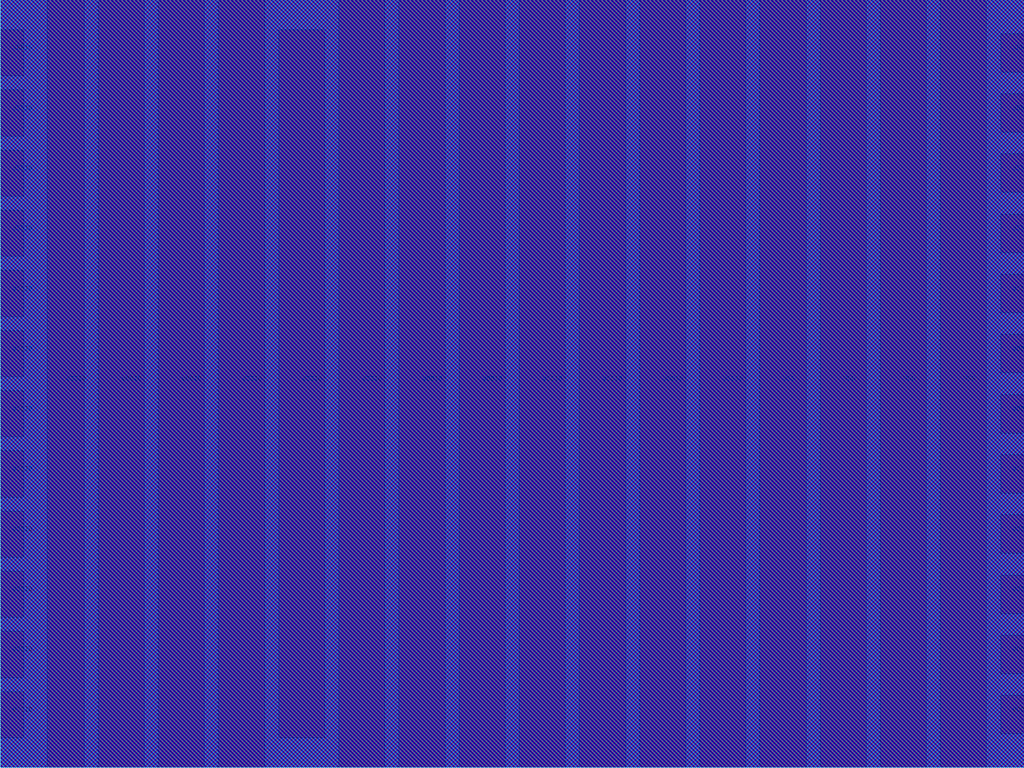
<source format=lef>
VERSION 5.8 ;
BUSBITCHARS "[]" ;
DIVIDERCHAR "/" ;

MACRO RIIO_EG1D80V_BIAS_RVT28_V
  CLASS PAD POWER ;
  ORIGIN 0 0 ;
  FOREIGN RIIO_EG1D80V_BIAS_RVT28_V 0 0 ;
  SIZE 60 BY 80 ;
  SYMMETRY X Y ;
  SITE IO_NS_site ;
  PIN VSS
    DIRECTION INOUT ;
    USE GROUND ;
    NETEXPR "vss VSS!" ;
    PORT
      CLASS CORE ;
      LAYER OI ;
        RECT 12.05 78.15 15.05 80 ;
      LAYER IA ;
        RECT 12.05 78.15 15.05 80 ;
    END
    PORT
      CLASS CORE ;
      LAYER OI ;
        RECT 16.75 78.15 19.75 80 ;
      LAYER IA ;
        RECT 16.75 78.15 19.75 80 ;
    END
    PORT
      CLASS CORE ;
      LAYER OI ;
        RECT 21.45 78.15 24.45 80 ;
      LAYER IA ;
        RECT 21.45 78.15 24.45 80 ;
    END
    PORT
      CLASS CORE ;
      LAYER OI ;
        RECT 35.55 78.15 38.55 80 ;
      LAYER IA ;
        RECT 35.55 78.15 38.55 80 ;
    END
    PORT
      CLASS CORE ;
      LAYER OI ;
        RECT 40.25 78.15 43.25 80 ;
      LAYER IA ;
        RECT 40.25 78.15 43.25 80 ;
    END
    PORT
      CLASS CORE ;
      LAYER OI ;
        RECT 44.95 78.15 47.95 80 ;
      LAYER IA ;
        RECT 44.95 78.15 47.95 80 ;
    END
    PORT
      LAYER OI ;
        RECT 0 73.45 60 77.05 ;
    END
    PORT
      LAYER OI ;
        RECT 0 59.35 60 62.95 ;
    END
  END VSS
  PIN VDDIO
    DIRECTION INOUT ;
    USE POWER ;
    NETEXPR "vddio VDDIO!" ;
    PORT
      LAYER OI ;
        RECT 0 49.95 60 53.55 ;
    END
    PORT
      LAYER OI ;
        RECT 0 35.85 60 39.45 ;
    END
    PORT
      LAYER OI ;
        RECT 0 31.15 60 34.75 ;
    END
    PORT
      LAYER OI ;
        RECT 0 12.35 60 15.95 ;
    END
    PORT
      LAYER OI ;
        RECT 0 7.65 60 11.25 ;
    END
  END VDDIO
  PIN VDD
    DIRECTION INOUT ;
    USE POWER ;
    NETEXPR "vdd VDD!" ;
    PORT
      CLASS CORE ;
      LAYER OI ;
        RECT 2.65 78.15 5.65 80 ;
      LAYER IA ;
        RECT 2.65 78.15 5.65 80 ;
    END
    PORT
      CLASS CORE ;
      LAYER OI ;
        RECT 7.35 78.15 10.35 80 ;
      LAYER IA ;
        RECT 7.35 78.15 10.35 80 ;
    END
    PORT
      CLASS CORE ;
      LAYER OI ;
        RECT 26.15 78.15 29.15 80 ;
      LAYER IA ;
        RECT 26.15 78.15 29.15 80 ;
    END
    PORT
      CLASS CORE ;
      LAYER OI ;
        RECT 30.85 78.15 33.85 80 ;
      LAYER IA ;
        RECT 30.85 78.15 33.85 80 ;
    END
    PORT
      CLASS CORE ;
      LAYER OI ;
        RECT 49.65 78.15 52.65 80 ;
      LAYER IA ;
        RECT 49.65 78.15 52.65 80 ;
    END
    PORT
      CLASS CORE ;
      LAYER OI ;
        RECT 54.35 78.15 57.35 80 ;
      LAYER IA ;
        RECT 54.35 78.15 57.35 80 ;
    END
    PORT
      LAYER OI ;
        RECT 0 68.75 60 72.35 ;
    END
    PORT
      LAYER OI ;
        RECT 0 64.05 60 67.65 ;
    END
  END VDD
  PIN VBIAS
    DIRECTION INOUT ;
    USE SIGNAL ;
    ANTENNADIFFAREA 0.352 LAYER C4 ;
    NETEXPR "vbias VBIAS!" ;
    PORT
      LAYER C4 ;
        RECT 0 39.575 60 40.825 ;
    END
  END VBIAS
  PIN VSSIO
    DIRECTION INOUT ;
    USE GROUND ;
    NETEXPR "vssio VSSIO!" ;
    PORT
      LAYER OI ;
        RECT 2.35 0 5.95 1.85 ;
    END
    PORT
      LAYER OI ;
        RECT 7.05 0 10.65 1.85 ;
    END
    PORT
      LAYER OI ;
        RECT 11.75 0 15.35 1.85 ;
    END
    PORT
      LAYER OI ;
        RECT 16.45 0 20.05 1.85 ;
    END
    PORT
      LAYER OI ;
        RECT 21.15 0 24.75 1.85 ;
    END
    PORT
      LAYER OI ;
        RECT 25.85 0 29.45 1.85 ;
    END
    PORT
      LAYER OI ;
        RECT 30.55 0 34.15 1.85 ;
    END
    PORT
      LAYER OI ;
        RECT 35.25 0 38.85 1.85 ;
    END
    PORT
      LAYER OI ;
        RECT 39.95 0 43.55 1.85 ;
    END
    PORT
      LAYER OI ;
        RECT 44.65 0 48.25 1.85 ;
    END
    PORT
      LAYER OI ;
        RECT 49.35 0 52.95 1.85 ;
    END
    PORT
      LAYER OI ;
        RECT 2.35 21.75 57.65 25.35 ;
    END
    PORT
      LAYER OI ;
        RECT 54.05 0 57.65 1.85 ;
    END
    PORT
      LAYER OI ;
        RECT 0 54.65 60 58.25 ;
    END
    PORT
      LAYER OI ;
        RECT 0 45.25 60 48.85 ;
    END
    PORT
      LAYER OI ;
        RECT 0 40.55 60 44.15 ;
    END
    PORT
      LAYER OI ;
        RECT 0 26.45 60 30.05 ;
    END
    PORT
      LAYER OI ;
        RECT 0 17.05 60 20.65 ;
    END
    PORT
      LAYER OI ;
        RECT 0 3.67 60 6.55 ;
    END
  END VSSIO
  PIN TRIM_CURV_I[4]
    DIRECTION INPUT ;
    USE SIGNAL ;
    ANTENNAPARTIALMETALAREA 2.87128 LAYER C1 ;
    ANTENNAMODEL OXIDE1 ;
      ANTENNAGATEAREA 0.03808 LAYER C1 ;
      ANTENNAMAXAREACAR 81.406755 LAYER C1 ;
    PORT
      LAYER C1 ;
        RECT 45.65 79.84 45.81 80 ;
    END
  END TRIM_CURV_I[4]
  PIN TRIM_CURV_I[3]
    DIRECTION INPUT ;
    USE SIGNAL ;
    ANTENNAPARTIALMETALAREA 2.86008 LAYER C1 ;
    ANTENNAMODEL OXIDE1 ;
      ANTENNAGATEAREA 0.03808 LAYER C1 ;
      ANTENNAMAXAREACAR 80.343407 LAYER C1 ;
    PORT
      LAYER C1 ;
        RECT 45.13 79.84 45.29 80 ;
    END
  END TRIM_CURV_I[3]
  PIN TRIM_CURV_I[2]
    DIRECTION INPUT ;
    USE SIGNAL ;
    ANTENNAPARTIALMETALAREA 3.05888 LAYER C1 ;
    ANTENNAMODEL OXIDE1 ;
      ANTENNAGATEAREA 0.04704 LAYER C1 ;
      ANTENNAMAXAREACAR 70.193878 LAYER C1 ;
    PORT
      LAYER C1 ;
        RECT 44.61 79.84 44.77 80 ;
    END
  END TRIM_CURV_I[2]
  PIN TRIM_CURV_I[1]
    DIRECTION INPUT ;
    USE SIGNAL ;
    ANTENNAPARTIALMETALAREA 3.16948 LAYER C1 ;
    ANTENNAMODEL OXIDE1 ;
      ANTENNAGATEAREA 0.07392 LAYER C1 ;
      ANTENNAMAXAREACAR 50.562432 LAYER C1 ;
    PORT
      LAYER C1 ;
        RECT 44.09 79.84 44.25 80 ;
    END
  END TRIM_CURV_I[1]
  PIN TRIM_CURV_I[0]
    DIRECTION INPUT ;
    USE SIGNAL ;
    ANTENNAPARTIALMETALAREA 2.67248 LAYER C1 ;
    ANTENNAMODEL OXIDE1 ;
      ANTENNAGATEAREA 0.1456 LAYER C1 ;
      ANTENNAMAXAREACAR 27.374176 LAYER C1 ;
    PORT
      LAYER C1 ;
        RECT 43.57 79.84 43.73 80 ;
    END
  END TRIM_CURV_I[0]
  PIN BG_VALID_N_O
    DIRECTION OUTPUT ;
    USE SIGNAL ;
    ANTENNAPARTIALMETALAREA 3.08032 LAYER C1 ;
    ANTENNADIFFAREA 0.1045 LAYER C1 ;
    ANTENNAMODEL OXIDE1 ;
      ANTENNAGATEAREA 0.099 LAYER C1 ;
      ANTENNAMAXAREACAR 10.462518 LAYER C1 ;
    PORT
      LAYER C1 ;
        RECT 25.11 79.84 25.27 80 ;
    END
  END BG_VALID_N_O
  PIN EN_I
    DIRECTION INPUT ;
    USE SIGNAL ;
    ANTENNAPARTIALMETALAREA 1.4424 LAYER C1 ;
    ANTENNAMODEL OXIDE1 ;
      ANTENNAGATEAREA 0.02576 LAYER C1 ;
      ANTENNAMAXAREACAR 58.141304 LAYER C1 ;
    PORT
      LAYER C1 ;
        RECT 13.67 79.84 13.83 80 ;
    END
  END EN_I
  PIN VTMP_O
    DIRECTION OUTPUT ;
    USE SIGNAL ;
    ANTENNAPARTIALMETALAREA 4.97008 LAYER C1 ;
    ANTENNADIFFAREA 0.32 LAYER C1 ;
    ANTENNAMODEL OXIDE1 ;
      ANTENNAGATEAREA 2.4 LAYER C1 ;
      ANTENNAMAXAREACAR 2.244581 LAYER C1 ;
    PORT
      LAYER C1 ;
        RECT 18.09 79.84 18.25 80 ;
    END
  END VTMP_O
  PIN VBG_O
    DIRECTION OUTPUT ;
    USE SIGNAL ;
    ANTENNAPARTIALMETALAREA 4.97008 LAYER C1 ;
    ANTENNADIFFAREA 0.32 LAYER C1 ;
    ANTENNAMODEL OXIDE1 ;
      ANTENNAGATEAREA 2.4 LAYER C1 ;
      ANTENNAMAXAREACAR 2.553479 LAYER C1 ;
    PORT
      LAYER C1 ;
        RECT 14.45 79.84 14.61 80 ;
    END
  END VBG_O
  PIN IBIAS_O[15]
    DIRECTION OUTPUT ;
    USE SIGNAL ;
    ANTENNAPARTIALMETALAREA 5.96528 LAYER C1 ;
    ANTENNADIFFAREA 0.088 LAYER C1 ;
    PORT
      LAYER C1 ;
        RECT 5.87 79.84 6.03 80 ;
    END
  END IBIAS_O[15]
  PIN TRIM_BIAS_I[3]
    DIRECTION INPUT ;
    USE SIGNAL ;
    ANTENNAPARTIALMETALAREA 1.4424 LAYER C1 ;
    ANTENNAMODEL OXIDE1 ;
      ANTENNAGATEAREA 0.02576 LAYER C1 ;
      ANTENNAMAXAREACAR 58.054348 LAYER C1 ;
    PORT
      LAYER C1 ;
        RECT 28.23 79.84 28.39 80 ;
    END
  END TRIM_BIAS_I[3]
  PIN TRIM_BIAS_I[2]
    DIRECTION INPUT ;
    USE SIGNAL ;
    ANTENNAPARTIALMETALAREA 1.4424 LAYER C1 ;
    ANTENNAMODEL OXIDE1 ;
      ANTENNAGATEAREA 0.02576 LAYER C1 ;
      ANTENNAMAXAREACAR 58.166149 LAYER C1 ;
    PORT
      LAYER C1 ;
        RECT 24.59 79.84 24.75 80 ;
    END
  END TRIM_BIAS_I[2]
  PIN TRIM_BIAS_I[1]
    DIRECTION INPUT ;
    USE SIGNAL ;
    ANTENNAPARTIALMETALAREA 1.4424 LAYER C1 ;
    ANTENNAMODEL OXIDE1 ;
      ANTENNAGATEAREA 0.02576 LAYER C1 ;
      ANTENNAMAXAREACAR 58.029503 LAYER C1 ;
    PORT
      LAYER C1 ;
        RECT 17.31 79.84 17.47 80 ;
    END
  END TRIM_BIAS_I[1]
  PIN TRIM_BIAS_I[0]
    DIRECTION INPUT ;
    USE SIGNAL ;
    ANTENNAPARTIALMETALAREA 1.4424 LAYER C1 ;
    ANTENNAMODEL OXIDE1 ;
      ANTENNAGATEAREA 0.02576 LAYER C1 ;
      ANTENNAMAXAREACAR 58.27795 LAYER C1 ;
    PORT
      LAYER C1 ;
        RECT 20.95 79.84 21.11 80 ;
    END
  END TRIM_BIAS_I[0]
  PIN IBIAS_O[14]
    DIRECTION OUTPUT ;
    USE SIGNAL ;
    ANTENNAPARTIALMETALAREA 5.96528 LAYER C1 ;
    ANTENNADIFFAREA 0.088 LAYER C1 ;
    PORT
      LAYER C1 ;
        RECT 6.13 79.84 6.29 80 ;
    END
  END IBIAS_O[14]
  PIN IBIAS_O[13]
    DIRECTION OUTPUT ;
    USE SIGNAL ;
    ANTENNAPARTIALMETALAREA 5.96528 LAYER C1 ;
    ANTENNADIFFAREA 0.088 LAYER C1 ;
    PORT
      LAYER C1 ;
        RECT 6.39 79.84 6.55 80 ;
    END
  END IBIAS_O[13]
  PIN IBIAS_O[12]
    DIRECTION OUTPUT ;
    USE SIGNAL ;
    ANTENNAPARTIALMETALAREA 5.96528 LAYER C1 ;
    ANTENNADIFFAREA 0.088 LAYER C1 ;
    PORT
      LAYER C1 ;
        RECT 6.65 79.84 6.81 80 ;
    END
  END IBIAS_O[12]
  PIN IBIAS_O[11]
    DIRECTION OUTPUT ;
    USE SIGNAL ;
    ANTENNAPARTIALMETALAREA 5.96528 LAYER C1 ;
    ANTENNADIFFAREA 0.088 LAYER C1 ;
    PORT
      LAYER C1 ;
        RECT 6.91 79.84 7.07 80 ;
    END
  END IBIAS_O[11]
  PIN IBIAS_O[10]
    DIRECTION OUTPUT ;
    USE SIGNAL ;
    ANTENNAPARTIALMETALAREA 5.96528 LAYER C1 ;
    ANTENNADIFFAREA 0.088 LAYER C1 ;
    PORT
      LAYER C1 ;
        RECT 7.17 79.84 7.33 80 ;
    END
  END IBIAS_O[10]
  PIN IBIAS_O[9]
    DIRECTION OUTPUT ;
    USE SIGNAL ;
    ANTENNAPARTIALMETALAREA 5.96528 LAYER C1 ;
    ANTENNADIFFAREA 0.088 LAYER C1 ;
    PORT
      LAYER C1 ;
        RECT 7.43 79.84 7.59 80 ;
    END
  END IBIAS_O[9]
  PIN IBIAS_O[8]
    DIRECTION OUTPUT ;
    USE SIGNAL ;
    ANTENNAPARTIALMETALAREA 5.96528 LAYER C1 ;
    ANTENNADIFFAREA 0.088 LAYER C1 ;
    PORT
      LAYER C1 ;
        RECT 7.69 79.84 7.85 80 ;
    END
  END IBIAS_O[8]
  PIN IBIAS_O[7]
    DIRECTION OUTPUT ;
    USE SIGNAL ;
    ANTENNAPARTIALMETALAREA 5.96528 LAYER C1 ;
    ANTENNADIFFAREA 0.088 LAYER C1 ;
    PORT
      LAYER C1 ;
        RECT 8.47 79.84 8.63 80 ;
    END
  END IBIAS_O[7]
  PIN IBIAS_O[6]
    DIRECTION OUTPUT ;
    USE SIGNAL ;
    ANTENNAPARTIALMETALAREA 5.96528 LAYER C1 ;
    ANTENNADIFFAREA 0.088 LAYER C1 ;
    PORT
      LAYER C1 ;
        RECT 8.73 79.84 8.89 80 ;
    END
  END IBIAS_O[6]
  PIN IBIAS_O[5]
    DIRECTION OUTPUT ;
    USE SIGNAL ;
    ANTENNAPARTIALMETALAREA 5.96528 LAYER C1 ;
    ANTENNADIFFAREA 0.088 LAYER C1 ;
    PORT
      LAYER C1 ;
        RECT 9.51 79.84 9.67 80 ;
    END
  END IBIAS_O[5]
  PIN IBIAS_O[4]
    DIRECTION OUTPUT ;
    USE SIGNAL ;
    ANTENNAPARTIALMETALAREA 5.96528 LAYER C1 ;
    ANTENNADIFFAREA 0.088 LAYER C1 ;
    PORT
      LAYER C1 ;
        RECT 9.77 79.84 9.93 80 ;
    END
  END IBIAS_O[4]
  PIN IBIAS_O[3]
    DIRECTION OUTPUT ;
    USE SIGNAL ;
    ANTENNAPARTIALMETALAREA 5.96528 LAYER C1 ;
    ANTENNADIFFAREA 0.088 LAYER C1 ;
    PORT
      LAYER C1 ;
        RECT 10.55 79.84 10.71 80 ;
    END
  END IBIAS_O[3]
  PIN IBIAS_O[2]
    DIRECTION OUTPUT ;
    USE SIGNAL ;
    ANTENNAPARTIALMETALAREA 5.96528 LAYER C1 ;
    ANTENNADIFFAREA 0.088 LAYER C1 ;
    PORT
      LAYER C1 ;
        RECT 10.81 79.84 10.97 80 ;
    END
  END IBIAS_O[2]
  PIN IBIAS_O[1]
    DIRECTION OUTPUT ;
    USE SIGNAL ;
    ANTENNAPARTIALMETALAREA 5.96528 LAYER C1 ;
    ANTENNADIFFAREA 0.088 LAYER C1 ;
    PORT
      LAYER C1 ;
        RECT 11.07 79.84 11.23 80 ;
    END
  END IBIAS_O[1]
  PIN IBIAS_O[0]
    DIRECTION OUTPUT ;
    USE SIGNAL ;
    ANTENNAPARTIALMETALAREA 5.96528 LAYER C1 ;
    ANTENNADIFFAREA 0.088 LAYER C1 ;
    PORT
      LAYER C1 ;
        RECT 11.33 79.84 11.49 80 ;
    END
  END IBIAS_O[0]
  PIN BG_STARTUP_I
    DIRECTION INPUT ;
    USE SIGNAL ;
    ANTENNAPARTIALMETALAREA 5.09808 LAYER C1 ;
    ANTENNADIFFAREA 0.2528 LAYER C1 ;
    ANTENNAMODEL OXIDE1 ;
      ANTENNAGATEAREA 0.474 LAYER C1 ;
      ANTENNAMAXAREACAR 6.261814 LAYER C1 ;
    PORT
      LAYER C1 ;
        RECT 23.03 79.84 23.19 80 ;
    END
  END BG_STARTUP_I
  PIN TRIM_VBG_I[4]
    DIRECTION INPUT ;
    USE SIGNAL ;
    ANTENNAPARTIALMETALAREA 3.12288 LAYER C1 ;
    ANTENNAMODEL OXIDE1 ;
      ANTENNAGATEAREA 0.03808 LAYER C1 ;
      ANTENNAMAXAREACAR 87.244667 LAYER C1 ;
    PORT
      LAYER C1 ;
        RECT 39.93 79.84 40.09 80 ;
    END
  END TRIM_VBG_I[4]
  PIN TRIM_VBG_I[3]
    DIRECTION INPUT ;
    USE SIGNAL ;
    ANTENNAPARTIALMETALAREA 3.06168 LAYER C1 ;
    ANTENNAMODEL OXIDE1 ;
      ANTENNAGATEAREA 0.03808 LAYER C1 ;
      ANTENNAMAXAREACAR 85.637524 LAYER C1 ;
    PORT
      LAYER C1 ;
        RECT 39.41 79.84 39.57 80 ;
    END
  END TRIM_VBG_I[3]
  PIN TRIM_VBG_I[2]
    DIRECTION INPUT ;
    USE SIGNAL ;
    ANTENNAPARTIALMETALAREA 3.35008 LAYER C1 ;
    ANTENNAMODEL OXIDE1 ;
      ANTENNAGATEAREA 0.04704 LAYER C1 ;
      ANTENNAMAXAREACAR 76.697598 LAYER C1 ;
    PORT
      LAYER C1 ;
        RECT 38.89 79.84 39.05 80 ;
    END
  END TRIM_VBG_I[2]
  PIN TRIM_VBG_I[1]
    DIRECTION INPUT ;
    USE SIGNAL ;
    ANTENNAPARTIALMETALAREA 3.49428 LAYER C1 ;
    ANTENNAMODEL OXIDE1 ;
      ANTENNAGATEAREA 0.07392 LAYER C1 ;
      ANTENNAMAXAREACAR 54.639236 LAYER C1 ;
    PORT
      LAYER C1 ;
        RECT 38.37 79.84 38.53 80 ;
    END
  END TRIM_VBG_I[1]
  PIN TRIM_VBG_I[0]
    DIRECTION INPUT ;
    USE SIGNAL ;
    ANTENNAPARTIALMETALAREA 2.7464 LAYER C1 ;
    ANTENNAMODEL OXIDE1 ;
      ANTENNAGATEAREA 0.1456 LAYER C1 ;
      ANTENNAMAXAREACAR 29.124725 LAYER C1 ;
    PORT
      LAYER C1 ;
        RECT 37.85 79.84 38.01 80 ;
    END
  END TRIM_VBG_I[0]
  PIN EN_VBIAS_I
    DIRECTION INPUT ;
    USE SIGNAL ;
    ANTENNAPARTIALMETALAREA 1.4424 LAYER C1 ;
    ANTENNAMODEL OXIDE1 ;
      ANTENNAGATEAREA 0.02576 LAYER C1 ;
      ANTENNAMAXAREACAR 58.253106 LAYER C1 ;
    PORT
      LAYER C1 ;
        RECT 10.03 79.84 10.19 80 ;
    END
  END EN_VBIAS_I
  OBS
    LAYER CA ;
      RECT 0 0 60 80 ;
    LAYER M1 ;
      RECT 0 0 60 80 ;
    LAYER V1 ;
      RECT 0 0 60 80 ;
    LAYER M2 ;
      RECT 0 0 60 80 ;
    LAYER A1 ;
      RECT 0 0 60 80 ;
    LAYER C2 ;
      RECT 0 0 60 80 ;
    LAYER IA ;
      RECT 0 0 60 80 ;
    LAYER YX ;
      RECT 0 0 60 80 ;
    LAYER CB ;
      RECT 0 0 60 80 ;
    LAYER OI ;
      RECT 0 0 60 80 ;
    LAYER JQ ;
      RECT 0 0 60 80 ;
    LAYER AY ;
      RECT 0 0 60 80 ;
    LAYER C1 ;
      RECT 0 0 60 80 ;
    LAYER C4 ;
      RECT 0 0 60 80 ;
    LAYER C3 ;
      RECT 0 0 60 80 ;
    LAYER A3 ;
      RECT 0 0 60 80 ;
    LAYER A2 ;
      RECT 0 0 60 80 ;
  END
END RIIO_EG1D80V_BIAS_RVT28_V

MACRO RIIO_EG1D80V_GPIO_RVT28_V
  CLASS PAD INOUT ;
  ORIGIN 0 0 ;
  FOREIGN RIIO_EG1D80V_GPIO_RVT28_V 0 0 ;
  SIZE 60 BY 80 ;
  SYMMETRY X Y ;
  SITE IO_NS_site ;
  PIN CO_I
    DIRECTION INPUT ;
    USE SIGNAL ;
    ANTENNAPARTIALMETALAREA 3.52912 LAYER C1 ;
    ANTENNAMODEL OXIDE1 ;
      ANTENNAGATEAREA 0.02576 LAYER C1 ;
      ANTENNAMAXAREACAR 138.704969 LAYER C1 ;
    PORT
      LAYER C1 ;
        RECT 19.24 79.84 19.4 80 ;
    END
  END CO_I
  PIN PAD_B
    DIRECTION INOUT ;
    USE SIGNAL ;
    ANTENNAPARTIALMETALAREA 57.58 LAYER C4 ;
    ANTENNAPARTIALMETALAREA 152.7075 LAYER C3 ;
    ANTENNAPARTIALMETALAREA 603.245 LAYER IA ;
    ANTENNAPARTIALMETALAREA 302.645 LAYER OI ;
    ANTENNAPARTIALMETALAREA 386.0925 LAYER C2 ;
    ANTENNAPARTIALCUTAREA 9.44784 LAYER YX ;
    ANTENNAPARTIALCUTAREA 7.31808 LAYER A3 ;
    ANTENNAPARTIALCUTAREA 27.713664 LAYER JQ ;
    ANTENNAPARTIALCUTAREA 9.385728 LAYER A2 ;
    ANTENNADIFFAREA 208.5584 LAYER C4 ;
    ANTENNADIFFAREA 208.5584 LAYER C3 ;
    ANTENNADIFFAREA 208.5584 LAYER IA ;
    ANTENNADIFFAREA 208.5584 LAYER OI ;
    ANTENNADIFFAREA 208.5584 LAYER C2 ;
    PORT
      LAYER C2 ;
        RECT 54.05 0 57.65 1.85 ;
        RECT 49.35 0 52.95 1.85 ;
        RECT 44.65 0 48.25 1.85 ;
        RECT 39.95 0 43.55 1.85 ;
        RECT 35.25 0 38.85 1.85 ;
        RECT 30.55 0 34.15 1.85 ;
        RECT 25.85 0 29.45 1.85 ;
        RECT 21.15 0 24.75 1.85 ;
        RECT 16.45 0 20.05 1.85 ;
        RECT 11.75 0 15.35 1.85 ;
        RECT 7.05 0 10.65 1.85 ;
        RECT 2.35 0 5.95 1.85 ;
      LAYER C3 ;
        RECT 54.05 0 57.65 1.85 ;
        RECT 49.35 0 52.95 1.85 ;
        RECT 44.65 0 48.25 1.85 ;
        RECT 39.95 0 43.55 1.85 ;
        RECT 35.25 0 38.85 1.85 ;
        RECT 30.55 0 34.15 1.85 ;
        RECT 25.85 0 29.45 1.85 ;
        RECT 21.15 0 24.75 1.85 ;
        RECT 16.45 0 20.05 1.85 ;
        RECT 11.75 0 15.35 1.85 ;
        RECT 7.05 0 10.65 1.85 ;
        RECT 2.35 0 5.95 1.85 ;
      LAYER OI ;
        RECT 54.05 0 57.65 1.85 ;
        RECT 2.35 21.75 57.65 25.35 ;
        RECT 49.35 0 52.95 1.85 ;
        RECT 44.65 0 48.25 1.85 ;
        RECT 39.95 0 43.55 1.85 ;
        RECT 35.25 0 38.85 1.85 ;
        RECT 30.55 0 34.15 1.85 ;
        RECT 25.85 0 29.45 1.85 ;
        RECT 21.15 0 24.75 1.85 ;
        RECT 16.45 0 20.05 1.85 ;
        RECT 11.75 0 15.35 1.85 ;
        RECT 7.05 0 10.65 1.85 ;
        RECT 2.35 0 5.95 1.85 ;
      LAYER IA ;
        RECT 54.05 0 57.65 1.85 ;
        RECT 49.35 0 52.95 1.85 ;
        RECT 44.65 0 48.25 1.85 ;
        RECT 39.95 0 43.55 1.85 ;
        RECT 35.25 0 38.85 1.85 ;
        RECT 30.55 0 34.15 1.85 ;
        RECT 25.85 0 29.45 1.85 ;
        RECT 21.15 0 24.75 1.85 ;
        RECT 16.45 0 20.05 1.85 ;
        RECT 11.75 0 15.35 1.85 ;
        RECT 7.05 0 10.65 1.85 ;
        RECT 2.35 0 5.95 1.85 ;
      LAYER C4 ;
        RECT 54.05 0 57.65 1.85 ;
        RECT 49.35 0 52.95 1.85 ;
        RECT 44.65 0 48.25 1.85 ;
        RECT 39.95 0 43.55 1.85 ;
        RECT 35.25 0 38.85 1.85 ;
        RECT 30.55 0 34.15 1.85 ;
        RECT 25.85 0 29.45 1.85 ;
        RECT 21.15 0 24.75 1.85 ;
        RECT 16.45 0 20.05 1.85 ;
        RECT 11.75 0 15.35 1.85 ;
        RECT 7.05 0 10.65 1.85 ;
        RECT 2.35 0 5.95 1.85 ;
    END
  END PAD_B
  PIN DI_O[0]
    DIRECTION OUTPUT ;
    USE SIGNAL ;
    ANTENNAPARTIALMETALAREA 4.02096 LAYER C1 ;
    ANTENNADIFFAREA 0.04048 LAYER C1 ;
    PORT
      LAYER C1 ;
        RECT 39.78 79.84 39.94 80 ;
    END
  END DI_O[0]
  PIN DI_O[1]
    DIRECTION OUTPUT ;
    USE SIGNAL ;
    ANTENNAPARTIALMETALAREA 4.01968 LAYER C1 ;
    ANTENNADIFFAREA 0.04048 LAYER C1 ;
    PORT
      LAYER C1 ;
        RECT 37.96 79.84 38.12 80 ;
    END
  END DI_O[1]
  PIN DO_I
    DIRECTION INPUT ;
    USE SIGNAL ;
    ANTENNAPARTIALMETALAREA 3.76592 LAYER C1 ;
    ANTENNAMODEL OXIDE1 ;
      ANTENNAGATEAREA 0.21504 LAYER C1 ;
      ANTENNAMAXAREACAR 18.287798 LAYER C1 ;
    PORT
      LAYER C1 ;
        RECT 8.32 79.84 8.48 80 ;
    END
  END DO_I
  PIN DS_I[0]
    DIRECTION INPUT ;
    USE SIGNAL ;
    ANTENNAPARTIALMETALAREA 4.7984 LAYER C1 ;
    ANTENNAMODEL OXIDE1 ;
      ANTENNAGATEAREA 0.02576 LAYER C1 ;
      ANTENNAMAXAREACAR 187.962733 LAYER C1 ;
    PORT
      LAYER C1 ;
        RECT 24.18 79.84 24.34 80 ;
    END
  END DS_I[0]
  PIN DS_I[1]
    DIRECTION INPUT ;
    USE SIGNAL ;
    ANTENNAPARTIALMETALAREA 4.796 LAYER C1 ;
    ANTENNAMODEL OXIDE1 ;
      ANTENNAGATEAREA 0.02576 LAYER C1 ;
      ANTENNAMAXAREACAR 187.829193 LAYER C1 ;
    PORT
      LAYER C1 ;
        RECT 26.78 79.84 26.94 80 ;
    END
  END DS_I[1]
  PIN DS_I[2]
    DIRECTION INPUT ;
    USE SIGNAL ;
    ANTENNAPARTIALMETALAREA 3.53232 LAYER C1 ;
    ANTENNAMODEL OXIDE1 ;
      ANTENNAGATEAREA 0.02576 LAYER C1 ;
      ANTENNAMAXAREACAR 140.512422 LAYER C1 ;
    PORT
      LAYER C1 ;
        RECT 9.62 79.84 9.78 80 ;
    END
  END DS_I[2]
  PIN DS_I[3]
    DIRECTION INPUT ;
    USE SIGNAL ;
    ANTENNAPARTIALMETALAREA 3.52864 LAYER C1 ;
    ANTENNAMODEL OXIDE1 ;
      ANTENNAGATEAREA 0.02576 LAYER C1 ;
      ANTENNAMAXAREACAR 138.773292 LAYER C1 ;
    PORT
      LAYER C1 ;
        RECT 3.9 79.84 4.06 80 ;
    END
  END DS_I[3]
  PIN IE_I
    DIRECTION INPUT ;
    USE SIGNAL ;
    ANTENNAPARTIALMETALAREA 4.0024 LAYER C1 ;
    ANTENNAMODEL OXIDE1 ;
      ANTENNAGATEAREA 0.02576 LAYER C1 ;
      ANTENNAMAXAREACAR 157.152174 LAYER C1 ;
    PORT
      LAYER C1 ;
        RECT 45.24 79.84 45.4 80 ;
    END
  END IE_I
  PIN ODN_I
    DIRECTION INPUT ;
    USE SIGNAL ;
    ANTENNAPARTIALMETALAREA 3.52976 LAYER C1 ;
    ANTENNAMODEL OXIDE1 ;
      ANTENNAGATEAREA 0.02576 LAYER C1 ;
      ANTENNAMAXAREACAR 140.434783 LAYER C1 ;
    PORT
      LAYER C1 ;
        RECT 13.52 79.84 13.68 80 ;
    END
  END ODN_I
  PIN ODP_I
    DIRECTION INPUT ;
    USE SIGNAL ;
    ANTENNAPARTIALMETALAREA 3.53088 LAYER C1 ;
    ANTENNAMODEL OXIDE1 ;
      ANTENNAGATEAREA 0.02576 LAYER C1 ;
      ANTENNAMAXAREACAR 138.723602 LAYER C1 ;
    PORT
      LAYER C1 ;
        RECT 11.18 79.84 11.34 80 ;
    END
  END ODP_I
  PIN OE_I
    DIRECTION INPUT ;
    USE SIGNAL ;
    ANTENNAPARTIALMETALAREA 3.78736 LAYER C1 ;
    ANTENNAMODEL OXIDE1 ;
      ANTENNAGATEAREA 0.21504 LAYER C1 ;
      ANTENNAMAXAREACAR 18.495015 LAYER C1 ;
    PORT
      LAYER C1 ;
        RECT 14.56 79.84 14.72 80 ;
    END
  END OE_I
  PIN PD_I
    DIRECTION INPUT ;
    USE SIGNAL ;
    ANTENNAPARTIALMETALAREA 3.996 LAYER C1 ;
    ANTENNAMODEL OXIDE1 ;
      ANTENNAGATEAREA 0.02576 LAYER C1 ;
      ANTENNAMAXAREACAR 156.704969 LAYER C1 ;
    PORT
      LAYER C1 ;
        RECT 37.18 79.84 37.34 80 ;
    END
  END PD_I
  PIN VSSIO
    DIRECTION INOUT ;
    USE GROUND ;
    NETEXPR "vssio VSSIO!" ;
    PORT
      LAYER OI ;
        RECT 0 54.65 60 58.25 ;
    END
    PORT
      LAYER OI ;
        RECT 0 45.25 60 48.85 ;
    END
    PORT
      LAYER OI ;
        RECT 0 40.55 60 44.15 ;
    END
    PORT
      LAYER OI ;
        RECT 0 26.45 60 30.05 ;
    END
    PORT
      LAYER OI ;
        RECT 0 17.05 60 20.65 ;
    END
    PORT
      LAYER OI ;
        RECT 0 3.67 60 6.55 ;
    END
  END VSSIO
  PIN VDD
    DIRECTION INOUT ;
    USE POWER ;
    NETEXPR "vdd VDD!" ;
    PORT
      CLASS CORE ;
      LAYER OI ;
        RECT 2.65 78.15 5.65 80 ;
      LAYER IA ;
        RECT 2.65 78.15 5.65 80 ;
    END
    PORT
      CLASS CORE ;
      LAYER OI ;
        RECT 7.35 78.15 10.35 80 ;
      LAYER IA ;
        RECT 7.35 78.15 10.35 80 ;
    END
    PORT
      CLASS CORE ;
      LAYER OI ;
        RECT 26.15 78.15 29.15 80 ;
      LAYER IA ;
        RECT 26.15 78.15 29.15 80 ;
    END
    PORT
      CLASS CORE ;
      LAYER OI ;
        RECT 30.85 78.15 33.85 80 ;
      LAYER IA ;
        RECT 30.85 78.15 33.85 80 ;
    END
    PORT
      CLASS CORE ;
      LAYER OI ;
        RECT 49.65 78.15 52.65 80 ;
      LAYER IA ;
        RECT 49.65 78.15 52.65 80 ;
    END
    PORT
      CLASS CORE ;
      LAYER OI ;
        RECT 54.35 78.15 57.35 80 ;
      LAYER IA ;
        RECT 54.35 78.15 57.35 80 ;
    END
    PORT
      LAYER OI ;
        RECT 0 68.75 60 72.35 ;
    END
    PORT
      LAYER OI ;
        RECT 0 64.05 60 67.65 ;
    END
  END VDD
  PIN VSS
    DIRECTION INOUT ;
    USE GROUND ;
    NETEXPR "vss VSS!" ;
    PORT
      CLASS CORE ;
      LAYER OI ;
        RECT 12.05 78.15 15.05 80 ;
      LAYER IA ;
        RECT 12.05 78.15 15.05 80 ;
    END
    PORT
      CLASS CORE ;
      LAYER OI ;
        RECT 16.75 78.15 19.75 80 ;
      LAYER IA ;
        RECT 16.75 78.15 19.75 80 ;
    END
    PORT
      CLASS CORE ;
      LAYER OI ;
        RECT 21.45 78.15 24.45 80 ;
      LAYER IA ;
        RECT 21.45 78.15 24.45 80 ;
    END
    PORT
      CLASS CORE ;
      LAYER OI ;
        RECT 35.55 78.15 38.55 80 ;
      LAYER IA ;
        RECT 35.55 78.15 38.55 80 ;
    END
    PORT
      CLASS CORE ;
      LAYER OI ;
        RECT 40.25 78.15 43.25 80 ;
      LAYER IA ;
        RECT 40.25 78.15 43.25 80 ;
    END
    PORT
      CLASS CORE ;
      LAYER OI ;
        RECT 44.95 78.15 47.95 80 ;
      LAYER IA ;
        RECT 44.95 78.15 47.95 80 ;
    END
    PORT
      LAYER OI ;
        RECT 0 73.45 60 77.05 ;
    END
    PORT
      LAYER OI ;
        RECT 0 59.35 60 62.95 ;
    END
  END VSS
  PIN PU_I
    DIRECTION INPUT ;
    USE SIGNAL ;
    ANTENNAPARTIALMETALAREA 3.99376 LAYER C1 ;
    ANTENNAMODEL OXIDE1 ;
      ANTENNAGATEAREA 0.02576 LAYER C1 ;
      ANTENNAMAXAREACAR 156.611801 LAYER C1 ;
    PORT
      LAYER C1 ;
        RECT 34.32 79.84 34.48 80 ;
    END
  END PU_I
  PIN SR_I
    DIRECTION INPUT ;
    USE SIGNAL ;
    ANTENNAPARTIALMETALAREA 3.53232 LAYER C1 ;
    ANTENNAMODEL OXIDE1 ;
      ANTENNAGATEAREA 0.02576 LAYER C1 ;
      ANTENNAMAXAREACAR 138.754658 LAYER C1 ;
    PORT
      LAYER C1 ;
        RECT 22.1 79.84 22.26 80 ;
    END
  END SR_I
  PIN VDDIO
    DIRECTION INOUT ;
    USE POWER ;
    NETEXPR "vddio VDDIO!" ;
    PORT
      LAYER OI ;
        RECT 0 49.95 60 53.55 ;
    END
    PORT
      LAYER OI ;
        RECT 0 35.85 60 39.45 ;
    END
    PORT
      LAYER OI ;
        RECT 0 31.15 60 34.75 ;
    END
    PORT
      LAYER OI ;
        RECT 0 12.35 60 15.95 ;
    END
    PORT
      LAYER OI ;
        RECT 0 7.65 60 11.25 ;
    END
  END VDDIO
  PIN STE_I[0]
    DIRECTION INPUT ;
    USE SIGNAL ;
    ANTENNAPARTIALMETALAREA 4.0088 LAYER C1 ;
    ANTENNAMODEL OXIDE1 ;
      ANTENNAGATEAREA 0.02576 LAYER C1 ;
      ANTENNAMAXAREACAR 157.313665 LAYER C1 ;
    PORT
      LAYER C1 ;
        RECT 40.82 79.84 40.98 80 ;
    END
  END STE_I[0]
  PIN STE_I[1]
    DIRECTION INPUT ;
    USE SIGNAL ;
    ANTENNAPARTIALMETALAREA 3.99552 LAYER C1 ;
    ANTENNAMODEL OXIDE1 ;
      ANTENNAGATEAREA 0.02576 LAYER C1 ;
      ANTENNAMAXAREACAR 156.791925 LAYER C1 ;
    PORT
      LAYER C1 ;
        RECT 30.68 79.84 30.84 80 ;
    END
  END STE_I[1]
  PIN VBIAS
    DIRECTION INOUT ;
    USE SIGNAL ;
    ANTENNAPARTIALMETALAREA 0.06 LAYER C4 ;
    ANTENNADIFFAREA 0.3465 LAYER C4 ;
    NETEXPR "vbias VBIAS!" ;
    PORT
      LAYER C4 ;
        RECT 0 39.576 60 40.825 ;
    END
  END VBIAS
  OBS
    LAYER CA ;
      RECT 0 0 60 80 ;
    LAYER M1 ;
      RECT 0 0 60 80 ;
    LAYER V1 ;
      RECT 0 0 60 80 ;
    LAYER M2 ;
      RECT 0 0 60 80 ;
    LAYER A1 ;
      RECT 0 0 60 80 ;
    LAYER C2 ;
      RECT 0 0 60 80 ;
    LAYER IA ;
      RECT 0 0 60 80 ;
    LAYER YX ;
      RECT 0 0 60 80 ;
    LAYER CB ;
      RECT 0 0 60 80 ;
    LAYER OI ;
      RECT 0 0 60 80 ;
    LAYER JQ ;
      RECT 0 0 60 80 ;
    LAYER AY ;
      RECT 0 0 60 80 ;
    LAYER C1 ;
      RECT 0 0 60 80 ;
    LAYER C4 ;
      RECT 0 0 60 80 ;
    LAYER C3 ;
      RECT 0 0 60 80 ;
    LAYER A3 ;
      RECT 0 0 60 80 ;
    LAYER A2 ;
      RECT 0 0 60 80 ;
  END
END RIIO_EG1D80V_GPIO_RVT28_V

MACRO RIIO_EG1D80V_GPI_PD_RVT28_V
  CLASS PAD INOUT ;
  ORIGIN 0 0 ;
  FOREIGN RIIO_EG1D80V_GPI_PD_RVT28_V 0 0 ;
  SIZE 60 BY 80 ;
  SYMMETRY X Y ;
  SITE IO_NS_site ;
  PIN PAD_B
    DIRECTION INOUT ;
    USE SIGNAL ;
    ANTENNAPARTIALMETALAREA 57.58 LAYER C4 ;
    ANTENNAPARTIALMETALAREA 152.7075 LAYER C3 ;
    ANTENNAPARTIALMETALAREA 603.245 LAYER IA ;
    ANTENNAPARTIALMETALAREA 302.645 LAYER OI ;
    ANTENNAPARTIALMETALAREA 386.0925 LAYER C2 ;
    ANTENNAPARTIALCUTAREA 9.44784 LAYER YX ;
    ANTENNAPARTIALCUTAREA 7.31808 LAYER A3 ;
    ANTENNAPARTIALCUTAREA 27.713664 LAYER JQ ;
    ANTENNAPARTIALCUTAREA 9.385728 LAYER A2 ;
    ANTENNADIFFAREA 163.4 LAYER C4 ;
    ANTENNADIFFAREA 163.4 LAYER C3 ;
    ANTENNADIFFAREA 163.4 LAYER IA ;
    ANTENNADIFFAREA 163.4 LAYER OI ;
    ANTENNADIFFAREA 163.4 LAYER C2 ;
    PORT
      LAYER C2 ;
        RECT 54.05 0 57.65 1.85 ;
        RECT 49.35 0 52.95 1.85 ;
        RECT 44.65 0 48.25 1.85 ;
        RECT 39.95 0 43.55 1.85 ;
        RECT 35.25 0 38.85 1.85 ;
        RECT 30.55 0 34.15 1.85 ;
        RECT 25.85 0 29.45 1.85 ;
        RECT 21.15 0 24.75 1.85 ;
        RECT 16.45 0 20.05 1.85 ;
        RECT 11.75 0 15.35 1.85 ;
        RECT 7.05 0 10.65 1.85 ;
        RECT 2.35 0 5.95 1.85 ;
      LAYER C3 ;
        RECT 54.05 0 57.65 1.85 ;
        RECT 49.35 0 52.95 1.85 ;
        RECT 44.65 0 48.25 1.85 ;
        RECT 39.95 0 43.55 1.85 ;
        RECT 35.25 0 38.85 1.85 ;
        RECT 30.55 0 34.15 1.85 ;
        RECT 25.85 0 29.45 1.85 ;
        RECT 21.15 0 24.75 1.85 ;
        RECT 16.45 0 20.05 1.85 ;
        RECT 11.75 0 15.35 1.85 ;
        RECT 7.05 0 10.65 1.85 ;
        RECT 2.35 0 5.95 1.85 ;
      LAYER C4 ;
        RECT 54.05 0 57.65 1.85 ;
        RECT 49.35 0 52.95 1.85 ;
        RECT 44.65 0 48.25 1.85 ;
        RECT 39.95 0 43.55 1.85 ;
        RECT 35.25 0 38.85 1.85 ;
        RECT 30.55 0 34.15 1.85 ;
        RECT 25.85 0 29.45 1.85 ;
        RECT 21.15 0 24.75 1.85 ;
        RECT 16.45 0 20.05 1.85 ;
        RECT 11.75 0 15.35 1.85 ;
        RECT 7.05 0 10.65 1.85 ;
        RECT 2.35 0 5.95 1.85 ;
      LAYER OI ;
        RECT 54.05 0 57.65 1.85 ;
        RECT 2.35 21.75 57.65 25.35 ;
        RECT 49.35 0 52.95 1.85 ;
        RECT 44.65 0 48.25 1.85 ;
        RECT 39.95 0 43.55 1.85 ;
        RECT 35.25 0 38.85 1.85 ;
        RECT 30.55 0 34.15 1.85 ;
        RECT 25.85 0 29.45 1.85 ;
        RECT 21.15 0 24.75 1.85 ;
        RECT 16.45 0 20.05 1.85 ;
        RECT 11.75 0 15.35 1.85 ;
        RECT 7.05 0 10.65 1.85 ;
        RECT 2.35 0 5.95 1.85 ;
      LAYER IA ;
        RECT 54.05 0 57.65 1.85 ;
        RECT 49.35 0 52.95 1.85 ;
        RECT 44.65 0 48.25 1.85 ;
        RECT 39.95 0 43.55 1.85 ;
        RECT 35.25 0 38.85 1.85 ;
        RECT 30.55 0 34.15 1.85 ;
        RECT 25.85 0 29.45 1.85 ;
        RECT 21.15 0 24.75 1.85 ;
        RECT 16.45 0 20.05 1.85 ;
        RECT 11.75 0 15.35 1.85 ;
        RECT 7.05 0 10.65 1.85 ;
        RECT 2.35 0 5.95 1.85 ;
    END
  END PAD_B
  PIN DI_O[0]
    DIRECTION OUTPUT ;
    USE SIGNAL ;
    ANTENNAPARTIALMETALAREA 4.02096 LAYER C1 ;
    ANTENNADIFFAREA 0.04048 LAYER C1 ;
    PORT
      LAYER C1 ;
        RECT 39.78 79.84 39.94 80 ;
    END
  END DI_O[0]
  PIN DI_O[1]
    DIRECTION OUTPUT ;
    USE SIGNAL ;
    ANTENNAPARTIALMETALAREA 4.01968 LAYER C1 ;
    ANTENNADIFFAREA 0.04048 LAYER C1 ;
    PORT
      LAYER C1 ;
        RECT 37.96 79.84 38.12 80 ;
    END
  END DI_O[1]
  PIN IE_I
    DIRECTION INPUT ;
    USE SIGNAL ;
    ANTENNAPARTIALMETALAREA 4.0024 LAYER C1 ;
    ANTENNAMODEL OXIDE1 ;
      ANTENNAGATEAREA 0.02576 LAYER C1 ;
      ANTENNAMAXAREACAR 157.152174 LAYER C1 ;
    PORT
      LAYER C1 ;
        RECT 45.24 79.84 45.4 80 ;
    END
  END IE_I
  PIN VSSIO
    DIRECTION INOUT ;
    USE GROUND ;
    NETEXPR "vssio VSSIO!" ;
    PORT
      LAYER OI ;
        RECT 0 54.65 60 58.25 ;
    END
    PORT
      LAYER OI ;
        RECT 0 45.25 60 48.85 ;
    END
    PORT
      LAYER OI ;
        RECT 0 40.55 60 44.15 ;
    END
    PORT
      LAYER OI ;
        RECT 0 26.45 60 30.05 ;
    END
    PORT
      LAYER OI ;
        RECT 0 17.05 60 20.65 ;
    END
    PORT
      LAYER OI ;
        RECT 0 3.67 60 6.55 ;
    END
  END VSSIO
  PIN VDD
    DIRECTION INOUT ;
    USE POWER ;
    NETEXPR "vdd VDD!" ;
    PORT
      CLASS CORE ;
      LAYER OI ;
        RECT 2.65 78.15 5.65 80 ;
      LAYER IA ;
        RECT 2.65 78.15 5.65 80 ;
    END
    PORT
      CLASS CORE ;
      LAYER OI ;
        RECT 7.35 78.15 10.35 80 ;
      LAYER IA ;
        RECT 7.35 78.15 10.35 80 ;
    END
    PORT
      CLASS CORE ;
      LAYER OI ;
        RECT 26.15 78.15 29.15 80 ;
      LAYER IA ;
        RECT 26.15 78.15 29.15 80 ;
    END
    PORT
      CLASS CORE ;
      LAYER OI ;
        RECT 30.85 78.15 33.85 80 ;
      LAYER IA ;
        RECT 30.85 78.15 33.85 80 ;
    END
    PORT
      CLASS CORE ;
      LAYER OI ;
        RECT 49.65 78.15 52.65 80 ;
      LAYER IA ;
        RECT 49.65 78.15 52.65 80 ;
    END
    PORT
      CLASS CORE ;
      LAYER OI ;
        RECT 54.35 78.15 57.35 80 ;
      LAYER IA ;
        RECT 54.35 78.15 57.35 80 ;
    END
    PORT
      LAYER OI ;
        RECT 0 68.75 60 72.35 ;
    END
    PORT
      LAYER OI ;
        RECT 0 64.05 60 67.65 ;
    END
  END VDD
  PIN VSS
    DIRECTION INOUT ;
    USE GROUND ;
    NETEXPR "vss VSS!" ;
    PORT
      CLASS CORE ;
      LAYER OI ;
        RECT 12.05 78.15 15.05 80 ;
      LAYER IA ;
        RECT 12.05 78.15 15.05 80 ;
    END
    PORT
      CLASS CORE ;
      LAYER OI ;
        RECT 16.75 78.15 19.75 80 ;
      LAYER IA ;
        RECT 16.75 78.15 19.75 80 ;
    END
    PORT
      CLASS CORE ;
      LAYER OI ;
        RECT 21.45 78.15 24.45 80 ;
      LAYER IA ;
        RECT 21.45 78.15 24.45 80 ;
    END
    PORT
      CLASS CORE ;
      LAYER OI ;
        RECT 35.55 78.15 38.55 80 ;
      LAYER IA ;
        RECT 35.55 78.15 38.55 80 ;
    END
    PORT
      CLASS CORE ;
      LAYER OI ;
        RECT 40.25 78.15 43.25 80 ;
      LAYER IA ;
        RECT 40.25 78.15 43.25 80 ;
    END
    PORT
      CLASS CORE ;
      LAYER OI ;
        RECT 44.95 78.15 47.95 80 ;
      LAYER IA ;
        RECT 44.95 78.15 47.95 80 ;
    END
    PORT
      LAYER OI ;
        RECT 0 73.45 60 77.05 ;
    END
    PORT
      LAYER OI ;
        RECT 0 59.35 60 62.95 ;
    END
  END VSS
  PIN VDDIO
    DIRECTION INOUT ;
    USE POWER ;
    NETEXPR "vddio VDDIO!" ;
    PORT
      LAYER OI ;
        RECT 0 49.95 60 53.55 ;
    END
    PORT
      LAYER OI ;
        RECT 0 35.85 60 39.45 ;
    END
    PORT
      LAYER OI ;
        RECT 0 31.15 60 34.75 ;
    END
    PORT
      LAYER OI ;
        RECT 0 12.35 60 15.95 ;
    END
    PORT
      LAYER OI ;
        RECT 0 7.65 60 11.25 ;
    END
  END VDDIO
  PIN STE_I[0]
    DIRECTION INPUT ;
    USE SIGNAL ;
    ANTENNAPARTIALMETALAREA 4.0088 LAYER C1 ;
    ANTENNAMODEL OXIDE1 ;
      ANTENNAGATEAREA 0.02576 LAYER C1 ;
      ANTENNAMAXAREACAR 157.313665 LAYER C1 ;
    PORT
      LAYER C1 ;
        RECT 40.82 79.84 40.98 80 ;
    END
  END STE_I[0]
  PIN STE_I[1]
    DIRECTION INPUT ;
    USE SIGNAL ;
    ANTENNAPARTIALMETALAREA 3.99552 LAYER C1 ;
    ANTENNAMODEL OXIDE1 ;
      ANTENNAGATEAREA 0.02576 LAYER C1 ;
      ANTENNAMAXAREACAR 156.791925 LAYER C1 ;
    PORT
      LAYER C1 ;
        RECT 30.68 79.84 30.84 80 ;
    END
  END STE_I[1]
  OBS
    LAYER CA ;
      RECT 0 0 60 80 ;
    LAYER M1 ;
      RECT 0 0 60 80 ;
    LAYER V1 ;
      RECT 0 0 60 80 ;
    LAYER M2 ;
      RECT 0 0 60 80 ;
    LAYER A1 ;
      RECT 0 0 60 80 ;
    LAYER C2 ;
      RECT 0 0 60 80 ;
    LAYER IA ;
      RECT 0 0 60 80 ;
    LAYER YX ;
      RECT 0 0 60 80 ;
    LAYER CB ;
      RECT 0 0 60 80 ;
    LAYER OI ;
      RECT 0 0 60 80 ;
    LAYER JQ ;
      RECT 0 0 60 80 ;
    LAYER AY ;
      RECT 0 0 60 80 ;
    LAYER C1 ;
      RECT 0 0 60 80 ;
    LAYER C4 ;
      RECT 0 0 60 80 ;
    LAYER C3 ;
      RECT 0 0 60 80 ;
    LAYER A3 ;
      RECT 0 0 60 80 ;
    LAYER A2 ;
      RECT 0 0 60 80 ;
  END
END RIIO_EG1D80V_GPI_PD_RVT28_V

MACRO RIIO_EG1D80V_GPI_PU_RVT28_V
  CLASS PAD INOUT ;
  ORIGIN 0 0 ;
  FOREIGN RIIO_EG1D80V_GPI_PU_RVT28_V 0 0 ;
  SIZE 60 BY 80 ;
  SYMMETRY X Y ;
  SITE IO_NS_site ;
  PIN PAD_B
    DIRECTION INOUT ;
    USE SIGNAL ;
    ANTENNAPARTIALMETALAREA 57.58 LAYER C4 ;
    ANTENNAPARTIALMETALAREA 152.7075 LAYER C3 ;
    ANTENNAPARTIALMETALAREA 603.245 LAYER IA ;
    ANTENNAPARTIALMETALAREA 302.645 LAYER OI ;
    ANTENNAPARTIALMETALAREA 386.0925 LAYER C2 ;
    ANTENNAPARTIALCUTAREA 9.44784 LAYER YX ;
    ANTENNAPARTIALCUTAREA 7.31808 LAYER A3 ;
    ANTENNAPARTIALCUTAREA 27.713664 LAYER JQ ;
    ANTENNAPARTIALCUTAREA 9.385728 LAYER A2 ;
    ANTENNADIFFAREA 163.4 LAYER C4 ;
    ANTENNADIFFAREA 163.4 LAYER C3 ;
    ANTENNADIFFAREA 163.4 LAYER IA ;
    ANTENNADIFFAREA 163.4 LAYER OI ;
    ANTENNADIFFAREA 163.4 LAYER C2 ;
    PORT
      LAYER C2 ;
        RECT 54.05 0 57.65 1.85 ;
        RECT 49.35 0 52.95 1.85 ;
        RECT 44.65 0 48.25 1.85 ;
        RECT 39.95 0 43.55 1.85 ;
        RECT 35.25 0 38.85 1.85 ;
        RECT 30.55 0 34.15 1.85 ;
        RECT 25.85 0 29.45 1.85 ;
        RECT 21.15 0 24.75 1.85 ;
        RECT 16.45 0 20.05 1.85 ;
        RECT 11.75 0 15.35 1.85 ;
        RECT 7.05 0 10.65 1.85 ;
        RECT 2.35 0 5.95 1.85 ;
      LAYER C3 ;
        RECT 54.05 0 57.65 1.85 ;
        RECT 49.35 0 52.95 1.85 ;
        RECT 44.65 0 48.25 1.85 ;
        RECT 39.95 0 43.55 1.85 ;
        RECT 35.25 0 38.85 1.85 ;
        RECT 30.55 0 34.15 1.85 ;
        RECT 25.85 0 29.45 1.85 ;
        RECT 21.15 0 24.75 1.85 ;
        RECT 16.45 0 20.05 1.85 ;
        RECT 11.75 0 15.35 1.85 ;
        RECT 7.05 0 10.65 1.85 ;
        RECT 2.35 0 5.95 1.85 ;
      LAYER C4 ;
        RECT 54.05 0 57.65 1.85 ;
        RECT 49.35 0 52.95 1.85 ;
        RECT 44.65 0 48.25 1.85 ;
        RECT 39.95 0 43.55 1.85 ;
        RECT 35.25 0 38.85 1.85 ;
        RECT 30.55 0 34.15 1.85 ;
        RECT 25.85 0 29.45 1.85 ;
        RECT 21.15 0 24.75 1.85 ;
        RECT 16.45 0 20.05 1.85 ;
        RECT 11.75 0 15.35 1.85 ;
        RECT 7.05 0 10.65 1.85 ;
        RECT 2.35 0 5.95 1.85 ;
      LAYER OI ;
        RECT 54.05 0 57.65 1.85 ;
        RECT 2.35 21.75 57.65 25.35 ;
        RECT 49.35 0 52.95 1.85 ;
        RECT 44.65 0 48.25 1.85 ;
        RECT 39.95 0 43.55 1.85 ;
        RECT 35.25 0 38.85 1.85 ;
        RECT 30.55 0 34.15 1.85 ;
        RECT 25.85 0 29.45 1.85 ;
        RECT 21.15 0 24.75 1.85 ;
        RECT 16.45 0 20.05 1.85 ;
        RECT 11.75 0 15.35 1.85 ;
        RECT 7.05 0 10.65 1.85 ;
        RECT 2.35 0 5.95 1.85 ;
      LAYER IA ;
        RECT 54.05 0 57.65 1.85 ;
        RECT 49.35 0 52.95 1.85 ;
        RECT 44.65 0 48.25 1.85 ;
        RECT 39.95 0 43.55 1.85 ;
        RECT 35.25 0 38.85 1.85 ;
        RECT 30.55 0 34.15 1.85 ;
        RECT 25.85 0 29.45 1.85 ;
        RECT 21.15 0 24.75 1.85 ;
        RECT 16.45 0 20.05 1.85 ;
        RECT 11.75 0 15.35 1.85 ;
        RECT 7.05 0 10.65 1.85 ;
        RECT 2.35 0 5.95 1.85 ;
    END
  END PAD_B
  PIN DI_O[0]
    DIRECTION OUTPUT ;
    USE SIGNAL ;
    ANTENNAPARTIALMETALAREA 4.02096 LAYER C1 ;
    ANTENNADIFFAREA 0.04048 LAYER C1 ;
    PORT
      LAYER C1 ;
        RECT 39.78 79.84 39.94 80 ;
    END
  END DI_O[0]
  PIN DI_O[1]
    DIRECTION OUTPUT ;
    USE SIGNAL ;
    ANTENNAPARTIALMETALAREA 4.01968 LAYER C1 ;
    ANTENNADIFFAREA 0.04048 LAYER C1 ;
    PORT
      LAYER C1 ;
        RECT 37.96 79.84 38.12 80 ;
    END
  END DI_O[1]
  PIN IE_I
    DIRECTION INPUT ;
    USE SIGNAL ;
    ANTENNAPARTIALMETALAREA 4.0024 LAYER C1 ;
    ANTENNAMODEL OXIDE1 ;
      ANTENNAGATEAREA 0.02576 LAYER C1 ;
      ANTENNAMAXAREACAR 157.152174 LAYER C1 ;
    PORT
      LAYER C1 ;
        RECT 45.24 79.84 45.4 80 ;
    END
  END IE_I
  PIN VSSIO
    DIRECTION INOUT ;
    USE GROUND ;
    NETEXPR "vssio VSSIO!" ;
    PORT
      LAYER OI ;
        RECT 0 54.65 60 58.25 ;
    END
    PORT
      LAYER OI ;
        RECT 0 45.25 60 48.85 ;
    END
    PORT
      LAYER OI ;
        RECT 0 40.55 60 44.15 ;
    END
    PORT
      LAYER OI ;
        RECT 0 26.45 60 30.05 ;
    END
    PORT
      LAYER OI ;
        RECT 0 17.05 60 20.65 ;
    END
    PORT
      LAYER OI ;
        RECT 0 3.67 60 6.55 ;
    END
  END VSSIO
  PIN VDD
    DIRECTION INOUT ;
    USE POWER ;
    NETEXPR "vdd VDD!" ;
    PORT
      CLASS CORE ;
      LAYER OI ;
        RECT 2.65 78.15 5.65 80 ;
      LAYER IA ;
        RECT 2.65 78.15 5.65 80 ;
    END
    PORT
      CLASS CORE ;
      LAYER OI ;
        RECT 7.35 78.15 10.35 80 ;
      LAYER IA ;
        RECT 7.35 78.15 10.35 80 ;
    END
    PORT
      CLASS CORE ;
      LAYER OI ;
        RECT 26.15 78.15 29.15 80 ;
      LAYER IA ;
        RECT 26.15 78.15 29.15 80 ;
    END
    PORT
      CLASS CORE ;
      LAYER OI ;
        RECT 30.85 78.15 33.85 80 ;
      LAYER IA ;
        RECT 30.85 78.15 33.85 80 ;
    END
    PORT
      CLASS CORE ;
      LAYER OI ;
        RECT 49.65 78.15 52.65 80 ;
      LAYER IA ;
        RECT 49.65 78.15 52.65 80 ;
    END
    PORT
      CLASS CORE ;
      LAYER OI ;
        RECT 54.35 78.15 57.35 80 ;
      LAYER IA ;
        RECT 54.35 78.15 57.35 80 ;
    END
    PORT
      LAYER OI ;
        RECT 0 68.75 60 72.35 ;
    END
    PORT
      LAYER OI ;
        RECT 0 64.05 60 67.65 ;
    END
  END VDD
  PIN VSS
    DIRECTION INOUT ;
    USE GROUND ;
    NETEXPR "vss VSS!" ;
    PORT
      CLASS CORE ;
      LAYER OI ;
        RECT 12.05 78.15 15.05 80 ;
      LAYER IA ;
        RECT 12.05 78.15 15.05 80 ;
    END
    PORT
      CLASS CORE ;
      LAYER OI ;
        RECT 16.75 78.15 19.75 80 ;
      LAYER IA ;
        RECT 16.75 78.15 19.75 80 ;
    END
    PORT
      CLASS CORE ;
      LAYER OI ;
        RECT 21.45 78.15 24.45 80 ;
      LAYER IA ;
        RECT 21.45 78.15 24.45 80 ;
    END
    PORT
      CLASS CORE ;
      LAYER OI ;
        RECT 35.55 78.15 38.55 80 ;
      LAYER IA ;
        RECT 35.55 78.15 38.55 80 ;
    END
    PORT
      CLASS CORE ;
      LAYER OI ;
        RECT 40.25 78.15 43.25 80 ;
      LAYER IA ;
        RECT 40.25 78.15 43.25 80 ;
    END
    PORT
      CLASS CORE ;
      LAYER OI ;
        RECT 44.95 78.15 47.95 80 ;
      LAYER IA ;
        RECT 44.95 78.15 47.95 80 ;
    END
    PORT
      LAYER OI ;
        RECT 0 73.45 60 77.05 ;
    END
    PORT
      LAYER OI ;
        RECT 0 59.35 60 62.95 ;
    END
  END VSS
  PIN VDDIO
    DIRECTION INOUT ;
    USE POWER ;
    NETEXPR "vddio VDDIO!" ;
    PORT
      LAYER OI ;
        RECT 0 49.95 60 53.55 ;
    END
    PORT
      LAYER OI ;
        RECT 0 35.85 60 39.45 ;
    END
    PORT
      LAYER OI ;
        RECT 0 31.15 60 34.75 ;
    END
    PORT
      LAYER OI ;
        RECT 0 12.35 60 15.95 ;
    END
    PORT
      LAYER OI ;
        RECT 0 7.65 60 11.25 ;
    END
  END VDDIO
  PIN STE_I[0]
    DIRECTION INPUT ;
    USE SIGNAL ;
    ANTENNAPARTIALMETALAREA 4.0088 LAYER C1 ;
    ANTENNAMODEL OXIDE1 ;
      ANTENNAGATEAREA 0.02576 LAYER C1 ;
      ANTENNAMAXAREACAR 157.313665 LAYER C1 ;
    PORT
      LAYER C1 ;
        RECT 40.82 79.84 40.98 80 ;
    END
  END STE_I[0]
  PIN STE_I[1]
    DIRECTION INPUT ;
    USE SIGNAL ;
    ANTENNAPARTIALMETALAREA 3.99552 LAYER C1 ;
    ANTENNAMODEL OXIDE1 ;
      ANTENNAGATEAREA 0.02576 LAYER C1 ;
      ANTENNAMAXAREACAR 156.791925 LAYER C1 ;
    PORT
      LAYER C1 ;
        RECT 30.68 79.84 30.84 80 ;
    END
  END STE_I[1]
  OBS
    LAYER CA ;
      RECT 0 0 60 80 ;
    LAYER M1 ;
      RECT 0 0 60 80 ;
    LAYER V1 ;
      RECT 0 0 60 80 ;
    LAYER M2 ;
      RECT 0 0 60 80 ;
    LAYER A1 ;
      RECT 0 0 60 80 ;
    LAYER C2 ;
      RECT 0 0 60 80 ;
    LAYER IA ;
      RECT 0 0 60 80 ;
    LAYER YX ;
      RECT 0 0 60 80 ;
    LAYER CB ;
      RECT 0 0 60 80 ;
    LAYER OI ;
      RECT 0 0 60 80 ;
    LAYER JQ ;
      RECT 0 0 60 80 ;
    LAYER AY ;
      RECT 0 0 60 80 ;
    LAYER C1 ;
      RECT 0 0 60 80 ;
    LAYER C4 ;
      RECT 0 0 60 80 ;
    LAYER C3 ;
      RECT 0 0 60 80 ;
    LAYER A3 ;
      RECT 0 0 60 80 ;
    LAYER A2 ;
      RECT 0 0 60 80 ;
  END
END RIIO_EG1D80V_GPI_PU_RVT28_V

MACRO RIIO_EG1D80V_GPI_RVT28_V
  CLASS PAD INOUT ;
  ORIGIN 0 0 ;
  FOREIGN RIIO_EG1D80V_GPI_RVT28_V 0 0 ;
  SIZE 60 BY 80 ;
  SYMMETRY X Y ;
  SITE IO_NS_site ;
  PIN PAD_B
    DIRECTION INOUT ;
    USE SIGNAL ;
    ANTENNAPARTIALMETALAREA 57.58 LAYER C4 ;
    ANTENNAPARTIALMETALAREA 152.7075 LAYER C3 ;
    ANTENNAPARTIALMETALAREA 603.245 LAYER IA ;
    ANTENNAPARTIALMETALAREA 302.645 LAYER OI ;
    ANTENNAPARTIALMETALAREA 386.0925 LAYER C2 ;
    ANTENNAPARTIALCUTAREA 9.44784 LAYER YX ;
    ANTENNAPARTIALCUTAREA 7.31808 LAYER A3 ;
    ANTENNAPARTIALCUTAREA 27.713664 LAYER JQ ;
    ANTENNAPARTIALCUTAREA 9.385728 LAYER A2 ;
    ANTENNADIFFAREA 163.4 LAYER C4 ;
    ANTENNADIFFAREA 163.4 LAYER C3 ;
    ANTENNADIFFAREA 163.4 LAYER IA ;
    ANTENNADIFFAREA 163.4 LAYER OI ;
    ANTENNADIFFAREA 163.4 LAYER C2 ;
    PORT
      LAYER C2 ;
        RECT 54.05 0 57.65 1.85 ;
        RECT 49.35 0 52.95 1.85 ;
        RECT 44.65 0 48.25 1.85 ;
        RECT 39.95 0 43.55 1.85 ;
        RECT 35.25 0 38.85 1.85 ;
        RECT 30.55 0 34.15 1.85 ;
        RECT 25.85 0 29.45 1.85 ;
        RECT 21.15 0 24.75 1.85 ;
        RECT 16.45 0 20.05 1.85 ;
        RECT 11.75 0 15.35 1.85 ;
        RECT 7.05 0 10.65 1.85 ;
        RECT 2.35 0 5.95 1.85 ;
      LAYER C3 ;
        RECT 54.05 0 57.65 1.85 ;
        RECT 49.35 0 52.95 1.85 ;
        RECT 44.65 0 48.25 1.85 ;
        RECT 39.95 0 43.55 1.85 ;
        RECT 35.25 0 38.85 1.85 ;
        RECT 30.55 0 34.15 1.85 ;
        RECT 25.85 0 29.45 1.85 ;
        RECT 21.15 0 24.75 1.85 ;
        RECT 16.45 0 20.05 1.85 ;
        RECT 11.75 0 15.35 1.85 ;
        RECT 7.05 0 10.65 1.85 ;
        RECT 2.35 0 5.95 1.85 ;
      LAYER C4 ;
        RECT 54.05 0 57.65 1.85 ;
        RECT 49.35 0 52.95 1.85 ;
        RECT 44.65 0 48.25 1.85 ;
        RECT 39.95 0 43.55 1.85 ;
        RECT 35.25 0 38.85 1.85 ;
        RECT 30.55 0 34.15 1.85 ;
        RECT 25.85 0 29.45 1.85 ;
        RECT 21.15 0 24.75 1.85 ;
        RECT 16.45 0 20.05 1.85 ;
        RECT 11.75 0 15.35 1.85 ;
        RECT 7.05 0 10.65 1.85 ;
        RECT 2.35 0 5.95 1.85 ;
      LAYER OI ;
        RECT 54.05 0 57.65 1.85 ;
        RECT 2.35 21.75 57.65 25.35 ;
        RECT 49.35 0 52.95 1.85 ;
        RECT 44.65 0 48.25 1.85 ;
        RECT 39.95 0 43.55 1.85 ;
        RECT 35.25 0 38.85 1.85 ;
        RECT 30.55 0 34.15 1.85 ;
        RECT 25.85 0 29.45 1.85 ;
        RECT 21.15 0 24.75 1.85 ;
        RECT 16.45 0 20.05 1.85 ;
        RECT 11.75 0 15.35 1.85 ;
        RECT 7.05 0 10.65 1.85 ;
        RECT 2.35 0 5.95 1.85 ;
      LAYER IA ;
        RECT 54.05 0 57.65 1.85 ;
        RECT 49.35 0 52.95 1.85 ;
        RECT 44.65 0 48.25 1.85 ;
        RECT 39.95 0 43.55 1.85 ;
        RECT 35.25 0 38.85 1.85 ;
        RECT 30.55 0 34.15 1.85 ;
        RECT 25.85 0 29.45 1.85 ;
        RECT 21.15 0 24.75 1.85 ;
        RECT 16.45 0 20.05 1.85 ;
        RECT 11.75 0 15.35 1.85 ;
        RECT 7.05 0 10.65 1.85 ;
        RECT 2.35 0 5.95 1.85 ;
    END
  END PAD_B
  PIN DI_O[0]
    DIRECTION OUTPUT ;
    USE SIGNAL ;
    ANTENNAPARTIALMETALAREA 4.02096 LAYER C1 ;
    ANTENNADIFFAREA 0.04048 LAYER C1 ;
    PORT
      LAYER C1 ;
        RECT 39.78 79.84 39.94 80 ;
    END
  END DI_O[0]
  PIN DI_O[1]
    DIRECTION OUTPUT ;
    USE SIGNAL ;
    ANTENNAPARTIALMETALAREA 4.01968 LAYER C1 ;
    ANTENNADIFFAREA 0.04048 LAYER C1 ;
    PORT
      LAYER C1 ;
        RECT 37.96 79.84 38.12 80 ;
    END
  END DI_O[1]
  PIN IE_I
    DIRECTION INPUT ;
    USE SIGNAL ;
    ANTENNAPARTIALMETALAREA 4.0024 LAYER C1 ;
    ANTENNAMODEL OXIDE1 ;
      ANTENNAGATEAREA 0.02576 LAYER C1 ;
      ANTENNAMAXAREACAR 157.152174 LAYER C1 ;
    PORT
      LAYER C1 ;
        RECT 45.24 79.84 45.4 80 ;
    END
  END IE_I
  PIN PD_I
    DIRECTION INPUT ;
    USE SIGNAL ;
    ANTENNAPARTIALMETALAREA 3.996 LAYER C1 ;
    ANTENNAMODEL OXIDE1 ;
      ANTENNAGATEAREA 0.02576 LAYER C1 ;
      ANTENNAMAXAREACAR 156.704969 LAYER C1 ;
    PORT
      LAYER C1 ;
        RECT 37.18 79.84 37.34 80 ;
    END
  END PD_I
  PIN VSSIO
    DIRECTION INOUT ;
    USE GROUND ;
    NETEXPR "vssio VSSIO!" ;
    PORT
      LAYER OI ;
        RECT 0 54.65 60 58.25 ;
    END
    PORT
      LAYER OI ;
        RECT 0 45.25 60 48.85 ;
    END
    PORT
      LAYER OI ;
        RECT 0 40.55 60 44.15 ;
    END
    PORT
      LAYER OI ;
        RECT 0 26.45 60 30.05 ;
    END
    PORT
      LAYER OI ;
        RECT 0 17.05 60 20.65 ;
    END
    PORT
      LAYER OI ;
        RECT 0 3.67 60 6.55 ;
    END
  END VSSIO
  PIN VDD
    DIRECTION INOUT ;
    USE POWER ;
    NETEXPR "vdd VDD!" ;
    PORT
      CLASS CORE ;
      LAYER OI ;
        RECT 2.65 78.15 5.65 80 ;
      LAYER IA ;
        RECT 2.65 78.15 5.65 80 ;
    END
    PORT
      CLASS CORE ;
      LAYER OI ;
        RECT 7.35 78.15 10.35 80 ;
      LAYER IA ;
        RECT 7.35 78.15 10.35 80 ;
    END
    PORT
      CLASS CORE ;
      LAYER OI ;
        RECT 26.15 78.15 29.15 80 ;
      LAYER IA ;
        RECT 26.15 78.15 29.15 80 ;
    END
    PORT
      CLASS CORE ;
      LAYER OI ;
        RECT 30.85 78.15 33.85 80 ;
      LAYER IA ;
        RECT 30.85 78.15 33.85 80 ;
    END
    PORT
      CLASS CORE ;
      LAYER OI ;
        RECT 49.65 78.15 52.65 80 ;
      LAYER IA ;
        RECT 49.65 78.15 52.65 80 ;
    END
    PORT
      CLASS CORE ;
      LAYER OI ;
        RECT 54.35 78.15 57.35 80 ;
      LAYER IA ;
        RECT 54.35 78.15 57.35 80 ;
    END
    PORT
      LAYER OI ;
        RECT 0 68.75 60 72.35 ;
    END
    PORT
      LAYER OI ;
        RECT 0 64.05 60 67.65 ;
    END
  END VDD
  PIN VSS
    DIRECTION INOUT ;
    USE GROUND ;
    NETEXPR "vss VSS!" ;
    PORT
      CLASS CORE ;
      LAYER OI ;
        RECT 12.05 78.15 15.05 80 ;
      LAYER IA ;
        RECT 12.05 78.15 15.05 80 ;
    END
    PORT
      CLASS CORE ;
      LAYER OI ;
        RECT 16.75 78.15 19.75 80 ;
      LAYER IA ;
        RECT 16.75 78.15 19.75 80 ;
    END
    PORT
      CLASS CORE ;
      LAYER OI ;
        RECT 21.45 78.15 24.45 80 ;
      LAYER IA ;
        RECT 21.45 78.15 24.45 80 ;
    END
    PORT
      CLASS CORE ;
      LAYER OI ;
        RECT 35.55 78.15 38.55 80 ;
      LAYER IA ;
        RECT 35.55 78.15 38.55 80 ;
    END
    PORT
      CLASS CORE ;
      LAYER OI ;
        RECT 40.25 78.15 43.25 80 ;
      LAYER IA ;
        RECT 40.25 78.15 43.25 80 ;
    END
    PORT
      CLASS CORE ;
      LAYER OI ;
        RECT 44.95 78.15 47.95 80 ;
      LAYER IA ;
        RECT 44.95 78.15 47.95 80 ;
    END
    PORT
      LAYER OI ;
        RECT 0 73.45 60 77.05 ;
    END
    PORT
      LAYER OI ;
        RECT 0 59.35 60 62.95 ;
    END
  END VSS
  PIN PU_I
    DIRECTION INPUT ;
    USE SIGNAL ;
    ANTENNAPARTIALMETALAREA 3.99376 LAYER C1 ;
    ANTENNAMODEL OXIDE1 ;
      ANTENNAGATEAREA 0.02576 LAYER C1 ;
      ANTENNAMAXAREACAR 156.611801 LAYER C1 ;
    PORT
      LAYER C1 ;
        RECT 34.32 79.84 34.48 80 ;
    END
  END PU_I
  PIN VDDIO
    DIRECTION INOUT ;
    USE POWER ;
    NETEXPR "vddio VDDIO!" ;
    PORT
      LAYER OI ;
        RECT 0 49.95 60 53.55 ;
    END
    PORT
      LAYER OI ;
        RECT 0 35.85 60 39.45 ;
    END
    PORT
      LAYER OI ;
        RECT 0 31.15 60 34.75 ;
    END
    PORT
      LAYER OI ;
        RECT 0 12.35 60 15.95 ;
    END
    PORT
      LAYER OI ;
        RECT 0 7.65 60 11.25 ;
    END
  END VDDIO
  PIN STE_I[0]
    DIRECTION INPUT ;
    USE SIGNAL ;
    ANTENNAPARTIALMETALAREA 4.0088 LAYER C1 ;
    ANTENNAMODEL OXIDE1 ;
      ANTENNAGATEAREA 0.02576 LAYER C1 ;
      ANTENNAMAXAREACAR 157.313665 LAYER C1 ;
    PORT
      LAYER C1 ;
        RECT 40.82 79.84 40.98 80 ;
    END
  END STE_I[0]
  PIN STE_I[1]
    DIRECTION INPUT ;
    USE SIGNAL ;
    ANTENNAPARTIALMETALAREA 3.99552 LAYER C1 ;
    ANTENNAMODEL OXIDE1 ;
      ANTENNAGATEAREA 0.02576 LAYER C1 ;
      ANTENNAMAXAREACAR 156.791925 LAYER C1 ;
    PORT
      LAYER C1 ;
        RECT 30.68 79.84 30.84 80 ;
    END
  END STE_I[1]
  OBS
    LAYER CA ;
      RECT 0 0 60 80 ;
    LAYER M1 ;
      RECT 0 0 60 80 ;
    LAYER V1 ;
      RECT 0 0 60 80 ;
    LAYER M2 ;
      RECT 0 0 60 80 ;
    LAYER A1 ;
      RECT 0 0 60 80 ;
    LAYER C2 ;
      RECT 0 0 60 80 ;
    LAYER IA ;
      RECT 0 0 60 80 ;
    LAYER YX ;
      RECT 0 0 60 80 ;
    LAYER CB ;
      RECT 0 0 60 80 ;
    LAYER OI ;
      RECT 0 0 60 80 ;
    LAYER JQ ;
      RECT 0 0 60 80 ;
    LAYER AY ;
      RECT 0 0 60 80 ;
    LAYER C1 ;
      RECT 0 0 60 80 ;
    LAYER C4 ;
      RECT 0 0 60 80 ;
    LAYER C3 ;
      RECT 0 0 60 80 ;
    LAYER A3 ;
      RECT 0 0 60 80 ;
    LAYER A2 ;
      RECT 0 0 60 80 ;
  END
END RIIO_EG1D80V_GPI_RVT28_V

MACRO RIIO_EG1D80V_GPO_RVT28_V
  CLASS PAD OUTPUT ;
  ORIGIN 0 0 ;
  FOREIGN RIIO_EG1D80V_GPO_RVT28_V 0 0 ;
  SIZE 60 BY 80 ;
  SYMMETRY X Y ;
  SITE IO_NS_site ;
  PIN CO_I
    DIRECTION INPUT ;
    USE SIGNAL ;
    ANTENNAPARTIALMETALAREA 3.52912 LAYER C1 ;
    ANTENNAMODEL OXIDE1 ;
      ANTENNAGATEAREA 0.02576 LAYER C1 ;
      ANTENNAMAXAREACAR 138.704969 LAYER C1 ;
    PORT
      LAYER C1 ;
        RECT 19.24 79.84 19.4 80 ;
    END
  END CO_I
  PIN PAD_B
    DIRECTION OUTPUT ;
    USE SIGNAL ;
    ANTENNAPARTIALMETALAREA 57.58 LAYER C4 ;
    ANTENNAPARTIALMETALAREA 152.7075 LAYER C3 ;
    ANTENNAPARTIALMETALAREA 603.245 LAYER IA ;
    ANTENNAPARTIALMETALAREA 302.645 LAYER OI ;
    ANTENNAPARTIALMETALAREA 386.0925 LAYER C2 ;
    ANTENNAPARTIALCUTAREA 9.44784 LAYER YX ;
    ANTENNAPARTIALCUTAREA 7.31808 LAYER A3 ;
    ANTENNAPARTIALCUTAREA 27.713664 LAYER JQ ;
    ANTENNAPARTIALCUTAREA 9.385728 LAYER A2 ;
    ANTENNADIFFAREA 208.5584 LAYER C4 ;
    ANTENNADIFFAREA 208.5584 LAYER C3 ;
    ANTENNADIFFAREA 208.5584 LAYER IA ;
    ANTENNADIFFAREA 208.5584 LAYER OI ;
    ANTENNADIFFAREA 208.5584 LAYER C2 ;
    PORT
      LAYER C2 ;
        RECT 54.05 0 57.65 1.85 ;
        RECT 49.35 0 52.95 1.85 ;
        RECT 44.65 0 48.25 1.85 ;
        RECT 39.95 0 43.55 1.85 ;
        RECT 35.25 0 38.85 1.85 ;
        RECT 30.55 0 34.15 1.85 ;
        RECT 25.85 0 29.45 1.85 ;
        RECT 21.15 0 24.75 1.85 ;
        RECT 16.45 0 20.05 1.85 ;
        RECT 11.75 0 15.35 1.85 ;
        RECT 7.05 0 10.65 1.85 ;
        RECT 2.35 0 5.95 1.85 ;
      LAYER C3 ;
        RECT 54.05 0 57.65 1.85 ;
        RECT 49.35 0 52.95 1.85 ;
        RECT 44.65 0 48.25 1.85 ;
        RECT 39.95 0 43.55 1.85 ;
        RECT 35.25 0 38.85 1.85 ;
        RECT 30.55 0 34.15 1.85 ;
        RECT 25.85 0 29.45 1.85 ;
        RECT 21.15 0 24.75 1.85 ;
        RECT 16.45 0 20.05 1.85 ;
        RECT 11.75 0 15.35 1.85 ;
        RECT 7.05 0 10.65 1.85 ;
        RECT 2.35 0 5.95 1.85 ;
      LAYER OI ;
        RECT 54.05 0 57.65 1.85 ;
        RECT 2.35 21.75 57.65 25.35 ;
        RECT 49.35 0 52.95 1.85 ;
        RECT 44.65 0 48.25 1.85 ;
        RECT 39.95 0 43.55 1.85 ;
        RECT 35.25 0 38.85 1.85 ;
        RECT 30.55 0 34.15 1.85 ;
        RECT 25.85 0 29.45 1.85 ;
        RECT 21.15 0 24.75 1.85 ;
        RECT 16.45 0 20.05 1.85 ;
        RECT 11.75 0 15.35 1.85 ;
        RECT 7.05 0 10.65 1.85 ;
        RECT 2.35 0 5.95 1.85 ;
      LAYER IA ;
        RECT 54.05 0 57.65 1.85 ;
        RECT 49.35 0 52.95 1.85 ;
        RECT 44.65 0 48.25 1.85 ;
        RECT 39.95 0 43.55 1.85 ;
        RECT 35.25 0 38.85 1.85 ;
        RECT 30.55 0 34.15 1.85 ;
        RECT 25.85 0 29.45 1.85 ;
        RECT 21.15 0 24.75 1.85 ;
        RECT 16.45 0 20.05 1.85 ;
        RECT 11.75 0 15.35 1.85 ;
        RECT 7.05 0 10.65 1.85 ;
        RECT 2.35 0 5.95 1.85 ;
      LAYER C4 ;
        RECT 54.05 0 57.65 1.85 ;
        RECT 49.35 0 52.95 1.85 ;
        RECT 44.65 0 48.25 1.85 ;
        RECT 39.95 0 43.55 1.85 ;
        RECT 35.25 0 38.85 1.85 ;
        RECT 30.55 0 34.15 1.85 ;
        RECT 25.85 0 29.45 1.85 ;
        RECT 21.15 0 24.75 1.85 ;
        RECT 16.45 0 20.05 1.85 ;
        RECT 11.75 0 15.35 1.85 ;
        RECT 7.05 0 10.65 1.85 ;
        RECT 2.35 0 5.95 1.85 ;
    END
  END PAD_B
  PIN DO_I
    DIRECTION INPUT ;
    USE SIGNAL ;
    ANTENNAPARTIALMETALAREA 3.76592 LAYER C1 ;
    ANTENNAMODEL OXIDE1 ;
      ANTENNAGATEAREA 0.21504 LAYER C1 ;
      ANTENNAMAXAREACAR 18.287798 LAYER C1 ;
    PORT
      LAYER C1 ;
        RECT 8.32 79.84 8.48 80 ;
    END
  END DO_I
  PIN DS_I[0]
    DIRECTION INPUT ;
    USE SIGNAL ;
    ANTENNAPARTIALMETALAREA 4.7984 LAYER C1 ;
    ANTENNAMODEL OXIDE1 ;
      ANTENNAGATEAREA 0.02576 LAYER C1 ;
      ANTENNAMAXAREACAR 187.962733 LAYER C1 ;
    PORT
      LAYER C1 ;
        RECT 24.18 79.84 24.34 80 ;
    END
  END DS_I[0]
  PIN DS_I[1]
    DIRECTION INPUT ;
    USE SIGNAL ;
    ANTENNAPARTIALMETALAREA 4.796 LAYER C1 ;
    ANTENNAMODEL OXIDE1 ;
      ANTENNAGATEAREA 0.02576 LAYER C1 ;
      ANTENNAMAXAREACAR 187.829193 LAYER C1 ;
    PORT
      LAYER C1 ;
        RECT 26.78 79.84 26.94 80 ;
    END
  END DS_I[1]
  PIN DS_I[2]
    DIRECTION INPUT ;
    USE SIGNAL ;
    ANTENNAPARTIALMETALAREA 3.53232 LAYER C1 ;
    ANTENNAMODEL OXIDE1 ;
      ANTENNAGATEAREA 0.02576 LAYER C1 ;
      ANTENNAMAXAREACAR 140.512422 LAYER C1 ;
    PORT
      LAYER C1 ;
        RECT 9.62 79.84 9.78 80 ;
    END
  END DS_I[2]
  PIN DS_I[3]
    DIRECTION INPUT ;
    USE SIGNAL ;
    ANTENNAPARTIALMETALAREA 3.52864 LAYER C1 ;
    ANTENNAMODEL OXIDE1 ;
      ANTENNAGATEAREA 0.02576 LAYER C1 ;
      ANTENNAMAXAREACAR 138.773292 LAYER C1 ;
    PORT
      LAYER C1 ;
        RECT 3.9 79.84 4.06 80 ;
    END
  END DS_I[3]
  PIN ODN_I
    DIRECTION INPUT ;
    USE SIGNAL ;
    ANTENNAPARTIALMETALAREA 3.52976 LAYER C1 ;
    ANTENNAMODEL OXIDE1 ;
      ANTENNAGATEAREA 0.02576 LAYER C1 ;
      ANTENNAMAXAREACAR 140.434783 LAYER C1 ;
    PORT
      LAYER C1 ;
        RECT 13.52 79.84 13.68 80 ;
    END
  END ODN_I
  PIN ODP_I
    DIRECTION INPUT ;
    USE SIGNAL ;
    ANTENNAPARTIALMETALAREA 3.53088 LAYER C1 ;
    ANTENNAMODEL OXIDE1 ;
      ANTENNAGATEAREA 0.02576 LAYER C1 ;
      ANTENNAMAXAREACAR 138.723602 LAYER C1 ;
    PORT
      LAYER C1 ;
        RECT 11.18 79.84 11.34 80 ;
    END
  END ODP_I
  PIN OE_I
    DIRECTION INPUT ;
    USE SIGNAL ;
    ANTENNAPARTIALMETALAREA 3.78736 LAYER C1 ;
    ANTENNAMODEL OXIDE1 ;
      ANTENNAGATEAREA 0.21504 LAYER C1 ;
      ANTENNAMAXAREACAR 18.495015 LAYER C1 ;
    PORT
      LAYER C1 ;
        RECT 14.56 79.84 14.72 80 ;
    END
  END OE_I
  PIN VSSIO
    DIRECTION INOUT ;
    USE GROUND ;
    NETEXPR "vssio VSSIO!" ;
    PORT
      LAYER OI ;
        RECT 0 54.65 60 58.25 ;
    END
    PORT
      LAYER OI ;
        RECT 0 45.25 60 48.85 ;
    END
    PORT
      LAYER OI ;
        RECT 0 40.55 60 44.15 ;
    END
    PORT
      LAYER OI ;
        RECT 0 26.45 60 30.05 ;
    END
    PORT
      LAYER OI ;
        RECT 0 17.05 60 20.65 ;
    END
    PORT
      LAYER OI ;
        RECT 0 3.67 60 6.55 ;
    END
  END VSSIO
  PIN VDD
    DIRECTION INOUT ;
    USE POWER ;
    NETEXPR "vdd VDD!" ;
    PORT
      CLASS CORE ;
      LAYER OI ;
        RECT 2.65 78.15 5.65 80 ;
      LAYER IA ;
        RECT 2.65 78.15 5.65 80 ;
    END
    PORT
      CLASS CORE ;
      LAYER OI ;
        RECT 7.35 78.15 10.35 80 ;
      LAYER IA ;
        RECT 7.35 78.15 10.35 80 ;
    END
    PORT
      CLASS CORE ;
      LAYER OI ;
        RECT 26.15 78.15 29.15 80 ;
      LAYER IA ;
        RECT 26.15 78.15 29.15 80 ;
    END
    PORT
      CLASS CORE ;
      LAYER OI ;
        RECT 30.85 78.15 33.85 80 ;
      LAYER IA ;
        RECT 30.85 78.15 33.85 80 ;
    END
    PORT
      CLASS CORE ;
      LAYER OI ;
        RECT 49.65 78.15 52.65 80 ;
      LAYER IA ;
        RECT 49.65 78.15 52.65 80 ;
    END
    PORT
      CLASS CORE ;
      LAYER OI ;
        RECT 54.35 78.15 57.35 80 ;
      LAYER IA ;
        RECT 54.35 78.15 57.35 80 ;
    END
    PORT
      LAYER OI ;
        RECT 0 68.75 60 72.35 ;
    END
    PORT
      LAYER OI ;
        RECT 0 64.05 60 67.65 ;
    END
  END VDD
  PIN VSS
    DIRECTION INOUT ;
    USE GROUND ;
    NETEXPR "vss VSS!" ;
    PORT
      CLASS CORE ;
      LAYER OI ;
        RECT 12.05 78.15 15.05 80 ;
      LAYER IA ;
        RECT 12.05 78.15 15.05 80 ;
    END
    PORT
      CLASS CORE ;
      LAYER OI ;
        RECT 16.75 78.15 19.75 80 ;
      LAYER IA ;
        RECT 16.75 78.15 19.75 80 ;
    END
    PORT
      CLASS CORE ;
      LAYER OI ;
        RECT 21.45 78.15 24.45 80 ;
      LAYER IA ;
        RECT 21.45 78.15 24.45 80 ;
    END
    PORT
      CLASS CORE ;
      LAYER OI ;
        RECT 35.55 78.15 38.55 80 ;
      LAYER IA ;
        RECT 35.55 78.15 38.55 80 ;
    END
    PORT
      CLASS CORE ;
      LAYER OI ;
        RECT 40.25 78.15 43.25 80 ;
      LAYER IA ;
        RECT 40.25 78.15 43.25 80 ;
    END
    PORT
      CLASS CORE ;
      LAYER OI ;
        RECT 44.95 78.15 47.95 80 ;
      LAYER IA ;
        RECT 44.95 78.15 47.95 80 ;
    END
    PORT
      LAYER OI ;
        RECT 0 73.45 60 77.05 ;
    END
    PORT
      LAYER OI ;
        RECT 0 59.35 60 62.95 ;
    END
  END VSS
  PIN VBIAS
    DIRECTION INOUT ;
    USE SIGNAL ;
    ANTENNAPARTIALMETALAREA 0.06 LAYER C4 ;
    ANTENNADIFFAREA 0.3465 LAYER C4 ;
    NETEXPR "vbias VBIAS!" ;
    PORT
      LAYER C4 ;
        RECT 0 39.576 60 40.825 ;
    END
  END VBIAS
  PIN SR_I
    DIRECTION INPUT ;
    USE SIGNAL ;
    ANTENNAPARTIALMETALAREA 3.53232 LAYER C1 ;
    ANTENNAMODEL OXIDE1 ;
      ANTENNAGATEAREA 0.02576 LAYER C1 ;
      ANTENNAMAXAREACAR 138.754658 LAYER C1 ;
    PORT
      LAYER C1 ;
        RECT 22.1 79.84 22.26 80 ;
    END
  END SR_I
  PIN VDDIO
    DIRECTION INOUT ;
    USE POWER ;
    NETEXPR "vddio VDDIO!" ;
    PORT
      LAYER OI ;
        RECT 0 49.95 60 53.55 ;
    END
    PORT
      LAYER OI ;
        RECT 0 35.85 60 39.45 ;
    END
    PORT
      LAYER OI ;
        RECT 0 31.15 60 34.75 ;
    END
    PORT
      LAYER OI ;
        RECT 0 12.35 60 15.95 ;
    END
    PORT
      LAYER OI ;
        RECT 0 7.65 60 11.25 ;
    END
  END VDDIO
  OBS
    LAYER CA ;
      RECT 0 0 60 80 ;
    LAYER M1 ;
      RECT 0 0 60 80 ;
    LAYER V1 ;
      RECT 0 0 60 80 ;
    LAYER M2 ;
      RECT 0 0 60 80 ;
    LAYER A1 ;
      RECT 0 0 60 80 ;
    LAYER C2 ;
      RECT 0 0 60 80 ;
    LAYER IA ;
      RECT 0 0 60 80 ;
    LAYER YX ;
      RECT 0 0 60 80 ;
    LAYER CB ;
      RECT 0 0 60 80 ;
    LAYER OI ;
      RECT 0 0 60 80 ;
    LAYER JQ ;
      RECT 0 0 60 80 ;
    LAYER AY ;
      RECT 0 0 60 80 ;
    LAYER C1 ;
      RECT 0 0 60 80 ;
    LAYER C4 ;
      RECT 0 0 60 80 ;
    LAYER C3 ;
      RECT 0 0 60 80 ;
    LAYER A3 ;
      RECT 0 0 60 80 ;
    LAYER A2 ;
      RECT 0 0 60 80 ;
  END
END RIIO_EG1D80V_GPO_RVT28_V

MACRO RIIO_EG1D80V_GPO_X040_RVT28_V
  CLASS PAD OUTPUT ;
  ORIGIN 0 0 ;
  FOREIGN RIIO_EG1D80V_GPO_X040_RVT28_V 0 0 ;
  SIZE 60 BY 80 ;
  SYMMETRY X Y ;
  SITE IO_NS_site ;
  PIN CO_I
    DIRECTION INPUT ;
    USE SIGNAL ;
    ANTENNAPARTIALMETALAREA 3.52912 LAYER C1 ;
    ANTENNAMODEL OXIDE1 ;
      ANTENNAGATEAREA 0.02576 LAYER C1 ;
      ANTENNAMAXAREACAR 138.704969 LAYER C1 ;
    PORT
      LAYER C1 ;
        RECT 19.24 79.84 19.4 80 ;
    END
  END CO_I
  PIN PAD_B
    DIRECTION OUTPUT ;
    USE SIGNAL ;
    ANTENNAPARTIALMETALAREA 57.58 LAYER C4 ;
    ANTENNAPARTIALMETALAREA 152.7075 LAYER C3 ;
    ANTENNAPARTIALMETALAREA 603.245 LAYER IA ;
    ANTENNAPARTIALMETALAREA 302.645 LAYER OI ;
    ANTENNAPARTIALMETALAREA 386.0925 LAYER C2 ;
    ANTENNAPARTIALCUTAREA 9.44784 LAYER YX ;
    ANTENNAPARTIALCUTAREA 7.31808 LAYER A3 ;
    ANTENNAPARTIALCUTAREA 27.713664 LAYER JQ ;
    ANTENNAPARTIALCUTAREA 9.385728 LAYER A2 ;
    ANTENNADIFFAREA 174.6896 LAYER C4 ;
    ANTENNADIFFAREA 174.6896 LAYER C3 ;
    ANTENNADIFFAREA 174.6896 LAYER IA ;
    ANTENNADIFFAREA 174.6896 LAYER OI ;
    ANTENNADIFFAREA 174.6896 LAYER C2 ;
    PORT
      LAYER C2 ;
        RECT 54.05 0 57.65 1.85 ;
        RECT 49.35 0 52.95 1.85 ;
        RECT 44.65 0 48.25 1.85 ;
        RECT 39.95 0 43.55 1.85 ;
        RECT 35.25 0 38.85 1.85 ;
        RECT 30.55 0 34.15 1.85 ;
        RECT 25.85 0 29.45 1.85 ;
        RECT 21.15 0 24.75 1.85 ;
        RECT 16.45 0 20.05 1.85 ;
        RECT 11.75 0 15.35 1.85 ;
        RECT 7.05 0 10.65 1.85 ;
        RECT 2.35 0 5.95 1.85 ;
      LAYER C3 ;
        RECT 54.05 0 57.65 1.85 ;
        RECT 49.35 0 52.95 1.85 ;
        RECT 44.65 0 48.25 1.85 ;
        RECT 39.95 0 43.55 1.85 ;
        RECT 35.25 0 38.85 1.85 ;
        RECT 30.55 0 34.15 1.85 ;
        RECT 25.85 0 29.45 1.85 ;
        RECT 21.15 0 24.75 1.85 ;
        RECT 16.45 0 20.05 1.85 ;
        RECT 11.75 0 15.35 1.85 ;
        RECT 7.05 0 10.65 1.85 ;
        RECT 2.35 0 5.95 1.85 ;
      LAYER OI ;
        RECT 54.05 0 57.65 1.85 ;
        RECT 2.35 21.75 57.65 25.35 ;
        RECT 49.35 0 52.95 1.85 ;
        RECT 44.65 0 48.25 1.85 ;
        RECT 39.95 0 43.55 1.85 ;
        RECT 35.25 0 38.85 1.85 ;
        RECT 30.55 0 34.15 1.85 ;
        RECT 25.85 0 29.45 1.85 ;
        RECT 21.15 0 24.75 1.85 ;
        RECT 16.45 0 20.05 1.85 ;
        RECT 11.75 0 15.35 1.85 ;
        RECT 7.05 0 10.65 1.85 ;
        RECT 2.35 0 5.95 1.85 ;
      LAYER IA ;
        RECT 54.05 0 57.65 1.85 ;
        RECT 49.35 0 52.95 1.85 ;
        RECT 44.65 0 48.25 1.85 ;
        RECT 39.95 0 43.55 1.85 ;
        RECT 35.25 0 38.85 1.85 ;
        RECT 30.55 0 34.15 1.85 ;
        RECT 25.85 0 29.45 1.85 ;
        RECT 21.15 0 24.75 1.85 ;
        RECT 16.45 0 20.05 1.85 ;
        RECT 11.75 0 15.35 1.85 ;
        RECT 7.05 0 10.65 1.85 ;
        RECT 2.35 0 5.95 1.85 ;
      LAYER C4 ;
        RECT 54.05 0 57.65 1.85 ;
        RECT 49.35 0 52.95 1.85 ;
        RECT 44.65 0 48.25 1.85 ;
        RECT 39.95 0 43.55 1.85 ;
        RECT 35.25 0 38.85 1.85 ;
        RECT 30.55 0 34.15 1.85 ;
        RECT 25.85 0 29.45 1.85 ;
        RECT 21.15 0 24.75 1.85 ;
        RECT 16.45 0 20.05 1.85 ;
        RECT 11.75 0 15.35 1.85 ;
        RECT 7.05 0 10.65 1.85 ;
        RECT 2.35 0 5.95 1.85 ;
    END
  END PAD_B
  PIN DO_I
    DIRECTION INPUT ;
    USE SIGNAL ;
    ANTENNAPARTIALMETALAREA 3.76592 LAYER C1 ;
    ANTENNAMODEL OXIDE1 ;
      ANTENNAGATEAREA 0.21504 LAYER C1 ;
      ANTENNAMAXAREACAR 18.287798 LAYER C1 ;
    PORT
      LAYER C1 ;
        RECT 8.32 79.84 8.48 80 ;
    END
  END DO_I
  PIN DS_I[0]
    DIRECTION INPUT ;
    USE SIGNAL ;
    ANTENNAPARTIALMETALAREA 4.7984 LAYER C1 ;
    ANTENNAMODEL OXIDE1 ;
      ANTENNAGATEAREA 0.02576 LAYER C1 ;
      ANTENNAMAXAREACAR 187.959627 LAYER C1 ;
    PORT
      LAYER C1 ;
        RECT 24.18 79.84 24.34 80 ;
    END
  END DS_I[0]
  PIN DS_I[1]
    DIRECTION INPUT ;
    USE SIGNAL ;
    ANTENNAPARTIALMETALAREA 4.796 LAYER C1 ;
    ANTENNAMODEL OXIDE1 ;
      ANTENNAGATEAREA 0.02576 LAYER C1 ;
      ANTENNAMAXAREACAR 187.829193 LAYER C1 ;
    PORT
      LAYER C1 ;
        RECT 26.78 79.84 26.94 80 ;
    END
  END DS_I[1]
  PIN VBIAS
    DIRECTION INOUT ;
    USE SIGNAL ;
    ANTENNAPARTIALMETALAREA 0.06 LAYER C4 ;
    ANTENNADIFFAREA 0.3465 LAYER C4 ;
    NETEXPR "vbias VBIAS!" ;
    PORT
      LAYER C4 ;
        RECT 0 39.576 60 40.825 ;
    END
  END VBIAS
  PIN ODN_I
    DIRECTION INPUT ;
    USE SIGNAL ;
    ANTENNAPARTIALMETALAREA 3.52976 LAYER C1 ;
    ANTENNAMODEL OXIDE1 ;
      ANTENNAGATEAREA 0.02576 LAYER C1 ;
      ANTENNAMAXAREACAR 140.434783 LAYER C1 ;
    PORT
      LAYER C1 ;
        RECT 13.52 79.84 13.68 80 ;
    END
  END ODN_I
  PIN ODP_I
    DIRECTION INPUT ;
    USE SIGNAL ;
    ANTENNAPARTIALMETALAREA 3.53088 LAYER C1 ;
    ANTENNAMODEL OXIDE1 ;
      ANTENNAGATEAREA 0.02576 LAYER C1 ;
      ANTENNAMAXAREACAR 138.723602 LAYER C1 ;
    PORT
      LAYER C1 ;
        RECT 11.18 79.84 11.34 80 ;
    END
  END ODP_I
  PIN OE_I
    DIRECTION INPUT ;
    USE SIGNAL ;
    ANTENNAPARTIALMETALAREA 3.78736 LAYER C1 ;
    ANTENNAMODEL OXIDE1 ;
      ANTENNAGATEAREA 0.21504 LAYER C1 ;
      ANTENNAMAXAREACAR 18.495015 LAYER C1 ;
    PORT
      LAYER C1 ;
        RECT 14.56 79.84 14.72 80 ;
    END
  END OE_I
  PIN VSSIO
    DIRECTION INOUT ;
    USE GROUND ;
    NETEXPR "vssio VSSIO!" ;
    PORT
      LAYER OI ;
        RECT 0 54.65 60 58.25 ;
    END
    PORT
      LAYER OI ;
        RECT 0 45.25 60 48.85 ;
    END
    PORT
      LAYER OI ;
        RECT 0 40.55 60 44.15 ;
    END
    PORT
      LAYER OI ;
        RECT 0 26.45 60 30.05 ;
    END
    PORT
      LAYER OI ;
        RECT 0 17.05 60 20.65 ;
    END
    PORT
      LAYER OI ;
        RECT 0 3.67 60 6.55 ;
    END
  END VSSIO
  PIN VDD
    DIRECTION INOUT ;
    USE POWER ;
    NETEXPR "vdd VDD!" ;
    PORT
      CLASS CORE ;
      LAYER OI ;
        RECT 2.65 78.15 5.65 80 ;
      LAYER IA ;
        RECT 2.65 78.15 5.65 80 ;
    END
    PORT
      CLASS CORE ;
      LAYER OI ;
        RECT 7.35 78.15 10.35 80 ;
      LAYER IA ;
        RECT 7.35 78.15 10.35 80 ;
    END
    PORT
      CLASS CORE ;
      LAYER OI ;
        RECT 26.15 78.15 29.15 80 ;
      LAYER IA ;
        RECT 26.15 78.15 29.15 80 ;
    END
    PORT
      CLASS CORE ;
      LAYER OI ;
        RECT 30.85 78.15 33.85 80 ;
      LAYER IA ;
        RECT 30.85 78.15 33.85 80 ;
    END
    PORT
      CLASS CORE ;
      LAYER OI ;
        RECT 49.65 78.15 52.65 80 ;
      LAYER IA ;
        RECT 49.65 78.15 52.65 80 ;
    END
    PORT
      CLASS CORE ;
      LAYER OI ;
        RECT 54.35 78.15 57.35 80 ;
      LAYER IA ;
        RECT 54.35 78.15 57.35 80 ;
    END
    PORT
      LAYER OI ;
        RECT 0 68.75 60 72.35 ;
    END
    PORT
      LAYER OI ;
        RECT 0 64.05 60 67.65 ;
    END
  END VDD
  PIN VSS
    DIRECTION INOUT ;
    USE GROUND ;
    NETEXPR "vss VSS!" ;
    PORT
      CLASS CORE ;
      LAYER OI ;
        RECT 12.05 78.15 15.05 80 ;
      LAYER IA ;
        RECT 12.05 78.15 15.05 80 ;
    END
    PORT
      CLASS CORE ;
      LAYER OI ;
        RECT 16.75 78.15 19.75 80 ;
      LAYER IA ;
        RECT 16.75 78.15 19.75 80 ;
    END
    PORT
      CLASS CORE ;
      LAYER OI ;
        RECT 21.45 78.15 24.45 80 ;
      LAYER IA ;
        RECT 21.45 78.15 24.45 80 ;
    END
    PORT
      CLASS CORE ;
      LAYER OI ;
        RECT 35.55 78.15 38.55 80 ;
      LAYER IA ;
        RECT 35.55 78.15 38.55 80 ;
    END
    PORT
      CLASS CORE ;
      LAYER OI ;
        RECT 40.25 78.15 43.25 80 ;
      LAYER IA ;
        RECT 40.25 78.15 43.25 80 ;
    END
    PORT
      CLASS CORE ;
      LAYER OI ;
        RECT 44.95 78.15 47.95 80 ;
      LAYER IA ;
        RECT 44.95 78.15 47.95 80 ;
    END
    PORT
      LAYER OI ;
        RECT 0 73.45 60 77.05 ;
    END
    PORT
      LAYER OI ;
        RECT 0 59.35 60 62.95 ;
    END
  END VSS
  PIN SR_I
    DIRECTION INPUT ;
    USE SIGNAL ;
    ANTENNAPARTIALMETALAREA 3.53232 LAYER C1 ;
    ANTENNAMODEL OXIDE1 ;
      ANTENNAGATEAREA 0.02576 LAYER C1 ;
      ANTENNAMAXAREACAR 138.754658 LAYER C1 ;
    PORT
      LAYER C1 ;
        RECT 22.1 79.84 22.26 80 ;
    END
  END SR_I
  PIN VDDIO
    DIRECTION INOUT ;
    USE POWER ;
    NETEXPR "vddio VDDIO!" ;
    PORT
      LAYER OI ;
        RECT 0 49.95 60 53.55 ;
    END
    PORT
      LAYER OI ;
        RECT 0 35.85 60 39.45 ;
    END
    PORT
      LAYER OI ;
        RECT 0 31.15 60 34.75 ;
    END
    PORT
      LAYER OI ;
        RECT 0 12.35 60 15.95 ;
    END
    PORT
      LAYER OI ;
        RECT 0 7.65 60 11.25 ;
    END
  END VDDIO
  OBS
    LAYER CA ;
      RECT 0 0 60 80 ;
    LAYER M1 ;
      RECT 0 0 60 80 ;
    LAYER V1 ;
      RECT 0 0 60 80 ;
    LAYER M2 ;
      RECT 0 0 60 80 ;
    LAYER A1 ;
      RECT 0 0 60 80 ;
    LAYER C2 ;
      RECT 0 0 60 80 ;
    LAYER IA ;
      RECT 0 0 60 80 ;
    LAYER YX ;
      RECT 0 0 60 80 ;
    LAYER CB ;
      RECT 0 0 60 80 ;
    LAYER OI ;
      RECT 0 0 60 80 ;
    LAYER JQ ;
      RECT 0 0 60 80 ;
    LAYER AY ;
      RECT 0 0 60 80 ;
    LAYER C1 ;
      RECT 0 0 60 80 ;
    LAYER C4 ;
      RECT 0 0 60 80 ;
    LAYER C3 ;
      RECT 0 0 60 80 ;
    LAYER A3 ;
      RECT 0 0 60 80 ;
    LAYER A2 ;
      RECT 0 0 60 80 ;
  END
END RIIO_EG1D80V_GPO_X040_RVT28_V

MACRO RIIO_EG1D80V_GPO_X080_RVT28_V
  CLASS PAD OUTPUT ;
  ORIGIN 0 0 ;
  FOREIGN RIIO_EG1D80V_GPO_X080_RVT28_V 0 0 ;
  SIZE 60 BY 80 ;
  SYMMETRY X Y ;
  SITE IO_NS_site ;
  PIN CO_I
    DIRECTION INPUT ;
    USE SIGNAL ;
    ANTENNAPARTIALMETALAREA 3.52912 LAYER C1 ;
    ANTENNAMODEL OXIDE1 ;
      ANTENNAGATEAREA 0.02576 LAYER C1 ;
      ANTENNAMAXAREACAR 138.704969 LAYER C1 ;
    PORT
      LAYER C1 ;
        RECT 19.24 79.84 19.4 80 ;
    END
  END CO_I
  PIN PAD_B
    DIRECTION OUTPUT ;
    USE SIGNAL ;
    ANTENNAPARTIALMETALAREA 57.58 LAYER C4 ;
    ANTENNAPARTIALMETALAREA 152.7075 LAYER C3 ;
    ANTENNAPARTIALMETALAREA 603.245 LAYER IA ;
    ANTENNAPARTIALMETALAREA 302.645 LAYER OI ;
    ANTENNAPARTIALMETALAREA 386.0925 LAYER C2 ;
    ANTENNAPARTIALCUTAREA 9.44784 LAYER YX ;
    ANTENNAPARTIALCUTAREA 7.31808 LAYER A3 ;
    ANTENNAPARTIALCUTAREA 27.713664 LAYER JQ ;
    ANTENNAPARTIALCUTAREA 9.385728 LAYER A2 ;
    ANTENNADIFFAREA 185.9792 LAYER C4 ;
    ANTENNADIFFAREA 185.9792 LAYER C3 ;
    ANTENNADIFFAREA 185.9792 LAYER IA ;
    ANTENNADIFFAREA 185.9792 LAYER OI ;
    ANTENNADIFFAREA 185.9792 LAYER C2 ;
    PORT
      LAYER C2 ;
        RECT 54.05 0 57.65 1.85 ;
        RECT 49.35 0 52.95 1.85 ;
        RECT 44.65 0 48.25 1.85 ;
        RECT 39.95 0 43.55 1.85 ;
        RECT 35.25 0 38.85 1.85 ;
        RECT 30.55 0 34.15 1.85 ;
        RECT 25.85 0 29.45 1.85 ;
        RECT 21.15 0 24.75 1.85 ;
        RECT 16.45 0 20.05 1.85 ;
        RECT 11.75 0 15.35 1.85 ;
        RECT 7.05 0 10.65 1.85 ;
        RECT 2.35 0 5.95 1.85 ;
      LAYER C3 ;
        RECT 54.05 0 57.65 1.85 ;
        RECT 49.35 0 52.95 1.85 ;
        RECT 44.65 0 48.25 1.85 ;
        RECT 39.95 0 43.55 1.85 ;
        RECT 35.25 0 38.85 1.85 ;
        RECT 30.55 0 34.15 1.85 ;
        RECT 25.85 0 29.45 1.85 ;
        RECT 21.15 0 24.75 1.85 ;
        RECT 16.45 0 20.05 1.85 ;
        RECT 11.75 0 15.35 1.85 ;
        RECT 7.05 0 10.65 1.85 ;
        RECT 2.35 0 5.95 1.85 ;
      LAYER OI ;
        RECT 54.05 0 57.65 1.85 ;
        RECT 2.35 21.75 57.65 25.35 ;
        RECT 49.35 0 52.95 1.85 ;
        RECT 44.65 0 48.25 1.85 ;
        RECT 39.95 0 43.55 1.85 ;
        RECT 35.25 0 38.85 1.85 ;
        RECT 30.55 0 34.15 1.85 ;
        RECT 25.85 0 29.45 1.85 ;
        RECT 21.15 0 24.75 1.85 ;
        RECT 16.45 0 20.05 1.85 ;
        RECT 11.75 0 15.35 1.85 ;
        RECT 7.05 0 10.65 1.85 ;
        RECT 2.35 0 5.95 1.85 ;
      LAYER IA ;
        RECT 54.05 0 57.65 1.85 ;
        RECT 49.35 0 52.95 1.85 ;
        RECT 44.65 0 48.25 1.85 ;
        RECT 39.95 0 43.55 1.85 ;
        RECT 35.25 0 38.85 1.85 ;
        RECT 30.55 0 34.15 1.85 ;
        RECT 25.85 0 29.45 1.85 ;
        RECT 21.15 0 24.75 1.85 ;
        RECT 16.45 0 20.05 1.85 ;
        RECT 11.75 0 15.35 1.85 ;
        RECT 7.05 0 10.65 1.85 ;
        RECT 2.35 0 5.95 1.85 ;
      LAYER C4 ;
        RECT 54.05 0 57.65 1.85 ;
        RECT 49.35 0 52.95 1.85 ;
        RECT 44.65 0 48.25 1.85 ;
        RECT 39.95 0 43.55 1.85 ;
        RECT 35.25 0 38.85 1.85 ;
        RECT 30.55 0 34.15 1.85 ;
        RECT 25.85 0 29.45 1.85 ;
        RECT 21.15 0 24.75 1.85 ;
        RECT 16.45 0 20.05 1.85 ;
        RECT 11.75 0 15.35 1.85 ;
        RECT 7.05 0 10.65 1.85 ;
        RECT 2.35 0 5.95 1.85 ;
    END
  END PAD_B
  PIN DO_I
    DIRECTION INPUT ;
    USE SIGNAL ;
    ANTENNAPARTIALMETALAREA 3.76592 LAYER C1 ;
    ANTENNAMODEL OXIDE1 ;
      ANTENNAGATEAREA 0.21504 LAYER C1 ;
      ANTENNAMAXAREACAR 18.287798 LAYER C1 ;
    PORT
      LAYER C1 ;
        RECT 8.32 79.84 8.48 80 ;
    END
  END DO_I
  PIN DS_I[0]
    DIRECTION INPUT ;
    USE SIGNAL ;
    ANTENNAPARTIALMETALAREA 4.7984 LAYER C1 ;
    ANTENNAMODEL OXIDE1 ;
      ANTENNAGATEAREA 0.02576 LAYER C1 ;
      ANTENNAMAXAREACAR 187.962733 LAYER C1 ;
    PORT
      LAYER C1 ;
        RECT 24.18 79.84 24.34 80 ;
    END
  END DS_I[0]
  PIN DS_I[1]
    DIRECTION INPUT ;
    USE SIGNAL ;
    ANTENNAPARTIALMETALAREA 4.796 LAYER C1 ;
    ANTENNAMODEL OXIDE1 ;
      ANTENNAGATEAREA 0.02576 LAYER C1 ;
      ANTENNAMAXAREACAR 187.829193 LAYER C1 ;
    PORT
      LAYER C1 ;
        RECT 26.78 79.84 26.94 80 ;
    END
  END DS_I[1]
  PIN VBIAS
    DIRECTION INOUT ;
    USE SIGNAL ;
    ANTENNAPARTIALMETALAREA 0.06 LAYER C4 ;
    ANTENNADIFFAREA 0.3465 LAYER C4 ;
    NETEXPR "vbias VBIAS!" ;
    PORT
      LAYER C4 ;
        RECT 0 39.576 60 40.825 ;
    END
  END VBIAS
  PIN ODN_I
    DIRECTION INPUT ;
    USE SIGNAL ;
    ANTENNAPARTIALMETALAREA 3.52976 LAYER C1 ;
    ANTENNAMODEL OXIDE1 ;
      ANTENNAGATEAREA 0.02576 LAYER C1 ;
      ANTENNAMAXAREACAR 140.434783 LAYER C1 ;
    PORT
      LAYER C1 ;
        RECT 13.52 79.84 13.68 80 ;
    END
  END ODN_I
  PIN ODP_I
    DIRECTION INPUT ;
    USE SIGNAL ;
    ANTENNAPARTIALMETALAREA 3.53088 LAYER C1 ;
    ANTENNAMODEL OXIDE1 ;
      ANTENNAGATEAREA 0.02576 LAYER C1 ;
      ANTENNAMAXAREACAR 138.723602 LAYER C1 ;
    PORT
      LAYER C1 ;
        RECT 11.18 79.84 11.34 80 ;
    END
  END ODP_I
  PIN OE_I
    DIRECTION INPUT ;
    USE SIGNAL ;
    ANTENNAPARTIALMETALAREA 3.78736 LAYER C1 ;
    ANTENNAMODEL OXIDE1 ;
      ANTENNAGATEAREA 0.21504 LAYER C1 ;
      ANTENNAMAXAREACAR 18.495015 LAYER C1 ;
    PORT
      LAYER C1 ;
        RECT 14.56 79.84 14.72 80 ;
    END
  END OE_I
  PIN VSSIO
    DIRECTION INOUT ;
    USE GROUND ;
    NETEXPR "vssio VSSIO!" ;
    PORT
      LAYER OI ;
        RECT 0 54.65 60 58.25 ;
    END
    PORT
      LAYER OI ;
        RECT 0 45.25 60 48.85 ;
    END
    PORT
      LAYER OI ;
        RECT 0 40.55 60 44.15 ;
    END
    PORT
      LAYER OI ;
        RECT 0 26.45 60 30.05 ;
    END
    PORT
      LAYER OI ;
        RECT 0 17.05 60 20.65 ;
    END
    PORT
      LAYER OI ;
        RECT 0 3.67 60 6.55 ;
    END
  END VSSIO
  PIN VDD
    DIRECTION INOUT ;
    USE POWER ;
    NETEXPR "vdd VDD!" ;
    PORT
      CLASS CORE ;
      LAYER OI ;
        RECT 2.65 78.15 5.65 80 ;
      LAYER IA ;
        RECT 2.65 78.15 5.65 80 ;
    END
    PORT
      CLASS CORE ;
      LAYER OI ;
        RECT 7.35 78.15 10.35 80 ;
      LAYER IA ;
        RECT 7.35 78.15 10.35 80 ;
    END
    PORT
      CLASS CORE ;
      LAYER OI ;
        RECT 26.15 78.15 29.15 80 ;
      LAYER IA ;
        RECT 26.15 78.15 29.15 80 ;
    END
    PORT
      CLASS CORE ;
      LAYER OI ;
        RECT 30.85 78.15 33.85 80 ;
      LAYER IA ;
        RECT 30.85 78.15 33.85 80 ;
    END
    PORT
      CLASS CORE ;
      LAYER OI ;
        RECT 49.65 78.15 52.65 80 ;
      LAYER IA ;
        RECT 49.65 78.15 52.65 80 ;
    END
    PORT
      CLASS CORE ;
      LAYER OI ;
        RECT 54.35 78.15 57.35 80 ;
      LAYER IA ;
        RECT 54.35 78.15 57.35 80 ;
    END
    PORT
      LAYER OI ;
        RECT 0 68.75 60 72.35 ;
    END
    PORT
      LAYER OI ;
        RECT 0 64.05 60 67.65 ;
    END
  END VDD
  PIN VSS
    DIRECTION INOUT ;
    USE GROUND ;
    NETEXPR "vss VSS!" ;
    PORT
      CLASS CORE ;
      LAYER OI ;
        RECT 12.05 78.15 15.05 80 ;
      LAYER IA ;
        RECT 12.05 78.15 15.05 80 ;
    END
    PORT
      CLASS CORE ;
      LAYER OI ;
        RECT 16.75 78.15 19.75 80 ;
      LAYER IA ;
        RECT 16.75 78.15 19.75 80 ;
    END
    PORT
      CLASS CORE ;
      LAYER OI ;
        RECT 21.45 78.15 24.45 80 ;
      LAYER IA ;
        RECT 21.45 78.15 24.45 80 ;
    END
    PORT
      CLASS CORE ;
      LAYER OI ;
        RECT 35.55 78.15 38.55 80 ;
      LAYER IA ;
        RECT 35.55 78.15 38.55 80 ;
    END
    PORT
      CLASS CORE ;
      LAYER OI ;
        RECT 40.25 78.15 43.25 80 ;
      LAYER IA ;
        RECT 40.25 78.15 43.25 80 ;
    END
    PORT
      CLASS CORE ;
      LAYER OI ;
        RECT 44.95 78.15 47.95 80 ;
      LAYER IA ;
        RECT 44.95 78.15 47.95 80 ;
    END
    PORT
      LAYER OI ;
        RECT 0 73.45 60 77.05 ;
    END
    PORT
      LAYER OI ;
        RECT 0 59.35 60 62.95 ;
    END
  END VSS
  PIN SR_I
    DIRECTION INPUT ;
    USE SIGNAL ;
    ANTENNAPARTIALMETALAREA 3.53232 LAYER C1 ;
    ANTENNAMODEL OXIDE1 ;
      ANTENNAGATEAREA 0.02576 LAYER C1 ;
      ANTENNAMAXAREACAR 138.754658 LAYER C1 ;
    PORT
      LAYER C1 ;
        RECT 22.1 79.84 22.26 80 ;
    END
  END SR_I
  PIN VDDIO
    DIRECTION INOUT ;
    USE POWER ;
    NETEXPR "vddio VDDIO!" ;
    PORT
      LAYER OI ;
        RECT 0 49.95 60 53.55 ;
    END
    PORT
      LAYER OI ;
        RECT 0 35.85 60 39.45 ;
    END
    PORT
      LAYER OI ;
        RECT 0 31.15 60 34.75 ;
    END
    PORT
      LAYER OI ;
        RECT 0 12.35 60 15.95 ;
    END
    PORT
      LAYER OI ;
        RECT 0 7.65 60 11.25 ;
    END
  END VDDIO
  OBS
    LAYER CA ;
      RECT 0 0 60 80 ;
    LAYER M1 ;
      RECT 0 0 60 80 ;
    LAYER V1 ;
      RECT 0 0 60 80 ;
    LAYER M2 ;
      RECT 0 0 60 80 ;
    LAYER A1 ;
      RECT 0 0 60 80 ;
    LAYER C2 ;
      RECT 0 0 60 80 ;
    LAYER IA ;
      RECT 0 0 60 80 ;
    LAYER YX ;
      RECT 0 0 60 80 ;
    LAYER CB ;
      RECT 0 0 60 80 ;
    LAYER OI ;
      RECT 0 0 60 80 ;
    LAYER JQ ;
      RECT 0 0 60 80 ;
    LAYER AY ;
      RECT 0 0 60 80 ;
    LAYER C1 ;
      RECT 0 0 60 80 ;
    LAYER C4 ;
      RECT 0 0 60 80 ;
    LAYER C3 ;
      RECT 0 0 60 80 ;
    LAYER A3 ;
      RECT 0 0 60 80 ;
    LAYER A2 ;
      RECT 0 0 60 80 ;
  END
END RIIO_EG1D80V_GPO_X080_RVT28_V

MACRO RIIO_EG1D80V_GPO_X120_RVT28_V
  CLASS PAD OUTPUT ;
  ORIGIN 0 0 ;
  FOREIGN RIIO_EG1D80V_GPO_X120_RVT28_V 0 0 ;
  SIZE 60 BY 80 ;
  SYMMETRY X Y ;
  SITE IO_NS_site ;
  PIN CO_I
    DIRECTION INPUT ;
    USE SIGNAL ;
    ANTENNAPARTIALMETALAREA 3.52912 LAYER C1 ;
    ANTENNAMODEL OXIDE1 ;
      ANTENNAGATEAREA 0.02576 LAYER C1 ;
      ANTENNAMAXAREACAR 138.704969 LAYER C1 ;
    PORT
      LAYER C1 ;
        RECT 19.24 79.84 19.4 80 ;
    END
  END CO_I
  PIN PAD_B
    DIRECTION OUTPUT ;
    USE SIGNAL ;
    ANTENNAPARTIALMETALAREA 57.58 LAYER C4 ;
    ANTENNAPARTIALMETALAREA 152.7075 LAYER C3 ;
    ANTENNAPARTIALMETALAREA 603.245 LAYER IA ;
    ANTENNAPARTIALMETALAREA 302.645 LAYER OI ;
    ANTENNAPARTIALMETALAREA 386.0925 LAYER C2 ;
    ANTENNAPARTIALCUTAREA 9.44784 LAYER YX ;
    ANTENNAPARTIALCUTAREA 7.31808 LAYER A3 ;
    ANTENNAPARTIALCUTAREA 27.713664 LAYER JQ ;
    ANTENNAPARTIALCUTAREA 9.385728 LAYER A2 ;
    ANTENNADIFFAREA 197.2688 LAYER C4 ;
    ANTENNADIFFAREA 197.2688 LAYER C3 ;
    ANTENNADIFFAREA 197.2688 LAYER IA ;
    ANTENNADIFFAREA 197.2688 LAYER OI ;
    ANTENNADIFFAREA 197.2688 LAYER C2 ;
    PORT
      LAYER C2 ;
        RECT 54.05 0 57.65 1.85 ;
        RECT 49.35 0 52.95 1.85 ;
        RECT 44.65 0 48.25 1.85 ;
        RECT 39.95 0 43.55 1.85 ;
        RECT 35.25 0 38.85 1.85 ;
        RECT 30.55 0 34.15 1.85 ;
        RECT 25.85 0 29.45 1.85 ;
        RECT 21.15 0 24.75 1.85 ;
        RECT 16.45 0 20.05 1.85 ;
        RECT 11.75 0 15.35 1.85 ;
        RECT 7.05 0 10.65 1.85 ;
        RECT 2.35 0 5.95 1.85 ;
      LAYER C3 ;
        RECT 54.05 0 57.65 1.85 ;
        RECT 49.35 0 52.95 1.85 ;
        RECT 44.65 0 48.25 1.85 ;
        RECT 39.95 0 43.55 1.85 ;
        RECT 35.25 0 38.85 1.85 ;
        RECT 30.55 0 34.15 1.85 ;
        RECT 25.85 0 29.45 1.85 ;
        RECT 21.15 0 24.75 1.85 ;
        RECT 16.45 0 20.05 1.85 ;
        RECT 11.75 0 15.35 1.85 ;
        RECT 7.05 0 10.65 1.85 ;
        RECT 2.35 0 5.95 1.85 ;
      LAYER OI ;
        RECT 54.05 0 57.65 1.85 ;
        RECT 2.35 21.75 57.65 25.35 ;
        RECT 49.35 0 52.95 1.85 ;
        RECT 44.65 0 48.25 1.85 ;
        RECT 39.95 0 43.55 1.85 ;
        RECT 35.25 0 38.85 1.85 ;
        RECT 30.55 0 34.15 1.85 ;
        RECT 25.85 0 29.45 1.85 ;
        RECT 21.15 0 24.75 1.85 ;
        RECT 16.45 0 20.05 1.85 ;
        RECT 11.75 0 15.35 1.85 ;
        RECT 7.05 0 10.65 1.85 ;
        RECT 2.35 0 5.95 1.85 ;
      LAYER IA ;
        RECT 54.05 0 57.65 1.85 ;
        RECT 49.35 0 52.95 1.85 ;
        RECT 44.65 0 48.25 1.85 ;
        RECT 39.95 0 43.55 1.85 ;
        RECT 35.25 0 38.85 1.85 ;
        RECT 30.55 0 34.15 1.85 ;
        RECT 25.85 0 29.45 1.85 ;
        RECT 21.15 0 24.75 1.85 ;
        RECT 16.45 0 20.05 1.85 ;
        RECT 11.75 0 15.35 1.85 ;
        RECT 7.05 0 10.65 1.85 ;
        RECT 2.35 0 5.95 1.85 ;
      LAYER C4 ;
        RECT 54.05 0 57.65 1.85 ;
        RECT 49.35 0 52.95 1.85 ;
        RECT 44.65 0 48.25 1.85 ;
        RECT 39.95 0 43.55 1.85 ;
        RECT 35.25 0 38.85 1.85 ;
        RECT 30.55 0 34.15 1.85 ;
        RECT 25.85 0 29.45 1.85 ;
        RECT 21.15 0 24.75 1.85 ;
        RECT 16.45 0 20.05 1.85 ;
        RECT 11.75 0 15.35 1.85 ;
        RECT 7.05 0 10.65 1.85 ;
        RECT 2.35 0 5.95 1.85 ;
    END
  END PAD_B
  PIN DO_I
    DIRECTION INPUT ;
    USE SIGNAL ;
    ANTENNAPARTIALMETALAREA 3.76592 LAYER C1 ;
    ANTENNAMODEL OXIDE1 ;
      ANTENNAGATEAREA 0.21504 LAYER C1 ;
      ANTENNAMAXAREACAR 18.287798 LAYER C1 ;
    PORT
      LAYER C1 ;
        RECT 8.32 79.84 8.48 80 ;
    END
  END DO_I
  PIN DS_I[0]
    DIRECTION INPUT ;
    USE SIGNAL ;
    ANTENNAPARTIALMETALAREA 4.7984 LAYER C1 ;
    ANTENNAMODEL OXIDE1 ;
      ANTENNAGATEAREA 0.02576 LAYER C1 ;
      ANTENNAMAXAREACAR 187.962733 LAYER C1 ;
    PORT
      LAYER C1 ;
        RECT 24.18 79.84 24.34 80 ;
    END
  END DS_I[0]
  PIN DS_I[1]
    DIRECTION INPUT ;
    USE SIGNAL ;
    ANTENNAPARTIALMETALAREA 4.796 LAYER C1 ;
    ANTENNAMODEL OXIDE1 ;
      ANTENNAGATEAREA 0.02576 LAYER C1 ;
      ANTENNAMAXAREACAR 187.829193 LAYER C1 ;
    PORT
      LAYER C1 ;
        RECT 26.78 79.84 26.94 80 ;
    END
  END DS_I[1]
  PIN VBIAS
    DIRECTION INOUT ;
    USE SIGNAL ;
    ANTENNAPARTIALMETALAREA 0.06 LAYER C4 ;
    ANTENNADIFFAREA 0.3465 LAYER C4 ;
    NETEXPR "vbias VBIAS!" ;
    PORT
      LAYER C4 ;
        RECT 0 39.576 60 40.825 ;
    END
  END VBIAS
  PIN ODN_I
    DIRECTION INPUT ;
    USE SIGNAL ;
    ANTENNAPARTIALMETALAREA 3.52976 LAYER C1 ;
    ANTENNAMODEL OXIDE1 ;
      ANTENNAGATEAREA 0.02576 LAYER C1 ;
      ANTENNAMAXAREACAR 140.434783 LAYER C1 ;
    PORT
      LAYER C1 ;
        RECT 13.52 79.84 13.68 80 ;
    END
  END ODN_I
  PIN ODP_I
    DIRECTION INPUT ;
    USE SIGNAL ;
    ANTENNAPARTIALMETALAREA 3.53088 LAYER C1 ;
    ANTENNAMODEL OXIDE1 ;
      ANTENNAGATEAREA 0.02576 LAYER C1 ;
      ANTENNAMAXAREACAR 138.723602 LAYER C1 ;
    PORT
      LAYER C1 ;
        RECT 11.18 79.84 11.34 80 ;
    END
  END ODP_I
  PIN OE_I
    DIRECTION INPUT ;
    USE SIGNAL ;
    ANTENNAPARTIALMETALAREA 3.78736 LAYER C1 ;
    ANTENNAMODEL OXIDE1 ;
      ANTENNAGATEAREA 0.21504 LAYER C1 ;
      ANTENNAMAXAREACAR 18.495015 LAYER C1 ;
    PORT
      LAYER C1 ;
        RECT 14.56 79.84 14.72 80 ;
    END
  END OE_I
  PIN VSSIO
    DIRECTION INOUT ;
    USE GROUND ;
    NETEXPR "vssio VSSIO!" ;
    PORT
      LAYER OI ;
        RECT 0 54.65 60 58.25 ;
    END
    PORT
      LAYER OI ;
        RECT 0 45.25 60 48.85 ;
    END
    PORT
      LAYER OI ;
        RECT 0 40.55 60 44.15 ;
    END
    PORT
      LAYER OI ;
        RECT 0 26.45 60 30.05 ;
    END
    PORT
      LAYER OI ;
        RECT 0 17.05 60 20.65 ;
    END
    PORT
      LAYER OI ;
        RECT 0 3.67 60 6.55 ;
    END
  END VSSIO
  PIN VDD
    DIRECTION INOUT ;
    USE POWER ;
    NETEXPR "vdd VDD!" ;
    PORT
      CLASS CORE ;
      LAYER OI ;
        RECT 2.65 78.15 5.65 80 ;
      LAYER IA ;
        RECT 2.65 78.15 5.65 80 ;
    END
    PORT
      CLASS CORE ;
      LAYER OI ;
        RECT 7.35 78.15 10.35 80 ;
      LAYER IA ;
        RECT 7.35 78.15 10.35 80 ;
    END
    PORT
      CLASS CORE ;
      LAYER OI ;
        RECT 26.15 78.15 29.15 80 ;
      LAYER IA ;
        RECT 26.15 78.15 29.15 80 ;
    END
    PORT
      CLASS CORE ;
      LAYER OI ;
        RECT 30.85 78.15 33.85 80 ;
      LAYER IA ;
        RECT 30.85 78.15 33.85 80 ;
    END
    PORT
      CLASS CORE ;
      LAYER OI ;
        RECT 49.65 78.15 52.65 80 ;
      LAYER IA ;
        RECT 49.65 78.15 52.65 80 ;
    END
    PORT
      CLASS CORE ;
      LAYER OI ;
        RECT 54.35 78.15 57.35 80 ;
      LAYER IA ;
        RECT 54.35 78.15 57.35 80 ;
    END
    PORT
      LAYER OI ;
        RECT 0 68.75 60 72.35 ;
    END
    PORT
      LAYER OI ;
        RECT 0 64.05 60 67.65 ;
    END
  END VDD
  PIN VSS
    DIRECTION INOUT ;
    USE GROUND ;
    NETEXPR "vss VSS!" ;
    PORT
      CLASS CORE ;
      LAYER OI ;
        RECT 12.05 78.15 15.05 80 ;
      LAYER IA ;
        RECT 12.05 78.15 15.05 80 ;
    END
    PORT
      CLASS CORE ;
      LAYER OI ;
        RECT 16.75 78.15 19.75 80 ;
      LAYER IA ;
        RECT 16.75 78.15 19.75 80 ;
    END
    PORT
      CLASS CORE ;
      LAYER OI ;
        RECT 21.45 78.15 24.45 80 ;
      LAYER IA ;
        RECT 21.45 78.15 24.45 80 ;
    END
    PORT
      CLASS CORE ;
      LAYER OI ;
        RECT 35.55 78.15 38.55 80 ;
      LAYER IA ;
        RECT 35.55 78.15 38.55 80 ;
    END
    PORT
      CLASS CORE ;
      LAYER OI ;
        RECT 40.25 78.15 43.25 80 ;
      LAYER IA ;
        RECT 40.25 78.15 43.25 80 ;
    END
    PORT
      CLASS CORE ;
      LAYER OI ;
        RECT 44.95 78.15 47.95 80 ;
      LAYER IA ;
        RECT 44.95 78.15 47.95 80 ;
    END
    PORT
      LAYER OI ;
        RECT 0 73.45 60 77.05 ;
    END
    PORT
      LAYER OI ;
        RECT 0 59.35 60 62.95 ;
    END
  END VSS
  PIN SR_I
    DIRECTION INPUT ;
    USE SIGNAL ;
    ANTENNAPARTIALMETALAREA 3.53232 LAYER C1 ;
    ANTENNAMODEL OXIDE1 ;
      ANTENNAGATEAREA 0.02576 LAYER C1 ;
      ANTENNAMAXAREACAR 138.754658 LAYER C1 ;
    PORT
      LAYER C1 ;
        RECT 22.1 79.84 22.26 80 ;
    END
  END SR_I
  PIN VDDIO
    DIRECTION INOUT ;
    USE POWER ;
    NETEXPR "vddio VDDIO!" ;
    PORT
      LAYER OI ;
        RECT 0 49.95 60 53.55 ;
    END
    PORT
      LAYER OI ;
        RECT 0 35.85 60 39.45 ;
    END
    PORT
      LAYER OI ;
        RECT 0 31.15 60 34.75 ;
    END
    PORT
      LAYER OI ;
        RECT 0 12.35 60 15.95 ;
    END
    PORT
      LAYER OI ;
        RECT 0 7.65 60 11.25 ;
    END
  END VDDIO
  OBS
    LAYER CA ;
      RECT 0 0 60 80 ;
    LAYER M1 ;
      RECT 0 0 60 80 ;
    LAYER V1 ;
      RECT 0 0 60 80 ;
    LAYER M2 ;
      RECT 0 0 60 80 ;
    LAYER A1 ;
      RECT 0 0 60 80 ;
    LAYER C2 ;
      RECT 0 0 60 80 ;
    LAYER IA ;
      RECT 0 0 60 80 ;
    LAYER YX ;
      RECT 0 0 60 80 ;
    LAYER CB ;
      RECT 0 0 60 80 ;
    LAYER OI ;
      RECT 0 0 60 80 ;
    LAYER JQ ;
      RECT 0 0 60 80 ;
    LAYER AY ;
      RECT 0 0 60 80 ;
    LAYER C1 ;
      RECT 0 0 60 80 ;
    LAYER C4 ;
      RECT 0 0 60 80 ;
    LAYER C3 ;
      RECT 0 0 60 80 ;
    LAYER A3 ;
      RECT 0 0 60 80 ;
    LAYER A2 ;
      RECT 0 0 60 80 ;
  END
END RIIO_EG1D80V_GPO_X120_RVT28_V

MACRO RIIO_EG1D80V_GPO_X160_RVT28_V
  CLASS PAD OUTPUT ;
  ORIGIN 0 0 ;
  FOREIGN RIIO_EG1D80V_GPO_X160_RVT28_V 0 0 ;
  SIZE 60 BY 80 ;
  SYMMETRY X Y ;
  SITE IO_NS_site ;
  PIN CO_I
    DIRECTION INPUT ;
    USE SIGNAL ;
    ANTENNAPARTIALMETALAREA 3.52912 LAYER C1 ;
    ANTENNAMODEL OXIDE1 ;
      ANTENNAGATEAREA 0.02576 LAYER C1 ;
      ANTENNAMAXAREACAR 138.704969 LAYER C1 ;
    PORT
      LAYER C1 ;
        RECT 19.24 79.84 19.4 80 ;
    END
  END CO_I
  PIN PAD_B
    DIRECTION OUTPUT ;
    USE SIGNAL ;
    ANTENNAPARTIALMETALAREA 57.58 LAYER C4 ;
    ANTENNAPARTIALMETALAREA 152.7075 LAYER C3 ;
    ANTENNAPARTIALMETALAREA 603.245 LAYER IA ;
    ANTENNAPARTIALMETALAREA 302.645 LAYER OI ;
    ANTENNAPARTIALMETALAREA 386.0925 LAYER C2 ;
    ANTENNAPARTIALCUTAREA 9.44784 LAYER YX ;
    ANTENNAPARTIALCUTAREA 7.31808 LAYER A3 ;
    ANTENNAPARTIALCUTAREA 27.713664 LAYER JQ ;
    ANTENNAPARTIALCUTAREA 9.385728 LAYER A2 ;
    ANTENNADIFFAREA 208.5584 LAYER C4 ;
    ANTENNADIFFAREA 208.5584 LAYER C3 ;
    ANTENNADIFFAREA 208.5584 LAYER IA ;
    ANTENNADIFFAREA 208.5584 LAYER OI ;
    ANTENNADIFFAREA 208.5584 LAYER C2 ;
    PORT
      LAYER C2 ;
        RECT 54.05 0 57.65 1.85 ;
        RECT 49.35 0 52.95 1.85 ;
        RECT 44.65 0 48.25 1.85 ;
        RECT 39.95 0 43.55 1.85 ;
        RECT 35.25 0 38.85 1.85 ;
        RECT 30.55 0 34.15 1.85 ;
        RECT 25.85 0 29.45 1.85 ;
        RECT 21.15 0 24.75 1.85 ;
        RECT 16.45 0 20.05 1.85 ;
        RECT 11.75 0 15.35 1.85 ;
        RECT 7.05 0 10.65 1.85 ;
        RECT 2.35 0 5.95 1.85 ;
      LAYER C3 ;
        RECT 54.05 0 57.65 1.85 ;
        RECT 49.35 0 52.95 1.85 ;
        RECT 44.65 0 48.25 1.85 ;
        RECT 39.95 0 43.55 1.85 ;
        RECT 35.25 0 38.85 1.85 ;
        RECT 30.55 0 34.15 1.85 ;
        RECT 25.85 0 29.45 1.85 ;
        RECT 21.15 0 24.75 1.85 ;
        RECT 16.45 0 20.05 1.85 ;
        RECT 11.75 0 15.35 1.85 ;
        RECT 7.05 0 10.65 1.85 ;
        RECT 2.35 0 5.95 1.85 ;
      LAYER OI ;
        RECT 54.05 0 57.65 1.85 ;
        RECT 2.35 21.75 57.65 25.35 ;
        RECT 49.35 0 52.95 1.85 ;
        RECT 44.65 0 48.25 1.85 ;
        RECT 39.95 0 43.55 1.85 ;
        RECT 35.25 0 38.85 1.85 ;
        RECT 30.55 0 34.15 1.85 ;
        RECT 25.85 0 29.45 1.85 ;
        RECT 21.15 0 24.75 1.85 ;
        RECT 16.45 0 20.05 1.85 ;
        RECT 11.75 0 15.35 1.85 ;
        RECT 7.05 0 10.65 1.85 ;
        RECT 2.35 0 5.95 1.85 ;
      LAYER IA ;
        RECT 54.05 0 57.65 1.85 ;
        RECT 49.35 0 52.95 1.85 ;
        RECT 44.65 0 48.25 1.85 ;
        RECT 39.95 0 43.55 1.85 ;
        RECT 35.25 0 38.85 1.85 ;
        RECT 30.55 0 34.15 1.85 ;
        RECT 25.85 0 29.45 1.85 ;
        RECT 21.15 0 24.75 1.85 ;
        RECT 16.45 0 20.05 1.85 ;
        RECT 11.75 0 15.35 1.85 ;
        RECT 7.05 0 10.65 1.85 ;
        RECT 2.35 0 5.95 1.85 ;
      LAYER C4 ;
        RECT 54.05 0 57.65 1.85 ;
        RECT 49.35 0 52.95 1.85 ;
        RECT 44.65 0 48.25 1.85 ;
        RECT 39.95 0 43.55 1.85 ;
        RECT 35.25 0 38.85 1.85 ;
        RECT 30.55 0 34.15 1.85 ;
        RECT 25.85 0 29.45 1.85 ;
        RECT 21.15 0 24.75 1.85 ;
        RECT 16.45 0 20.05 1.85 ;
        RECT 11.75 0 15.35 1.85 ;
        RECT 7.05 0 10.65 1.85 ;
        RECT 2.35 0 5.95 1.85 ;
    END
  END PAD_B
  PIN DO_I
    DIRECTION INPUT ;
    USE SIGNAL ;
    ANTENNAPARTIALMETALAREA 3.76592 LAYER C1 ;
    ANTENNAMODEL OXIDE1 ;
      ANTENNAGATEAREA 0.21504 LAYER C1 ;
      ANTENNAMAXAREACAR 18.287798 LAYER C1 ;
    PORT
      LAYER C1 ;
        RECT 8.32 79.84 8.48 80 ;
    END
  END DO_I
  PIN DS_I[0]
    DIRECTION INPUT ;
    USE SIGNAL ;
    ANTENNAPARTIALMETALAREA 4.7984 LAYER C1 ;
    ANTENNAMODEL OXIDE1 ;
      ANTENNAGATEAREA 0.02576 LAYER C1 ;
      ANTENNAMAXAREACAR 187.962733 LAYER C1 ;
    PORT
      LAYER C1 ;
        RECT 24.18 79.84 24.34 80 ;
    END
  END DS_I[0]
  PIN DS_I[1]
    DIRECTION INPUT ;
    USE SIGNAL ;
    ANTENNAPARTIALMETALAREA 4.796 LAYER C1 ;
    ANTENNAMODEL OXIDE1 ;
      ANTENNAGATEAREA 0.02576 LAYER C1 ;
      ANTENNAMAXAREACAR 187.829193 LAYER C1 ;
    PORT
      LAYER C1 ;
        RECT 26.78 79.84 26.94 80 ;
    END
  END DS_I[1]
  PIN VBIAS
    DIRECTION INOUT ;
    USE SIGNAL ;
    ANTENNAPARTIALMETALAREA 0.06 LAYER C4 ;
    ANTENNADIFFAREA 0.3465 LAYER C4 ;
    NETEXPR "vbias VBIAS!" ;
    PORT
      LAYER C4 ;
        RECT 0 39.576 60 40.825 ;
    END
  END VBIAS
  PIN ODN_I
    DIRECTION INPUT ;
    USE SIGNAL ;
    ANTENNAPARTIALMETALAREA 3.52976 LAYER C1 ;
    ANTENNAMODEL OXIDE1 ;
      ANTENNAGATEAREA 0.02576 LAYER C1 ;
      ANTENNAMAXAREACAR 140.434783 LAYER C1 ;
    PORT
      LAYER C1 ;
        RECT 13.52 79.84 13.68 80 ;
    END
  END ODN_I
  PIN ODP_I
    DIRECTION INPUT ;
    USE SIGNAL ;
    ANTENNAPARTIALMETALAREA 3.53088 LAYER C1 ;
    ANTENNAMODEL OXIDE1 ;
      ANTENNAGATEAREA 0.02576 LAYER C1 ;
      ANTENNAMAXAREACAR 138.723602 LAYER C1 ;
    PORT
      LAYER C1 ;
        RECT 11.18 79.84 11.34 80 ;
    END
  END ODP_I
  PIN OE_I
    DIRECTION INPUT ;
    USE SIGNAL ;
    ANTENNAPARTIALMETALAREA 3.78736 LAYER C1 ;
    ANTENNAMODEL OXIDE1 ;
      ANTENNAGATEAREA 0.21504 LAYER C1 ;
      ANTENNAMAXAREACAR 18.495015 LAYER C1 ;
    PORT
      LAYER C1 ;
        RECT 14.56 79.84 14.72 80 ;
    END
  END OE_I
  PIN VSSIO
    DIRECTION INOUT ;
    USE GROUND ;
    NETEXPR "vssio VSSIO!" ;
    PORT
      LAYER OI ;
        RECT 0 54.65 60 58.25 ;
    END
    PORT
      LAYER OI ;
        RECT 0 45.25 60 48.85 ;
    END
    PORT
      LAYER OI ;
        RECT 0 40.55 60 44.15 ;
    END
    PORT
      LAYER OI ;
        RECT 0 26.45 60 30.05 ;
    END
    PORT
      LAYER OI ;
        RECT 0 17.05 60 20.65 ;
    END
    PORT
      LAYER OI ;
        RECT 0 3.67 60 6.55 ;
    END
  END VSSIO
  PIN VDD
    DIRECTION INOUT ;
    USE POWER ;
    NETEXPR "vdd VDD!" ;
    PORT
      CLASS CORE ;
      LAYER OI ;
        RECT 2.65 78.15 5.65 80 ;
      LAYER IA ;
        RECT 2.65 78.15 5.65 80 ;
    END
    PORT
      CLASS CORE ;
      LAYER OI ;
        RECT 7.35 78.15 10.35 80 ;
      LAYER IA ;
        RECT 7.35 78.15 10.35 80 ;
    END
    PORT
      CLASS CORE ;
      LAYER OI ;
        RECT 26.15 78.15 29.15 80 ;
      LAYER IA ;
        RECT 26.15 78.15 29.15 80 ;
    END
    PORT
      CLASS CORE ;
      LAYER OI ;
        RECT 30.85 78.15 33.85 80 ;
      LAYER IA ;
        RECT 30.85 78.15 33.85 80 ;
    END
    PORT
      CLASS CORE ;
      LAYER OI ;
        RECT 49.65 78.15 52.65 80 ;
      LAYER IA ;
        RECT 49.65 78.15 52.65 80 ;
    END
    PORT
      CLASS CORE ;
      LAYER OI ;
        RECT 54.35 78.15 57.35 80 ;
      LAYER IA ;
        RECT 54.35 78.15 57.35 80 ;
    END
    PORT
      LAYER OI ;
        RECT 0 68.75 60 72.35 ;
    END
    PORT
      LAYER OI ;
        RECT 0 64.05 60 67.65 ;
    END
  END VDD
  PIN VSS
    DIRECTION INOUT ;
    USE GROUND ;
    NETEXPR "vss VSS!" ;
    PORT
      CLASS CORE ;
      LAYER OI ;
        RECT 12.05 78.15 15.05 80 ;
      LAYER IA ;
        RECT 12.05 78.15 15.05 80 ;
    END
    PORT
      CLASS CORE ;
      LAYER OI ;
        RECT 16.75 78.15 19.75 80 ;
      LAYER IA ;
        RECT 16.75 78.15 19.75 80 ;
    END
    PORT
      CLASS CORE ;
      LAYER OI ;
        RECT 21.45 78.15 24.45 80 ;
      LAYER IA ;
        RECT 21.45 78.15 24.45 80 ;
    END
    PORT
      CLASS CORE ;
      LAYER OI ;
        RECT 35.55 78.15 38.55 80 ;
      LAYER IA ;
        RECT 35.55 78.15 38.55 80 ;
    END
    PORT
      CLASS CORE ;
      LAYER OI ;
        RECT 40.25 78.15 43.25 80 ;
      LAYER IA ;
        RECT 40.25 78.15 43.25 80 ;
    END
    PORT
      CLASS CORE ;
      LAYER OI ;
        RECT 44.95 78.15 47.95 80 ;
      LAYER IA ;
        RECT 44.95 78.15 47.95 80 ;
    END
    PORT
      LAYER OI ;
        RECT 0 73.45 60 77.05 ;
    END
    PORT
      LAYER OI ;
        RECT 0 59.35 60 62.95 ;
    END
  END VSS
  PIN SR_I
    DIRECTION INPUT ;
    USE SIGNAL ;
    ANTENNAPARTIALMETALAREA 3.53232 LAYER C1 ;
    ANTENNAMODEL OXIDE1 ;
      ANTENNAGATEAREA 0.02576 LAYER C1 ;
      ANTENNAMAXAREACAR 138.754658 LAYER C1 ;
    PORT
      LAYER C1 ;
        RECT 22.1 79.84 22.26 80 ;
    END
  END SR_I
  PIN VDDIO
    DIRECTION INOUT ;
    USE POWER ;
    NETEXPR "vddio VDDIO!" ;
    PORT
      LAYER OI ;
        RECT 0 49.95 60 53.55 ;
    END
    PORT
      LAYER OI ;
        RECT 0 35.85 60 39.45 ;
    END
    PORT
      LAYER OI ;
        RECT 0 31.15 60 34.75 ;
    END
    PORT
      LAYER OI ;
        RECT 0 12.35 60 15.95 ;
    END
    PORT
      LAYER OI ;
        RECT 0 7.65 60 11.25 ;
    END
  END VDDIO
  OBS
    LAYER CA ;
      RECT 0 0 60 80 ;
    LAYER M1 ;
      RECT 0 0 60 80 ;
    LAYER V1 ;
      RECT 0 0 60 80 ;
    LAYER M2 ;
      RECT 0 0 60 80 ;
    LAYER A1 ;
      RECT 0 0 60 80 ;
    LAYER C2 ;
      RECT 0 0 60 80 ;
    LAYER IA ;
      RECT 0 0 60 80 ;
    LAYER YX ;
      RECT 0 0 60 80 ;
    LAYER CB ;
      RECT 0 0 60 80 ;
    LAYER OI ;
      RECT 0 0 60 80 ;
    LAYER JQ ;
      RECT 0 0 60 80 ;
    LAYER AY ;
      RECT 0 0 60 80 ;
    LAYER C1 ;
      RECT 0 0 60 80 ;
    LAYER C4 ;
      RECT 0 0 60 80 ;
    LAYER C3 ;
      RECT 0 0 60 80 ;
    LAYER A3 ;
      RECT 0 0 60 80 ;
    LAYER A2 ;
      RECT 0 0 60 80 ;
  END
END RIIO_EG1D80V_GPO_X160_RVT28_V

MACRO RIIO_EG1D80V_POR_CORE_V0D3_RVT28_V
  CLASS PAD INOUT ;
  ORIGIN 0 0 ;
  FOREIGN RIIO_EG1D80V_POR_CORE_V0D3_RVT28_V 0 0 ;
  SIZE 8 BY 80 ;
  SYMMETRY X Y ;
  SITE IO_NS_site ;
  PIN VSSIO
    DIRECTION INOUT ;
    USE GROUND ;
    NETEXPR "vssio VSSIO!" ;
    PORT
      LAYER OI ;
        RECT 0 54.65 8 58.25 ;
    END
    PORT
      LAYER OI ;
        RECT 0 45.25 8 48.85 ;
    END
    PORT
      LAYER OI ;
        RECT 0 40.55 8 44.15 ;
    END
    PORT
      LAYER OI ;
        RECT 0 26.45 8 30.05 ;
    END
    PORT
      LAYER OI ;
        RECT 0 17.05 8 20.65 ;
    END
    PORT
      LAYER OI ;
        RECT 0 3.67 8 6.55 ;
    END
  END VSSIO
  PIN VSS
    DIRECTION INOUT ;
    USE GROUND ;
    NETEXPR "vss VSS!" ;
    PORT
      LAYER OI ;
        RECT 0 73.45 8 77.05 ;
    END
    PORT
      LAYER OI ;
        RECT 0 59.35 8 62.95 ;
    END
  END VSS
  PIN VDD
    DIRECTION INOUT ;
    USE POWER ;
    NETEXPR "vdd VDD!" ;
    PORT
      LAYER OI ;
        RECT 0 68.75 8 72.35 ;
    END
    PORT
      LAYER OI ;
        RECT 0 64.05 8 67.65 ;
    END
  END VDD
  PIN VDDIO
    DIRECTION INOUT ;
    USE POWER ;
    NETEXPR "vddio VDDIO!" ;
    PORT
      LAYER OI ;
        RECT 0 49.95 8 53.55 ;
    END
    PORT
      LAYER OI ;
        RECT 0 35.85 8 39.45 ;
    END
    PORT
      LAYER OI ;
        RECT 0 31.15 8 34.75 ;
    END
    PORT
      LAYER OI ;
        RECT 0 12.35 8 15.95 ;
    END
    PORT
      LAYER OI ;
        RECT 0 7.65 8 11.25 ;
    END
  END VDDIO
  PIN POR_N_CORE_O
    DIRECTION OUTPUT ;
    USE SIGNAL ;
    ANTENNAPARTIALMETALAREA 2.8644 LAYER C1 ;
    ANTENNADIFFAREA 0.04224 LAYER C1 ;
    PORT
      LAYER C1 ;
        RECT 5.778 79.86 5.918 80 ;
    END
  END POR_N_CORE_O
  PIN VSS_POR
    DIRECTION INOUT ;
    USE GROUND ;
    NETEXPR "vss_por VSS_POR!" ;
    PORT
      CLASS CORE ;
      LAYER C1 ;
        RECT 4.998 70.825 5.138 80 ;
    END
  END VSS_POR
  PIN VDD_POR
    DIRECTION INOUT ;
    USE POWER ;
    NETEXPR "vdd_por VDD_POR!" ;
    PORT
      CLASS CORE ;
      LAYER C1 ;
        RECT 4.218 70.825 4.358 80 ;
    END
  END VDD_POR
  OBS
    LAYER CA ;
      RECT 0 0 8 80 ;
    LAYER M1 ;
      RECT 0 0 8 80 ;
    LAYER V1 ;
      RECT 0 0 8 80 ;
    LAYER M2 ;
      RECT 0 0 8 80 ;
    LAYER A1 ;
      RECT 0 0 8 80 ;
    LAYER C2 ;
      RECT 0 0 8 80 ;
    LAYER IA ;
      RECT 0 0 8 80 ;
    LAYER YX ;
      RECT 0 0 8 80 ;
    LAYER CB ;
      RECT 0 0 8 80 ;
    LAYER OI ;
      RECT 0 0 8 80 ;
    LAYER JQ ;
      RECT 0 0 8 80 ;
    LAYER AY ;
      RECT 0 0 8 80 ;
    LAYER C1 ;
      RECT 0 0 8 80 ;
    LAYER C4 ;
      RECT 0 0 8 80 ;
    LAYER C3 ;
      RECT 0 0 8 80 ;
    LAYER A3 ;
      RECT 0 0 8 80 ;
    LAYER A2 ;
      RECT 0 0 8 80 ;
  END
END RIIO_EG1D80V_POR_CORE_V0D3_RVT28_V

MACRO RIIO_EG1D80V_POR_CORE_V0D5_RVT28_V
  CLASS PAD INOUT ;
  ORIGIN 0 0 ;
  FOREIGN RIIO_EG1D80V_POR_CORE_V0D5_RVT28_V 0 0 ;
  SIZE 8 BY 80 ;
  SYMMETRY X Y ;
  SITE IO_NS_site ;
  PIN VSSIO
    DIRECTION INOUT ;
    USE GROUND ;
    NETEXPR "vssio VSSIO!" ;
    PORT
      LAYER OI ;
        RECT 0 54.65 8 58.25 ;
    END
    PORT
      LAYER OI ;
        RECT 0 45.25 8 48.85 ;
    END
    PORT
      LAYER OI ;
        RECT 0 40.55 8 44.15 ;
    END
    PORT
      LAYER OI ;
        RECT 0 26.45 8 30.05 ;
    END
    PORT
      LAYER OI ;
        RECT 0 17.05 8 20.65 ;
    END
    PORT
      LAYER OI ;
        RECT 0 3.67 8 6.55 ;
    END
  END VSSIO
  PIN VSS
    DIRECTION INOUT ;
    USE GROUND ;
    NETEXPR "vss VSS!" ;
    PORT
      LAYER OI ;
        RECT 0 73.45 8 77.05 ;
    END
    PORT
      LAYER OI ;
        RECT 0 59.35 8 62.95 ;
    END
  END VSS
  PIN VDD
    DIRECTION INOUT ;
    USE POWER ;
    NETEXPR "vdd VDD!" ;
    PORT
      LAYER OI ;
        RECT 0 68.75 8 72.35 ;
    END
    PORT
      LAYER OI ;
        RECT 0 64.05 8 67.65 ;
    END
  END VDD
  PIN VDDIO
    DIRECTION INOUT ;
    USE POWER ;
    NETEXPR "vddio VDDIO!" ;
    PORT
      LAYER OI ;
        RECT 0 49.95 8 53.55 ;
    END
    PORT
      LAYER OI ;
        RECT 0 35.85 8 39.45 ;
    END
    PORT
      LAYER OI ;
        RECT 0 31.15 8 34.75 ;
    END
    PORT
      LAYER OI ;
        RECT 0 12.35 8 15.95 ;
    END
    PORT
      LAYER OI ;
        RECT 0 7.65 8 11.25 ;
    END
  END VDDIO
  PIN POR_N_CORE_O
    DIRECTION OUTPUT ;
    USE SIGNAL ;
    ANTENNAPARTIALMETALAREA 2.9344 LAYER C1 ;
    ANTENNADIFFAREA 0.04224 LAYER C1 ;
    PORT
      LAYER C1 ;
        RECT 5.778 79.86 5.918 80 ;
    END
  END POR_N_CORE_O
  PIN VSS_POR
    DIRECTION INOUT ;
    USE GROUND ;
    NETEXPR "vss_por VSS_POR!" ;
    PORT
      CLASS CORE ;
      LAYER C1 ;
        RECT 4.998 70.825 5.138 80 ;
    END
  END VSS_POR
  PIN VDD_POR
    DIRECTION INOUT ;
    USE POWER ;
    NETEXPR "vdd_por VDD_POR!" ;
    PORT
      CLASS CORE ;
      LAYER C1 ;
        RECT 4.218 70.825 4.358 80 ;
    END
  END VDD_POR
  OBS
    LAYER CA ;
      RECT 0 0 8 80 ;
    LAYER M1 ;
      RECT 0 0 8 80 ;
    LAYER V1 ;
      RECT 0 0 8 80 ;
    LAYER M2 ;
      RECT 0 0 8 80 ;
    LAYER A1 ;
      RECT 0 0 8 80 ;
    LAYER C2 ;
      RECT 0 0 8 80 ;
    LAYER IA ;
      RECT 0 0 8 80 ;
    LAYER YX ;
      RECT 0 0 8 80 ;
    LAYER CB ;
      RECT 0 0 8 80 ;
    LAYER OI ;
      RECT 0 0 8 80 ;
    LAYER JQ ;
      RECT 0 0 8 80 ;
    LAYER AY ;
      RECT 0 0 8 80 ;
    LAYER C1 ;
      RECT 0 0 8 80 ;
    LAYER C4 ;
      RECT 0 0 8 80 ;
    LAYER C3 ;
      RECT 0 0 8 80 ;
    LAYER A3 ;
      RECT 0 0 8 80 ;
    LAYER A2 ;
      RECT 0 0 8 80 ;
  END
END RIIO_EG1D80V_POR_CORE_V0D5_RVT28_V

MACRO RIIO_EG1D80V_BIAS_RVT28_H
  CLASS PAD POWER ;
  ORIGIN 0 0 ;
  FOREIGN RIIO_EG1D80V_BIAS_RVT28_H 0 0 ;
  SIZE 80 BY 60 ;
  SYMMETRY X Y ;
  SITE IO_EW_site ;
  PIN VSSIO
    DIRECTION INOUT ;
    USE GROUND ;
    NETEXPR "vssio VSSIO!" ;
    PORT
      LAYER OI ;
        RECT 0 54.05 1.85 57.65 ;
    END
    PORT
      LAYER OI ;
        RECT 0 49.35 1.85 52.95 ;
    END
    PORT
      LAYER OI ;
        RECT 0 44.65 1.85 48.25 ;
    END
    PORT
      LAYER OI ;
        RECT 0 39.95 1.85 43.55 ;
    END
    PORT
      LAYER OI ;
        RECT 0 35.25 1.85 38.85 ;
    END
    PORT
      LAYER OI ;
        RECT 0 30.55 1.85 34.15 ;
    END
    PORT
      LAYER OI ;
        RECT 0 25.85 1.85 29.45 ;
    END
    PORT
      LAYER OI ;
        RECT 0 21.15 1.85 24.75 ;
    END
    PORT
      LAYER OI ;
        RECT 0 16.45 1.85 20.05 ;
    END
    PORT
      LAYER OI ;
        RECT 0 11.75 1.85 15.35 ;
    END
    PORT
      LAYER OI ;
        RECT 0 7.05 1.85 10.65 ;
    END
    PORT
      LAYER OI ;
        RECT 0 2.35 1.85 5.95 ;
    END
    PORT
      LAYER OI ;
        RECT 3.67 0 6.55 60 ;
    END
    PORT
      LAYER OI ;
        RECT 17.05 0 20.65 60 ;
    END
    PORT
      LAYER OI ;
        RECT 21.75 2.35 25.35 57.65 ;
    END
    PORT
      LAYER OI ;
        RECT 26.45 0 30.05 60 ;
    END
    PORT
      LAYER OI ;
        RECT 40.55 0 44.15 60 ;
    END
    PORT
      LAYER OI ;
        RECT 45.25 0 48.85 60 ;
    END
    PORT
      LAYER OI ;
        RECT 54.65 0 58.25 60 ;
    END
  END VSSIO
  PIN VDD
    DIRECTION INOUT ;
    USE POWER ;
    NETEXPR "vdd VDD!" ;
    PORT
      LAYER OI ;
        RECT 64.05 0 67.65 60 ;
    END
    PORT
      LAYER OI ;
        RECT 68.75 0 72.35 60 ;
    END
    PORT
      CLASS CORE ;
      LAYER IA ;
        RECT 78.15 54.35 80 57.35 ;
      LAYER OI ;
        RECT 78.15 54.35 80 57.35 ;
    END
    PORT
      CLASS CORE ;
      LAYER IA ;
        RECT 78.15 49.65 80 52.65 ;
      LAYER OI ;
        RECT 78.15 49.65 80 52.65 ;
    END
    PORT
      CLASS CORE ;
      LAYER IA ;
        RECT 78.15 30.85 80 33.85 ;
      LAYER OI ;
        RECT 78.15 30.85 80 33.85 ;
    END
    PORT
      CLASS CORE ;
      LAYER IA ;
        RECT 78.15 26.15 80 29.15 ;
      LAYER OI ;
        RECT 78.15 26.15 80 29.15 ;
    END
    PORT
      CLASS CORE ;
      LAYER IA ;
        RECT 78.15 7.35 80 10.35 ;
      LAYER OI ;
        RECT 78.15 7.35 80 10.35 ;
    END
    PORT
      CLASS CORE ;
      LAYER IA ;
        RECT 78.15 2.65 80 5.65 ;
      LAYER OI ;
        RECT 78.15 2.65 80 5.65 ;
    END
  END VDD
  PIN VSS
    DIRECTION INOUT ;
    USE GROUND ;
    NETEXPR "vss VSS!" ;
    PORT
      LAYER OI ;
        RECT 59.35 0 62.95 60 ;
    END
    PORT
      LAYER OI ;
        RECT 73.45 0 77.05 60 ;
    END
    PORT
      CLASS CORE ;
      LAYER IA ;
        RECT 78.15 44.95 80 47.95 ;
      LAYER OI ;
        RECT 78.15 44.95 80 47.95 ;
    END
    PORT
      CLASS CORE ;
      LAYER IA ;
        RECT 78.15 40.25 80 43.25 ;
      LAYER OI ;
        RECT 78.15 40.25 80 43.25 ;
    END
    PORT
      CLASS CORE ;
      LAYER IA ;
        RECT 78.15 35.55 80 38.55 ;
      LAYER OI ;
        RECT 78.15 35.55 80 38.55 ;
    END
    PORT
      CLASS CORE ;
      LAYER IA ;
        RECT 78.15 21.45 80 24.45 ;
      LAYER OI ;
        RECT 78.15 21.45 80 24.45 ;
    END
    PORT
      CLASS CORE ;
      LAYER IA ;
        RECT 78.15 16.75 80 19.75 ;
      LAYER OI ;
        RECT 78.15 16.75 80 19.75 ;
    END
    PORT
      CLASS CORE ;
      LAYER IA ;
        RECT 78.15 12.05 80 15.05 ;
      LAYER OI ;
        RECT 78.15 12.05 80 15.05 ;
    END
  END VSS
  PIN VBIAS
    DIRECTION INOUT ;
    USE SIGNAL ;
    ANTENNADIFFAREA 0.352 LAYER C4 ;
    NETEXPR "vbias VBIAS!" ;
    PORT
      LAYER C4 ;
        RECT 39.575 0 40.825 60 ;
    END
  END VBIAS
  PIN VTMP_O
    DIRECTION OUTPUT ;
    USE SIGNAL ;
    ANTENNAPARTIALMETALAREA 2.9 LAYER C2 ;
    ANTENNADIFFAREA 0.32 LAYER C2 ;
    ANTENNAMODEL OXIDE1 ;
      ANTENNAGATEAREA 2.4 LAYER C2 ;
      ANTENNAMAXAREACAR 1.783129 LAYER C2 ;
    PORT
      LAYER C2 ;
        RECT 79.84 27.935 80 28.095 ;
    END
  END VTMP_O
  PIN VBG_O
    DIRECTION OUTPUT ;
    USE SIGNAL ;
    ANTENNAPARTIALMETALAREA 2.9 LAYER C2 ;
    ANTENNADIFFAREA 0.32 LAYER C2 ;
    ANTENNAMODEL OXIDE1 ;
      ANTENNAGATEAREA 2.4 LAYER C2 ;
      ANTENNAMAXAREACAR 2.083058 LAYER C2 ;
    PORT
      LAYER C2 ;
        RECT 79.84 26.115 80 26.275 ;
    END
  END VBG_O
  PIN VDDIO
    DIRECTION INOUT ;
    USE POWER ;
    NETEXPR "vddio VDDIO!" ;
    PORT
      LAYER OI ;
        RECT 7.65 0 11.25 60 ;
    END
    PORT
      LAYER OI ;
        RECT 12.35 0 15.95 60 ;
    END
    PORT
      LAYER OI ;
        RECT 31.15 0 34.75 60 ;
    END
    PORT
      LAYER OI ;
        RECT 35.85 0 39.45 60 ;
    END
    PORT
      LAYER OI ;
        RECT 49.95 0 53.55 60 ;
    END
  END VDDIO
  PIN TRIM_VBG_I[4]
    DIRECTION INPUT ;
    USE SIGNAL ;
    ANTENNAPARTIALMETALAREA 8.7496 LAYER C2 ;
    ANTENNAMODEL OXIDE1 ;
      ANTENNAGATEAREA 0.03808 LAYER C2 ;
      ANTENNAMAXAREACAR 301.585003 LAYER C2 ;
    PORT
      LAYER C2 ;
        RECT 79.84 40.26 80 40.42 ;
    END
  END TRIM_VBG_I[4]
  PIN TRIM_VBG_I[3]
    DIRECTION INPUT ;
    USE SIGNAL ;
    ANTENNAPARTIALMETALAREA 8.7496 LAYER C2 ;
    ANTENNAMODEL OXIDE1 ;
      ANTENNAGATEAREA 0.03808 LAYER C2 ;
      ANTENNAMAXAREACAR 301.070297 LAYER C2 ;
    PORT
      LAYER C2 ;
        RECT 79.84 40 80 40.16 ;
    END
  END TRIM_VBG_I[3]
  PIN TRIM_VBG_I[2]
    DIRECTION INPUT ;
    USE SIGNAL ;
    ANTENNAPARTIALMETALAREA 8.7496 LAYER C2 ;
    ANTENNAMODEL OXIDE1 ;
      ANTENNAGATEAREA 0.04704 LAYER C2 ;
      ANTENNAMAXAREACAR 251.095557 LAYER C2 ;
    PORT
      LAYER C2 ;
        RECT 79.84 39.74 80 39.9 ;
    END
  END TRIM_VBG_I[2]
  PIN TRIM_VBG_I[1]
    DIRECTION INPUT ;
    USE SIGNAL ;
    ANTENNAPARTIALMETALAREA 8.7496 LAYER C2 ;
    ANTENNAMODEL OXIDE1 ;
      ANTENNAGATEAREA 0.07392 LAYER C2 ;
      ANTENNAMAXAREACAR 165.619755 LAYER C2 ;
    PORT
      LAYER C2 ;
        RECT 79.84 39.48 80 39.64 ;
    END
  END TRIM_VBG_I[1]
  PIN TRIM_VBG_I[0]
    DIRECTION INPUT ;
    USE SIGNAL ;
    ANTENNAPARTIALMETALAREA 8.7496 LAYER C2 ;
    ANTENNAMODEL OXIDE1 ;
      ANTENNAGATEAREA 0.1456 LAYER C2 ;
      ANTENNAMAXAREACAR 85.576374 LAYER C2 ;
    PORT
      LAYER C2 ;
        RECT 79.84 39.22 80 39.38 ;
    END
  END TRIM_VBG_I[0]
  PIN TRIM_CURV_I[4]
    DIRECTION INPUT ;
    USE SIGNAL ;
    ANTENNAPARTIALMETALAREA 8.7496 LAYER C2 ;
    ANTENNAMODEL OXIDE1 ;
      ANTENNAGATEAREA 0.03808 LAYER C2 ;
      ANTENNAMAXAREACAR 299.192469 LAYER C2 ;
    PORT
      LAYER C2 ;
        RECT 79.84 42.34 80 42.5 ;
    END
  END TRIM_CURV_I[4]
  PIN TRIM_CURV_I[3]
    DIRECTION INPUT ;
    USE SIGNAL ;
    ANTENNAPARTIALMETALAREA 8.7496 LAYER C2 ;
    ANTENNAMODEL OXIDE1 ;
      ANTENNAGATEAREA 0.03808 LAYER C2 ;
      ANTENNAMAXAREACAR 298.129121 LAYER C2 ;
    PORT
      LAYER C2 ;
        RECT 79.84 42.08 80 42.24 ;
    END
  END TRIM_CURV_I[3]
  PIN TRIM_CURV_I[2]
    DIRECTION INPUT ;
    USE SIGNAL ;
    ANTENNAPARTIALMETALAREA 8.7496 LAYER C2 ;
    ANTENNAMODEL OXIDE1 ;
      ANTENNAGATEAREA 0.04704 LAYER C2 ;
      ANTENNAMAXAREACAR 246.496599 LAYER C2 ;
    PORT
      LAYER C2 ;
        RECT 79.84 41.82 80 41.98 ;
    END
  END TRIM_CURV_I[2]
  PIN TRIM_CURV_I[1]
    DIRECTION INPUT ;
    USE SIGNAL ;
    ANTENNAPARTIALMETALAREA 8.7496 LAYER C2 ;
    ANTENNAMODEL OXIDE1 ;
      ANTENNAGATEAREA 0.07392 LAYER C2 ;
      ANTENNAMAXAREACAR 162.755073 LAYER C2 ;
    PORT
      LAYER C2 ;
        RECT 79.84 41.56 80 41.72 ;
    END
  END TRIM_CURV_I[1]
  PIN TRIM_CURV_I[0]
    DIRECTION INPUT ;
    USE SIGNAL ;
    ANTENNAPARTIALMETALAREA 8.7496 LAYER C2 ;
    ANTENNAMODEL OXIDE1 ;
      ANTENNAGATEAREA 0.1456 LAYER C2 ;
      ANTENNAMAXAREACAR 84.333516 LAYER C2 ;
    PORT
      LAYER C2 ;
        RECT 79.84 41.3 80 41.46 ;
    END
  END TRIM_CURV_I[0]
  PIN TRIM_BIAS_I[3]
    DIRECTION INPUT ;
    USE SIGNAL ;
    ANTENNAPARTIALMETALAREA 4.4808 LAYER C2 ;
    ANTENNAMODEL OXIDE1 ;
      ANTENNAGATEAREA 0.02576 LAYER C2 ;
      ANTENNAMAXAREACAR 214.284161 LAYER C2 ;
    PORT
      LAYER C2 ;
        RECT 79.84 48.28 80 48.44 ;
    END
  END TRIM_BIAS_I[3]
  PIN TRIM_BIAS_I[2]
    DIRECTION INPUT ;
    USE SIGNAL ;
    ANTENNAPARTIALMETALAREA 3.8984 LAYER C2 ;
    ANTENNAMODEL OXIDE1 ;
      ANTENNAGATEAREA 0.02576 LAYER C2 ;
      ANTENNAMAXAREACAR 191.787267 LAYER C2 ;
    PORT
      LAYER C2 ;
        RECT 79.84 47.76 80 47.92 ;
    END
  END TRIM_BIAS_I[2]
  PIN TRIM_BIAS_I[1]
    DIRECTION INPUT ;
    USE SIGNAL ;
    ANTENNAPARTIALMETALAREA 2.7336 LAYER C2 ;
    ANTENNAMODEL OXIDE1 ;
      ANTENNAGATEAREA 0.02576 LAYER C2 ;
      ANTENNAMAXAREACAR 146.43323 LAYER C2 ;
    PORT
      LAYER C2 ;
        RECT 79.84 47.24 80 47.4 ;
    END
  END TRIM_BIAS_I[1]
  PIN TRIM_BIAS_I[0]
    DIRECTION INPUT ;
    USE SIGNAL ;
    ANTENNAPARTIALMETALAREA 3.316 LAYER C2 ;
    ANTENNAMODEL OXIDE1 ;
      ANTENNAGATEAREA 0.02576 LAYER C2 ;
      ANTENNAMAXAREACAR 169.290373 LAYER C2 ;
    PORT
      LAYER C2 ;
        RECT 79.84 46.72 80 46.88 ;
    END
  END TRIM_BIAS_I[0]
  PIN IBIAS_O[9]
    DIRECTION OUTPUT ;
    USE SIGNAL ;
    ANTENNAPARTIALMETALAREA 1.6936 LAYER C2 ;
    ANTENNADIFFAREA 0.088 LAYER C2 ;
    PORT
      LAYER C2 ;
        RECT 79.84 24.815 80 24.975 ;
    END
  END IBIAS_O[9]
  PIN IBIAS_O[8]
    DIRECTION OUTPUT ;
    USE SIGNAL ;
    ANTENNAPARTIALMETALAREA 1.6936 LAYER C2 ;
    ANTENNADIFFAREA 0.088 LAYER C2 ;
    PORT
      LAYER C2 ;
        RECT 79.84 24.555 80 24.715 ;
    END
  END IBIAS_O[8]
  PIN IBIAS_O[7]
    DIRECTION OUTPUT ;
    USE SIGNAL ;
    ANTENNAPARTIALMETALAREA 1.6936 LAYER C2 ;
    ANTENNADIFFAREA 0.088 LAYER C2 ;
    PORT
      LAYER C2 ;
        RECT 79.84 23.255 80 23.415 ;
    END
  END IBIAS_O[7]
  PIN IBIAS_O[6]
    DIRECTION OUTPUT ;
    USE SIGNAL ;
    ANTENNAPARTIALMETALAREA 1.6936 LAYER C2 ;
    ANTENNADIFFAREA 0.088 LAYER C2 ;
    PORT
      LAYER C2 ;
        RECT 79.84 22.995 80 23.155 ;
    END
  END IBIAS_O[6]
  PIN IBIAS_O[5]
    DIRECTION OUTPUT ;
    USE SIGNAL ;
    ANTENNAPARTIALMETALAREA 1.6936 LAYER C2 ;
    ANTENNADIFFAREA 0.088 LAYER C2 ;
    PORT
      LAYER C2 ;
        RECT 79.84 22.735 80 22.895 ;
    END
  END IBIAS_O[5]
  PIN IBIAS_O[4]
    DIRECTION OUTPUT ;
    USE SIGNAL ;
    ANTENNAPARTIALMETALAREA 1.6936 LAYER C2 ;
    ANTENNADIFFAREA 0.088 LAYER C2 ;
    PORT
      LAYER C2 ;
        RECT 79.84 22.475 80 22.635 ;
    END
  END IBIAS_O[4]
  PIN IBIAS_O[3]
    DIRECTION OUTPUT ;
    USE SIGNAL ;
    ANTENNAPARTIALMETALAREA 1.6936 LAYER C2 ;
    ANTENNADIFFAREA 0.088 LAYER C2 ;
    PORT
      LAYER C2 ;
        RECT 79.84 21.695 80 21.855 ;
    END
  END IBIAS_O[3]
  PIN IBIAS_O[2]
    DIRECTION OUTPUT ;
    USE SIGNAL ;
    ANTENNAPARTIALMETALAREA 1.6936 LAYER C2 ;
    ANTENNADIFFAREA 0.088 LAYER C2 ;
    PORT
      LAYER C2 ;
        RECT 79.84 21.435 80 21.595 ;
    END
  END IBIAS_O[2]
  PIN IBIAS_O[1]
    DIRECTION OUTPUT ;
    USE SIGNAL ;
    ANTENNAPARTIALMETALAREA 1.6936 LAYER C2 ;
    ANTENNADIFFAREA 0.088 LAYER C2 ;
    PORT
      LAYER C2 ;
        RECT 79.84 21.175 80 21.335 ;
    END
  END IBIAS_O[1]
  PIN IBIAS_O[15]
    DIRECTION OUTPUT ;
    USE SIGNAL ;
    ANTENNAPARTIALMETALAREA 2.9 LAYER C2 ;
    ANTENNADIFFAREA 0.088 LAYER C2 ;
    PORT
      LAYER C2 ;
        RECT 79.84 27.415 80 27.575 ;
    END
  END IBIAS_O[15]
  PIN IBIAS_O[14]
    DIRECTION OUTPUT ;
    USE SIGNAL ;
    ANTENNAPARTIALMETALAREA 2.9 LAYER C2 ;
    ANTENNADIFFAREA 0.088 LAYER C2 ;
    PORT
      LAYER C2 ;
        RECT 79.84 27.155 80 27.315 ;
    END
  END IBIAS_O[14]
  PIN IBIAS_O[13]
    DIRECTION OUTPUT ;
    USE SIGNAL ;
    ANTENNAPARTIALMETALAREA 2.9 LAYER C2 ;
    ANTENNADIFFAREA 0.088 LAYER C2 ;
    PORT
      LAYER C2 ;
        RECT 79.84 26.895 80 27.055 ;
    END
  END IBIAS_O[13]
  PIN IBIAS_O[12]
    DIRECTION OUTPUT ;
    USE SIGNAL ;
    ANTENNAPARTIALMETALAREA 2.9 LAYER C2 ;
    ANTENNADIFFAREA 0.088 LAYER C2 ;
    PORT
      LAYER C2 ;
        RECT 79.84 26.635 80 26.795 ;
    END
  END IBIAS_O[12]
  PIN EN_VBIAS_I
    DIRECTION INPUT ;
    USE SIGNAL ;
    ANTENNAPARTIALMETALAREA 1.5688 LAYER C2 ;
    ANTENNAMODEL OXIDE1 ;
      ANTENNAGATEAREA 0.02576 LAYER C2 ;
      ANTENNAMAXAREACAR 101.439441 LAYER C2 ;
    PORT
      LAYER C2 ;
        RECT 79.84 50.62 80 50.78 ;
    END
  END EN_VBIAS_I
  PIN IBIAS_O[0]
    DIRECTION OUTPUT ;
    USE SIGNAL ;
    ANTENNAPARTIALMETALAREA 1.6936 LAYER C2 ;
    ANTENNADIFFAREA 0.088 LAYER C2 ;
    PORT
      LAYER C2 ;
        RECT 79.84 20.915 80 21.075 ;
    END
  END IBIAS_O[0]
  PIN IBIAS_O[10]
    DIRECTION OUTPUT ;
    USE SIGNAL ;
    ANTENNAPARTIALMETALAREA 1.6936 LAYER C2 ;
    ANTENNADIFFAREA 0.088 LAYER C2 ;
    PORT
      LAYER C2 ;
        RECT 79.84 25.075 80 25.235 ;
    END
  END IBIAS_O[10]
  PIN IBIAS_O[11]
    DIRECTION OUTPUT ;
    USE SIGNAL ;
    ANTENNAPARTIALMETALAREA 1.6936 LAYER C2 ;
    ANTENNADIFFAREA 0.088 LAYER C2 ;
    PORT
      LAYER C2 ;
        RECT 79.84 25.335 80 25.495 ;
    END
  END IBIAS_O[11]
  PIN EN_I
    DIRECTION INPUT ;
    USE SIGNAL ;
    ANTENNAPARTIALMETALAREA 2.1512 LAYER C2 ;
    ANTENNAMODEL OXIDE1 ;
      ANTENNAGATEAREA 0.02576 LAYER C2 ;
      ANTENNAMAXAREACAR 123.936335 LAYER C2 ;
    PORT
      LAYER C2 ;
        RECT 79.84 50.1 80 50.26 ;
    END
  END EN_I
  PIN BG_STARTUP_I
    DIRECTION INPUT ;
    USE SIGNAL ;
    ANTENNAPARTIALMETALAREA 3.6488 LAYER C2 ;
    ANTENNADIFFAREA 0.2528 LAYER C2 ;
    ANTENNAMODEL OXIDE1 ;
      ANTENNAGATEAREA 0.474 LAYER C2 ;
      ANTENNAMAXAREACAR 9.520777 LAYER C2 ;
    PORT
      LAYER C2 ;
        RECT 79.84 49.58 80 49.74 ;
    END
  END BG_STARTUP_I
  PIN BG_VALID_N_O
    DIRECTION OUTPUT ;
    USE SIGNAL ;
    ANTENNAPARTIALMETALAREA 3.9816 LAYER C2 ;
    ANTENNADIFFAREA 0.1045 LAYER C2 ;
    ANTENNAMODEL OXIDE1 ;
      ANTENNAGATEAREA 0.099 LAYER C2 ;
      ANTENNAMAXAREACAR 21.908232 LAYER C2 ;
    PORT
      LAYER C2 ;
        RECT 79.84 49.06 80 49.22 ;
    END
  END BG_VALID_N_O
  OBS
    LAYER CA ;
      RECT 0 0 80 60 ;
    LAYER M1 ;
      RECT 0 0 80 60 ;
    LAYER V1 ;
      RECT 0 0 80 60 ;
    LAYER M2 ;
      RECT 0 0 80 60 ;
    LAYER A1 ;
      RECT 0 0 80 60 ;
    LAYER C2 ;
      RECT 0 0 80 60 ;
    LAYER IA ;
      RECT 0 0 80 60 ;
    LAYER YX ;
      RECT 0 0 80 60 ;
    LAYER CB ;
      RECT 0 0 80 60 ;
    LAYER OI ;
      RECT 0 0 80 60 ;
    LAYER JQ ;
      RECT 0 0 80 60 ;
    LAYER AY ;
      RECT 0 0 80 60 ;
    LAYER C1 ;
      RECT 0 0 80 60 ;
    LAYER C4 ;
      RECT 0 0 80 60 ;
    LAYER C3 ;
      RECT 0 0 80 60 ;
    LAYER A3 ;
      RECT 0 0 80 60 ;
    LAYER A2 ;
      RECT 0 0 80 60 ;
  END
END RIIO_EG1D80V_BIAS_RVT28_H

MACRO RIIO_EG1D80V_GPIO_RVT28_H
  CLASS PAD INOUT ;
  ORIGIN 0 0 ;
  FOREIGN RIIO_EG1D80V_GPIO_RVT28_H 0 0 ;
  SIZE 80 BY 60 ;
  SYMMETRY X Y ;
  SITE IO_EW_site ;
  PIN PAD_B
    DIRECTION INOUT ;
    USE SIGNAL ;
    ANTENNAPARTIALMETALAREA 370.645 LAYER C4 ;
    ANTENNAPARTIALMETALAREA 370.645 LAYER C3 ;
    ANTENNAPARTIALMETALAREA 529.985 LAYER IA ;
    ANTENNAPARTIALMETALAREA 302.645 LAYER OI ;
    ANTENNAPARTIALMETALAREA 33.7006 LAYER C2 ;
    ANTENNAPARTIALCUTAREA 31.4928 LAYER YX ;
    ANTENNAPARTIALCUTAREA 13.257728 LAYER A3 ;
    ANTENNAPARTIALCUTAREA 27.713664 LAYER JQ ;
    ANTENNAPARTIALCUTAREA 5.4472 LAYER A2 ;
    ANTENNADIFFAREA 193.746 LAYER C4 ;
    ANTENNADIFFAREA 193.746 LAYER C3 ;
    ANTENNADIFFAREA 193.746 LAYER IA ;
    ANTENNADIFFAREA 193.746 LAYER OI ;
    ANTENNADIFFAREA 193.746 LAYER C2 ;
    PORT
      LAYER C2 ;
        RECT 0 2.35 1.85 5.95 ;
        RECT 0 7.05 1.85 10.65 ;
        RECT 0 11.75 1.85 15.35 ;
        RECT 0 16.45 1.85 20.05 ;
        RECT 0 21.15 1.85 24.75 ;
        RECT 0 25.85 1.85 29.45 ;
        RECT 0 30.55 1.85 34.15 ;
        RECT 0 35.25 1.85 38.85 ;
        RECT 0 39.95 1.85 43.55 ;
        RECT 0 44.65 1.85 48.25 ;
        RECT 0 49.35 1.85 52.95 ;
        RECT 0 54.05 1.85 57.65 ;
      LAYER C3 ;
        RECT 0 2.35 1.85 5.95 ;
        RECT 0 7.05 1.85 10.65 ;
        RECT 0 11.75 1.85 15.35 ;
        RECT 0 16.45 1.85 20.05 ;
        RECT 0 21.15 1.85 24.75 ;
        RECT 0 25.85 1.85 29.45 ;
        RECT 0 30.55 1.85 34.15 ;
        RECT 0 35.25 1.85 38.85 ;
        RECT 0 39.95 1.85 43.55 ;
        RECT 0 44.65 1.85 48.25 ;
        RECT 0 49.35 1.85 52.95 ;
        RECT 0 54.05 1.85 57.65 ;
      LAYER C4 ;
        RECT 0 2.35 1.85 5.95 ;
        RECT 0 7.05 1.85 10.65 ;
        RECT 0 11.75 1.85 15.35 ;
        RECT 0 16.45 1.85 20.05 ;
        RECT 0 21.15 1.85 24.75 ;
        RECT 0 25.85 1.85 29.45 ;
        RECT 0 30.55 1.85 34.15 ;
        RECT 0 35.25 1.85 38.85 ;
        RECT 0 39.95 1.85 43.55 ;
        RECT 0 44.65 1.85 48.25 ;
        RECT 0 49.35 1.85 52.95 ;
        RECT 0 54.05 1.85 57.65 ;
      LAYER OI ;
        RECT 21.75 2.35 25.35 57.65 ;
        RECT 0 2.35 1.85 5.95 ;
        RECT 0 7.05 1.85 10.65 ;
        RECT 0 11.75 1.85 15.35 ;
        RECT 0 16.45 1.85 20.05 ;
        RECT 0 21.15 1.85 24.75 ;
        RECT 0 25.85 1.85 29.45 ;
        RECT 0 30.55 1.85 34.15 ;
        RECT 0 35.25 1.85 38.85 ;
        RECT 0 39.95 1.85 43.55 ;
        RECT 0 44.65 1.85 48.25 ;
        RECT 0 49.35 1.85 52.95 ;
        RECT 0 54.05 1.85 57.65 ;
      LAYER IA ;
        RECT 0 2.35 1.85 5.95 ;
        RECT 0 7.05 1.85 10.65 ;
        RECT 0 11.75 1.85 15.35 ;
        RECT 0 16.45 1.85 20.05 ;
        RECT 0 21.15 1.85 24.75 ;
        RECT 0 25.85 1.85 29.45 ;
        RECT 0 30.55 1.85 34.15 ;
        RECT 0 35.25 1.85 38.85 ;
        RECT 0 39.95 1.85 43.55 ;
        RECT 0 44.65 1.85 48.25 ;
        RECT 0 49.35 1.85 52.95 ;
        RECT 0 54.05 1.85 57.65 ;
    END
  END PAD_B
  PIN CO_I
    DIRECTION INPUT ;
    USE SIGNAL ;
    ANTENNAPARTIALMETALAREA 3.26208 LAYER C2 ;
    ANTENNAMODEL OXIDE1 ;
      ANTENNAGATEAREA 0.02576 LAYER C2 ;
      ANTENNAMAXAREACAR 132.226708 LAYER C2 ;
    PORT
      LAYER C2 ;
        RECT 79.84 27.06 80 27.22 ;
    END
  END CO_I
  PIN SR_I
    DIRECTION INPUT ;
    USE SIGNAL ;
    ANTENNAPARTIALMETALAREA 3.67808 LAYER C2 ;
    ANTENNAMODEL OXIDE1 ;
      ANTENNAGATEAREA 0.02576 LAYER C2 ;
      ANTENNAMAXAREACAR 146.583851 LAYER C2 ;
    PORT
      LAYER C2 ;
        RECT 79.84 27.58 80 27.74 ;
    END
  END SR_I
  PIN DI_O[0]
    DIRECTION OUTPUT ;
    USE SIGNAL ;
    ANTENNAPARTIALMETALAREA 1.55648 LAYER C2 ;
    ANTENNADIFFAREA 0.04048 LAYER C2 ;
    PORT
      LAYER C2 ;
        RECT 79.84 29.66 80 29.82 ;
    END
  END DI_O[0]
  PIN OE_I
    DIRECTION INPUT ;
    USE SIGNAL ;
    ANTENNAPARTIALMETALAREA 1.59808 LAYER C2 ;
    ANTENNAMODEL OXIDE1 ;
      ANTENNAGATEAREA 0.21504 LAYER C2 ;
      ANTENNAMAXAREACAR 8.623363 LAYER C2 ;
    PORT
      LAYER C2 ;
        RECT 79.84 3.4 80 3.56 ;
    END
  END OE_I
  PIN ODP_I
    DIRECTION INPUT ;
    USE SIGNAL ;
    ANTENNAPARTIALMETALAREA 0.82368 LAYER C2 ;
    ANTENNAMODEL OXIDE1 ;
      ANTENNAGATEAREA 0.02576 LAYER C2 ;
      ANTENNAMAXAREACAR 44.208075 LAYER C2 ;
    PORT
      LAYER C2 ;
        RECT 79.84 26.02 80 26.18 ;
    END
  END ODP_I
  PIN ODN_I
    DIRECTION INPUT ;
    USE SIGNAL ;
    ANTENNAPARTIALMETALAREA 1.51504 LAYER C2 ;
    ANTENNAMODEL OXIDE1 ;
      ANTENNAGATEAREA 0.02576 LAYER C2 ;
      ANTENNAMAXAREACAR 67.431677 LAYER C2 ;
    PORT
      LAYER C2 ;
        RECT 79.84 26.54 80 26.7 ;
    END
  END ODN_I
  PIN IE_I
    DIRECTION INPUT ;
    USE SIGNAL ;
    ANTENNAPARTIALMETALAREA 0.80768 LAYER C2 ;
    ANTENNAMODEL OXIDE1 ;
      ANTENNAGATEAREA 0.02576 LAYER C2 ;
      ANTENNAMAXAREACAR 46.139752 LAYER C2 ;
    PORT
      LAYER C2 ;
        RECT 79.84 29.14 80 29.3 ;
    END
  END IE_I
  PIN STE_I[1]
    DIRECTION INPUT ;
    USE SIGNAL ;
    ANTENNAPARTIALMETALAREA 3.09568 LAYER C2 ;
    ANTENNAMODEL OXIDE1 ;
      ANTENNAGATEAREA 0.02576 LAYER C2 ;
      ANTENNAMAXAREACAR 124.018634 LAYER C2 ;
    PORT
      LAYER C2 ;
        RECT 79.84 31.22 80 31.38 ;
    END
  END STE_I[1]
  PIN PD_I
    DIRECTION INPUT ;
    USE SIGNAL ;
    ANTENNAPARTIALMETALAREA 2.09728 LAYER C2 ;
    ANTENNAMODEL OXIDE1 ;
      ANTENNAGATEAREA 0.02576 LAYER C2 ;
      ANTENNAMAXAREACAR 99.630435 LAYER C2 ;
    PORT
      LAYER C2 ;
        RECT 79.84 28.62 80 28.78 ;
    END
  END PD_I
  PIN PU_I
    DIRECTION INPUT ;
    USE SIGNAL ;
    ANTENNAPARTIALMETALAREA 2.55488 LAYER C2 ;
    ANTENNAMODEL OXIDE1 ;
      ANTENNAGATEAREA 0.02576 LAYER C2 ;
      ANTENNAMAXAREACAR 120.456522 LAYER C2 ;
    PORT
      LAYER C2 ;
        RECT 79.84 28.1 80 28.26 ;
    END
  END PU_I
  PIN DS_I[0]
    DIRECTION INPUT ;
    USE SIGNAL ;
    ANTENNAPARTIALMETALAREA 4.88608 LAYER C2 ;
    ANTENNAMODEL OXIDE1 ;
      ANTENNAGATEAREA 0.02576 LAYER C2 ;
      ANTENNAMAXAREACAR 213.965839 LAYER C2 ;
    PORT
      LAYER C2 ;
        RECT 79.84 23.94 80 24.1 ;
    END
  END DS_I[0]
  PIN DO_I
    DIRECTION INPUT ;
    USE SIGNAL ;
    ANTENNAPARTIALMETALAREA 2.55488 LAYER C2 ;
    ANTENNAMODEL OXIDE1 ;
      ANTENNAGATEAREA 0.21504 LAYER C2 ;
      ANTENNAMAXAREACAR 13.466369 LAYER C2 ;
    PORT
      LAYER C2 ;
        RECT 79.84 3.92 80 4.08 ;
    END
  END DO_I
  PIN VSS
    DIRECTION INOUT ;
    USE GROUND ;
    NETEXPR "vss VSS!" ;
    PORT
      LAYER OI ;
        RECT 59.35 0 62.95 60 ;
    END
    PORT
      LAYER OI ;
        RECT 73.45 0 77.05 60 ;
    END
    PORT
      CLASS CORE ;
      LAYER OI ;
        RECT 78.15 44.95 80 47.95 ;
      LAYER IA ;
        RECT 78.15 44.95 80 47.95 ;
    END
    PORT
      CLASS CORE ;
      LAYER OI ;
        RECT 78.15 40.25 80 43.25 ;
      LAYER IA ;
        RECT 78.15 40.25 80 43.25 ;
    END
    PORT
      CLASS CORE ;
      LAYER OI ;
        RECT 78.15 35.55 80 38.55 ;
      LAYER IA ;
        RECT 78.15 35.55 80 38.55 ;
    END
    PORT
      CLASS CORE ;
      LAYER OI ;
        RECT 78.15 21.45 80 24.45 ;
      LAYER IA ;
        RECT 78.15 21.45 80 24.45 ;
    END
    PORT
      CLASS CORE ;
      LAYER OI ;
        RECT 78.15 16.75 80 19.75 ;
      LAYER IA ;
        RECT 78.15 16.75 80 19.75 ;
    END
    PORT
      CLASS CORE ;
      LAYER OI ;
        RECT 78.15 12.05 80 15.05 ;
      LAYER IA ;
        RECT 78.15 12.05 80 15.05 ;
    END
  END VSS
  PIN VBIAS
    DIRECTION INOUT ;
    USE SIGNAL ;
    ANTENNADIFFAREA 0.3465 LAYER C4 ;
    NETEXPR "vbias VBIAS!" ;
    PORT
      LAYER C4 ;
        RECT 39.575 0 40.825 60 ;
    END
  END VBIAS
  PIN VSSIO
    DIRECTION INOUT ;
    USE GROUND ;
    NETEXPR "vssio VSSIO!" ;
    PORT
      LAYER OI ;
        RECT 3.67 0 6.55 60 ;
    END
    PORT
      LAYER OI ;
        RECT 17.05 0 20.65 60 ;
    END
    PORT
      LAYER OI ;
        RECT 26.45 0 30.05 60 ;
    END
    PORT
      LAYER OI ;
        RECT 40.55 0 44.15 60 ;
    END
    PORT
      LAYER OI ;
        RECT 45.25 0 48.85 60 ;
    END
    PORT
      LAYER OI ;
        RECT 54.65 0 58.25 60 ;
    END
  END VSSIO
  PIN VDDIO
    DIRECTION INOUT ;
    USE POWER ;
    NETEXPR "vddio VDDIO!" ;
    PORT
      LAYER OI ;
        RECT 7.65 0 11.25 60 ;
    END
    PORT
      LAYER OI ;
        RECT 12.35 0 15.95 60 ;
    END
    PORT
      LAYER OI ;
        RECT 31.15 0 34.75 60 ;
    END
    PORT
      LAYER OI ;
        RECT 35.85 0 39.45 60 ;
    END
    PORT
      LAYER OI ;
        RECT 49.95 0 53.55 60 ;
    END
  END VDDIO
  PIN DS_I[1]
    DIRECTION INPUT ;
    USE SIGNAL ;
    ANTENNAPARTIALMETALAREA 4.42688 LAYER C2 ;
    ANTENNAMODEL OXIDE1 ;
      ANTENNAGATEAREA 0.02576 LAYER C2 ;
      ANTENNAMAXAREACAR 192.76087 LAYER C2 ;
    PORT
      LAYER C2 ;
        RECT 79.84 24.46 80 24.62 ;
    END
  END DS_I[1]
  PIN DS_I[2]
    DIRECTION INPUT ;
    USE SIGNAL ;
    ANTENNAPARTIALMETALAREA 2.55488 LAYER C2 ;
    ANTENNAMODEL OXIDE1 ;
      ANTENNAGATEAREA 0.02576 LAYER C2 ;
      ANTENNAMAXAREACAR 116.860248 LAYER C2 ;
    PORT
      LAYER C2 ;
        RECT 79.84 24.98 80 25.14 ;
    END
  END DS_I[2]
  PIN DS_I[3]
    DIRECTION INPUT ;
    USE SIGNAL ;
    ANTENNAPARTIALMETALAREA 2.09728 LAYER C2 ;
    ANTENNAMODEL OXIDE1 ;
      ANTENNAGATEAREA 0.02576 LAYER C2 ;
      ANTENNAMAXAREACAR 95.86646 LAYER C2 ;
    PORT
      LAYER C2 ;
        RECT 79.84 25.5 80 25.66 ;
    END
  END DS_I[3]
  PIN STE_I[0]
    DIRECTION INPUT ;
    USE SIGNAL ;
    ANTENNAPARTIALMETALAREA 1.51488 LAYER C2 ;
    ANTENNAMODEL OXIDE1 ;
      ANTENNAGATEAREA 0.02576 LAYER C2 ;
      ANTENNAMAXAREACAR 65.021739 LAYER C2 ;
    PORT
      LAYER C2 ;
        RECT 79.84 30.7 80 30.86 ;
    END
  END STE_I[0]
  PIN DI_O[1]
    DIRECTION OUTPUT ;
    USE SIGNAL ;
    ANTENNAPARTIALMETALAREA 1.85008 LAYER C2 ;
    ANTENNADIFFAREA 0.04048 LAYER C2 ;
    PORT
      LAYER C2 ;
        RECT 79.84 30.18 80 30.34 ;
    END
  END DI_O[1]
  PIN VDD
    DIRECTION INOUT ;
    USE POWER ;
    NETEXPR "vdd VDD!" ;
    PORT
      LAYER OI ;
        RECT 64.05 0 67.65 60 ;
    END
    PORT
      LAYER OI ;
        RECT 68.75 0 72.35 60 ;
    END
    PORT
      CLASS CORE ;
      LAYER OI ;
        RECT 78.15 54.35 80 57.35 ;
      LAYER IA ;
        RECT 78.15 54.35 80 57.35 ;
    END
    PORT
      CLASS CORE ;
      LAYER OI ;
        RECT 78.15 49.65 80 52.65 ;
      LAYER IA ;
        RECT 78.15 49.65 80 52.65 ;
    END
    PORT
      CLASS CORE ;
      LAYER OI ;
        RECT 78.15 30.85 80 33.85 ;
      LAYER IA ;
        RECT 78.15 30.85 80 33.85 ;
    END
    PORT
      CLASS CORE ;
      LAYER OI ;
        RECT 78.15 26.15 80 29.15 ;
      LAYER IA ;
        RECT 78.15 26.15 80 29.15 ;
    END
    PORT
      CLASS CORE ;
      LAYER OI ;
        RECT 78.15 7.35 80 10.35 ;
      LAYER IA ;
        RECT 78.15 7.35 80 10.35 ;
    END
    PORT
      CLASS CORE ;
      LAYER OI ;
        RECT 78.15 2.65 80 5.65 ;
      LAYER IA ;
        RECT 78.15 2.65 80 5.65 ;
    END
  END VDD
  OBS
    LAYER CA ;
      RECT 0 0 80 60 ;
    LAYER M1 ;
      RECT 0 0 80 60 ;
    LAYER V1 ;
      RECT 0 0 80 60 ;
    LAYER M2 ;
      RECT 0 0 80 60 ;
    LAYER A1 ;
      RECT 0 0 80 60 ;
    LAYER C2 ;
      RECT 0 0 80 60 ;
    LAYER IA ;
      RECT 0 0 80 60 ;
    LAYER YX ;
      RECT 0 0 80 60 ;
    LAYER CB ;
      RECT 0 0 80 60 ;
    LAYER OI ;
      RECT 0 0 80 60 ;
    LAYER JQ ;
      RECT 0 0 80 60 ;
    LAYER AY ;
      RECT 0 0 80 60 ;
    LAYER C1 ;
      RECT 0 0 80 60 ;
    LAYER C4 ;
      RECT 0 0 80 60 ;
    LAYER C3 ;
      RECT 0 0 80 60 ;
    LAYER A3 ;
      RECT 0 0 80 60 ;
    LAYER A2 ;
      RECT 0 0 80 60 ;
  END
END RIIO_EG1D80V_GPIO_RVT28_H

MACRO RIIO_EG1D80V_GPI_PD_RVT28_H
  CLASS PAD INOUT ;
  ORIGIN 0 0 ;
  FOREIGN RIIO_EG1D80V_GPI_PD_RVT28_H 0 0 ;
  SIZE 80 BY 60 ;
  SYMMETRY X Y ;
  SITE IO_EW_site ;
  PIN PAD_B
    DIRECTION INOUT ;
    USE SIGNAL ;
    ANTENNAPARTIALMETALAREA 370.645 LAYER C4 ;
    ANTENNAPARTIALMETALAREA 370.645 LAYER C3 ;
    ANTENNAPARTIALMETALAREA 529.985 LAYER IA ;
    ANTENNAPARTIALMETALAREA 302.645 LAYER OI ;
    ANTENNAPARTIALMETALAREA 33.7006 LAYER C2 ;
    ANTENNAPARTIALCUTAREA 31.4928 LAYER YX ;
    ANTENNAPARTIALCUTAREA 13.257728 LAYER A3 ;
    ANTENNAPARTIALCUTAREA 27.713664 LAYER JQ ;
    ANTENNAPARTIALCUTAREA 5.4472 LAYER A2 ;
    ANTENNADIFFAREA 148.5876 LAYER C4 ;
    ANTENNADIFFAREA 148.5876 LAYER C3 ;
    ANTENNADIFFAREA 148.5876 LAYER IA ;
    ANTENNADIFFAREA 148.5876 LAYER OI ;
    ANTENNADIFFAREA 148.5876 LAYER C2 ;
    PORT
      LAYER C2 ;
        RECT 0 2.35 1.85 5.95 ;
        RECT 0 7.05 1.85 10.65 ;
        RECT 0 11.75 1.85 15.35 ;
        RECT 0 16.45 1.85 20.05 ;
        RECT 0 21.15 1.85 24.75 ;
        RECT 0 25.85 1.85 29.45 ;
        RECT 0 30.55 1.85 34.15 ;
        RECT 0 35.25 1.85 38.85 ;
        RECT 0 39.95 1.85 43.55 ;
        RECT 0 44.65 1.85 48.25 ;
        RECT 0 49.35 1.85 52.95 ;
        RECT 0 54.05 1.85 57.65 ;
      LAYER C3 ;
        RECT 0 2.35 1.85 5.95 ;
        RECT 0 7.05 1.85 10.65 ;
        RECT 0 11.75 1.85 15.35 ;
        RECT 0 16.45 1.85 20.05 ;
        RECT 0 21.15 1.85 24.75 ;
        RECT 0 25.85 1.85 29.45 ;
        RECT 0 30.55 1.85 34.15 ;
        RECT 0 35.25 1.85 38.85 ;
        RECT 0 39.95 1.85 43.55 ;
        RECT 0 44.65 1.85 48.25 ;
        RECT 0 49.35 1.85 52.95 ;
        RECT 0 54.05 1.85 57.65 ;
      LAYER C4 ;
        RECT 0 2.35 1.85 5.95 ;
        RECT 0 7.05 1.85 10.65 ;
        RECT 0 11.75 1.85 15.35 ;
        RECT 0 16.45 1.85 20.05 ;
        RECT 0 21.15 1.85 24.75 ;
        RECT 0 25.85 1.85 29.45 ;
        RECT 0 30.55 1.85 34.15 ;
        RECT 0 35.25 1.85 38.85 ;
        RECT 0 39.95 1.85 43.55 ;
        RECT 0 44.65 1.85 48.25 ;
        RECT 0 49.35 1.85 52.95 ;
        RECT 0 54.05 1.85 57.65 ;
      LAYER OI ;
        RECT 21.75 2.35 25.35 57.65 ;
        RECT 0 2.35 1.85 5.95 ;
        RECT 0 7.05 1.85 10.65 ;
        RECT 0 11.75 1.85 15.35 ;
        RECT 0 16.45 1.85 20.05 ;
        RECT 0 21.15 1.85 24.75 ;
        RECT 0 25.85 1.85 29.45 ;
        RECT 0 30.55 1.85 34.15 ;
        RECT 0 35.25 1.85 38.85 ;
        RECT 0 39.95 1.85 43.55 ;
        RECT 0 44.65 1.85 48.25 ;
        RECT 0 49.35 1.85 52.95 ;
        RECT 0 54.05 1.85 57.65 ;
      LAYER IA ;
        RECT 0 2.35 1.85 5.95 ;
        RECT 0 7.05 1.85 10.65 ;
        RECT 0 11.75 1.85 15.35 ;
        RECT 0 16.45 1.85 20.05 ;
        RECT 0 21.15 1.85 24.75 ;
        RECT 0 25.85 1.85 29.45 ;
        RECT 0 30.55 1.85 34.15 ;
        RECT 0 35.25 1.85 38.85 ;
        RECT 0 39.95 1.85 43.55 ;
        RECT 0 44.65 1.85 48.25 ;
        RECT 0 49.35 1.85 52.95 ;
        RECT 0 54.05 1.85 57.65 ;
    END
  END PAD_B
  PIN DI_O[0]
    DIRECTION OUTPUT ;
    USE SIGNAL ;
    ANTENNAPARTIALMETALAREA 1.55648 LAYER C2 ;
    ANTENNADIFFAREA 0.04048 LAYER C2 ;
    PORT
      LAYER C2 ;
        RECT 79.84 29.66 80 29.82 ;
    END
  END DI_O[0]
  PIN IE_I
    DIRECTION INPUT ;
    USE SIGNAL ;
    ANTENNAPARTIALMETALAREA 0.80768 LAYER C2 ;
    ANTENNAMODEL OXIDE1 ;
      ANTENNAGATEAREA 0.02576 LAYER C2 ;
      ANTENNAMAXAREACAR 46.139752 LAYER C2 ;
    PORT
      LAYER C2 ;
        RECT 79.84 29.14 80 29.3 ;
    END
  END IE_I
  PIN STE_I[1]
    DIRECTION INPUT ;
    USE SIGNAL ;
    ANTENNAPARTIALMETALAREA 3.09568 LAYER C2 ;
    ANTENNAMODEL OXIDE1 ;
      ANTENNAGATEAREA 0.02576 LAYER C2 ;
      ANTENNAMAXAREACAR 124.018634 LAYER C2 ;
    PORT
      LAYER C2 ;
        RECT 79.84 31.22 80 31.38 ;
    END
  END STE_I[1]
  PIN VDD
    DIRECTION INOUT ;
    USE POWER ;
    NETEXPR "vdd VDD!" ;
    PORT
      LAYER OI ;
        RECT 64.05 0 67.65 60 ;
    END
    PORT
      LAYER OI ;
        RECT 68.75 0 72.35 60 ;
    END
    PORT
      CLASS CORE ;
      LAYER OI ;
        RECT 78.15 54.35 80 57.35 ;
      LAYER IA ;
        RECT 78.15 54.35 80 57.35 ;
    END
    PORT
      CLASS CORE ;
      LAYER OI ;
        RECT 78.15 49.65 80 52.65 ;
      LAYER IA ;
        RECT 78.15 49.65 80 52.65 ;
    END
    PORT
      CLASS CORE ;
      LAYER OI ;
        RECT 78.15 30.85 80 33.85 ;
      LAYER IA ;
        RECT 78.15 30.85 80 33.85 ;
    END
    PORT
      CLASS CORE ;
      LAYER OI ;
        RECT 78.15 26.15 80 29.15 ;
      LAYER IA ;
        RECT 78.15 26.15 80 29.15 ;
    END
    PORT
      CLASS CORE ;
      LAYER OI ;
        RECT 78.15 7.35 80 10.35 ;
      LAYER IA ;
        RECT 78.15 7.35 80 10.35 ;
    END
    PORT
      CLASS CORE ;
      LAYER OI ;
        RECT 78.15 2.65 80 5.65 ;
      LAYER IA ;
        RECT 78.15 2.65 80 5.65 ;
    END
  END VDD
  PIN VSS
    DIRECTION INOUT ;
    USE GROUND ;
    NETEXPR "vss VSS!" ;
    PORT
      LAYER OI ;
        RECT 59.35 0 62.95 60 ;
    END
    PORT
      LAYER OI ;
        RECT 73.45 0 77.05 60 ;
    END
    PORT
      CLASS CORE ;
      LAYER OI ;
        RECT 78.15 44.95 80 47.95 ;
      LAYER IA ;
        RECT 78.15 44.95 80 47.95 ;
    END
    PORT
      CLASS CORE ;
      LAYER OI ;
        RECT 78.15 40.25 80 43.25 ;
      LAYER IA ;
        RECT 78.15 40.25 80 43.25 ;
    END
    PORT
      CLASS CORE ;
      LAYER OI ;
        RECT 78.15 35.55 80 38.55 ;
      LAYER IA ;
        RECT 78.15 35.55 80 38.55 ;
    END
    PORT
      CLASS CORE ;
      LAYER OI ;
        RECT 78.15 21.45 80 24.45 ;
      LAYER IA ;
        RECT 78.15 21.45 80 24.45 ;
    END
    PORT
      CLASS CORE ;
      LAYER OI ;
        RECT 78.15 16.75 80 19.75 ;
      LAYER IA ;
        RECT 78.15 16.75 80 19.75 ;
    END
    PORT
      CLASS CORE ;
      LAYER OI ;
        RECT 78.15 12.05 80 15.05 ;
      LAYER IA ;
        RECT 78.15 12.05 80 15.05 ;
    END
  END VSS
  PIN VSSIO
    DIRECTION INOUT ;
    USE GROUND ;
    NETEXPR "vssio VSSIO!" ;
    PORT
      LAYER OI ;
        RECT 3.67 0 6.55 60 ;
    END
    PORT
      LAYER OI ;
        RECT 17.05 0 20.65 60 ;
    END
    PORT
      LAYER OI ;
        RECT 26.45 0 30.05 60 ;
    END
    PORT
      LAYER OI ;
        RECT 40.55 0 44.15 60 ;
    END
    PORT
      LAYER OI ;
        RECT 45.25 0 48.85 60 ;
    END
    PORT
      LAYER OI ;
        RECT 54.65 0 58.25 60 ;
    END
  END VSSIO
  PIN VDDIO
    DIRECTION INOUT ;
    USE POWER ;
    NETEXPR "vddio VDDIO!" ;
    PORT
      LAYER OI ;
        RECT 7.65 0 11.25 60 ;
    END
    PORT
      LAYER OI ;
        RECT 12.35 0 15.95 60 ;
    END
    PORT
      LAYER OI ;
        RECT 31.15 0 34.75 60 ;
    END
    PORT
      LAYER OI ;
        RECT 35.85 0 39.45 60 ;
    END
    PORT
      LAYER OI ;
        RECT 49.95 0 53.55 60 ;
    END
  END VDDIO
  PIN STE_I[0]
    DIRECTION INPUT ;
    USE SIGNAL ;
    ANTENNAPARTIALMETALAREA 1.51488 LAYER C2 ;
    ANTENNAMODEL OXIDE1 ;
      ANTENNAGATEAREA 0.02576 LAYER C2 ;
      ANTENNAMAXAREACAR 65.021739 LAYER C2 ;
    PORT
      LAYER C2 ;
        RECT 79.84 30.7 80 30.86 ;
    END
  END STE_I[0]
  PIN DI_O[1]
    DIRECTION OUTPUT ;
    USE SIGNAL ;
    ANTENNAPARTIALMETALAREA 1.85008 LAYER C2 ;
    ANTENNADIFFAREA 0.04048 LAYER C2 ;
    PORT
      LAYER C2 ;
        RECT 79.84 30.18 80 30.34 ;
    END
  END DI_O[1]
  OBS
    LAYER CA ;
      RECT 0 0 80 60 ;
    LAYER M1 ;
      RECT 0 0 80 60 ;
    LAYER V1 ;
      RECT 0 0 80 60 ;
    LAYER M2 ;
      RECT 0 0 80 60 ;
    LAYER A1 ;
      RECT 0 0 80 60 ;
    LAYER C2 ;
      RECT 0 0 80 60 ;
    LAYER IA ;
      RECT 0 0 80 60 ;
    LAYER YX ;
      RECT 0 0 80 60 ;
    LAYER CB ;
      RECT 0 0 80 60 ;
    LAYER OI ;
      RECT 0 0 80 60 ;
    LAYER JQ ;
      RECT 0 0 80 60 ;
    LAYER AY ;
      RECT 0 0 80 60 ;
    LAYER C1 ;
      RECT 0 0 80 60 ;
    LAYER C4 ;
      RECT 0 0 80 60 ;
    LAYER C3 ;
      RECT 0 0 80 60 ;
    LAYER A3 ;
      RECT 0 0 80 60 ;
    LAYER A2 ;
      RECT 0 0 80 60 ;
  END
END RIIO_EG1D80V_GPI_PD_RVT28_H

MACRO RIIO_EG1D80V_GPI_PU_RVT28_H
  CLASS PAD INOUT ;
  ORIGIN 0 0 ;
  FOREIGN RIIO_EG1D80V_GPI_PU_RVT28_H 0 0 ;
  SIZE 80 BY 60 ;
  SYMMETRY X Y ;
  SITE IO_EW_site ;
  PIN PAD_B
    DIRECTION INOUT ;
    USE SIGNAL ;
    ANTENNAPARTIALMETALAREA 370.645 LAYER C4 ;
    ANTENNAPARTIALMETALAREA 370.645 LAYER C3 ;
    ANTENNAPARTIALMETALAREA 529.985 LAYER IA ;
    ANTENNAPARTIALMETALAREA 302.645 LAYER OI ;
    ANTENNAPARTIALMETALAREA 33.7006 LAYER C2 ;
    ANTENNAPARTIALCUTAREA 31.4928 LAYER YX ;
    ANTENNAPARTIALCUTAREA 13.257728 LAYER A3 ;
    ANTENNAPARTIALCUTAREA 27.713664 LAYER JQ ;
    ANTENNAPARTIALCUTAREA 5.4472 LAYER A2 ;
    ANTENNADIFFAREA 148.5876 LAYER C4 ;
    ANTENNADIFFAREA 148.5876 LAYER C3 ;
    ANTENNADIFFAREA 148.5876 LAYER IA ;
    ANTENNADIFFAREA 148.5876 LAYER OI ;
    ANTENNADIFFAREA 148.5876 LAYER C2 ;
    PORT
      LAYER C2 ;
        RECT 0 2.35 1.85 5.95 ;
        RECT 0 7.05 1.85 10.65 ;
        RECT 0 11.75 1.85 15.35 ;
        RECT 0 16.45 1.85 20.05 ;
        RECT 0 21.15 1.85 24.75 ;
        RECT 0 25.85 1.85 29.45 ;
        RECT 0 30.55 1.85 34.15 ;
        RECT 0 35.25 1.85 38.85 ;
        RECT 0 39.95 1.85 43.55 ;
        RECT 0 44.65 1.85 48.25 ;
        RECT 0 49.35 1.85 52.95 ;
        RECT 0 54.05 1.85 57.65 ;
      LAYER C3 ;
        RECT 0 2.35 1.85 5.95 ;
        RECT 0 7.05 1.85 10.65 ;
        RECT 0 11.75 1.85 15.35 ;
        RECT 0 16.45 1.85 20.05 ;
        RECT 0 21.15 1.85 24.75 ;
        RECT 0 25.85 1.85 29.45 ;
        RECT 0 30.55 1.85 34.15 ;
        RECT 0 35.25 1.85 38.85 ;
        RECT 0 39.95 1.85 43.55 ;
        RECT 0 44.65 1.85 48.25 ;
        RECT 0 49.35 1.85 52.95 ;
        RECT 0 54.05 1.85 57.65 ;
      LAYER C4 ;
        RECT 0 2.35 1.85 5.95 ;
        RECT 0 7.05 1.85 10.65 ;
        RECT 0 11.75 1.85 15.35 ;
        RECT 0 16.45 1.85 20.05 ;
        RECT 0 21.15 1.85 24.75 ;
        RECT 0 25.85 1.85 29.45 ;
        RECT 0 30.55 1.85 34.15 ;
        RECT 0 35.25 1.85 38.85 ;
        RECT 0 39.95 1.85 43.55 ;
        RECT 0 44.65 1.85 48.25 ;
        RECT 0 49.35 1.85 52.95 ;
        RECT 0 54.05 1.85 57.65 ;
      LAYER OI ;
        RECT 21.75 2.35 25.35 57.65 ;
        RECT 0 2.35 1.85 5.95 ;
        RECT 0 7.05 1.85 10.65 ;
        RECT 0 11.75 1.85 15.35 ;
        RECT 0 16.45 1.85 20.05 ;
        RECT 0 21.15 1.85 24.75 ;
        RECT 0 25.85 1.85 29.45 ;
        RECT 0 30.55 1.85 34.15 ;
        RECT 0 35.25 1.85 38.85 ;
        RECT 0 39.95 1.85 43.55 ;
        RECT 0 44.65 1.85 48.25 ;
        RECT 0 49.35 1.85 52.95 ;
        RECT 0 54.05 1.85 57.65 ;
      LAYER IA ;
        RECT 0 2.35 1.85 5.95 ;
        RECT 0 7.05 1.85 10.65 ;
        RECT 0 11.75 1.85 15.35 ;
        RECT 0 16.45 1.85 20.05 ;
        RECT 0 21.15 1.85 24.75 ;
        RECT 0 25.85 1.85 29.45 ;
        RECT 0 30.55 1.85 34.15 ;
        RECT 0 35.25 1.85 38.85 ;
        RECT 0 39.95 1.85 43.55 ;
        RECT 0 44.65 1.85 48.25 ;
        RECT 0 49.35 1.85 52.95 ;
        RECT 0 54.05 1.85 57.65 ;
    END
  END PAD_B
  PIN DI_O[0]
    DIRECTION OUTPUT ;
    USE SIGNAL ;
    ANTENNAPARTIALMETALAREA 1.55648 LAYER C2 ;
    ANTENNADIFFAREA 0.04048 LAYER C2 ;
    PORT
      LAYER C2 ;
        RECT 79.84 29.66 80 29.82 ;
    END
  END DI_O[0]
  PIN IE_I
    DIRECTION INPUT ;
    USE SIGNAL ;
    ANTENNAPARTIALMETALAREA 0.80768 LAYER C2 ;
    ANTENNAMODEL OXIDE1 ;
      ANTENNAGATEAREA 0.02576 LAYER C2 ;
      ANTENNAMAXAREACAR 46.139752 LAYER C2 ;
    PORT
      LAYER C2 ;
        RECT 79.84 29.14 80 29.3 ;
    END
  END IE_I
  PIN STE_I[1]
    DIRECTION INPUT ;
    USE SIGNAL ;
    ANTENNAPARTIALMETALAREA 3.09568 LAYER C2 ;
    ANTENNAMODEL OXIDE1 ;
      ANTENNAGATEAREA 0.02576 LAYER C2 ;
      ANTENNAMAXAREACAR 124.018634 LAYER C2 ;
    PORT
      LAYER C2 ;
        RECT 79.84 31.22 80 31.38 ;
    END
  END STE_I[1]
  PIN VDD
    DIRECTION INOUT ;
    USE POWER ;
    NETEXPR "vdd VDD!" ;
    PORT
      LAYER OI ;
        RECT 64.05 0 67.65 60 ;
    END
    PORT
      LAYER OI ;
        RECT 68.75 0 72.35 60 ;
    END
    PORT
      CLASS CORE ;
      LAYER OI ;
        RECT 78.15 54.35 80 57.35 ;
      LAYER IA ;
        RECT 78.15 54.35 80 57.35 ;
    END
    PORT
      CLASS CORE ;
      LAYER OI ;
        RECT 78.15 49.65 80 52.65 ;
      LAYER IA ;
        RECT 78.15 49.65 80 52.65 ;
    END
    PORT
      CLASS CORE ;
      LAYER OI ;
        RECT 78.15 30.85 80 33.85 ;
      LAYER IA ;
        RECT 78.15 30.85 80 33.85 ;
    END
    PORT
      CLASS CORE ;
      LAYER OI ;
        RECT 78.15 26.15 80 29.15 ;
      LAYER IA ;
        RECT 78.15 26.15 80 29.15 ;
    END
    PORT
      CLASS CORE ;
      LAYER OI ;
        RECT 78.15 7.35 80 10.35 ;
      LAYER IA ;
        RECT 78.15 7.35 80 10.35 ;
    END
    PORT
      CLASS CORE ;
      LAYER OI ;
        RECT 78.15 2.65 80 5.65 ;
      LAYER IA ;
        RECT 78.15 2.65 80 5.65 ;
    END
  END VDD
  PIN VSS
    DIRECTION INOUT ;
    USE GROUND ;
    NETEXPR "vss VSS!" ;
    PORT
      LAYER OI ;
        RECT 59.35 0 62.95 60 ;
    END
    PORT
      LAYER OI ;
        RECT 73.45 0 77.05 60 ;
    END
    PORT
      CLASS CORE ;
      LAYER OI ;
        RECT 78.15 44.95 80 47.95 ;
      LAYER IA ;
        RECT 78.15 44.95 80 47.95 ;
    END
    PORT
      CLASS CORE ;
      LAYER OI ;
        RECT 78.15 40.25 80 43.25 ;
      LAYER IA ;
        RECT 78.15 40.25 80 43.25 ;
    END
    PORT
      CLASS CORE ;
      LAYER OI ;
        RECT 78.15 35.55 80 38.55 ;
      LAYER IA ;
        RECT 78.15 35.55 80 38.55 ;
    END
    PORT
      CLASS CORE ;
      LAYER OI ;
        RECT 78.15 21.45 80 24.45 ;
      LAYER IA ;
        RECT 78.15 21.45 80 24.45 ;
    END
    PORT
      CLASS CORE ;
      LAYER OI ;
        RECT 78.15 16.75 80 19.75 ;
      LAYER IA ;
        RECT 78.15 16.75 80 19.75 ;
    END
    PORT
      CLASS CORE ;
      LAYER OI ;
        RECT 78.15 12.05 80 15.05 ;
      LAYER IA ;
        RECT 78.15 12.05 80 15.05 ;
    END
  END VSS
  PIN VSSIO
    DIRECTION INOUT ;
    USE GROUND ;
    NETEXPR "vssio VSSIO!" ;
    PORT
      LAYER OI ;
        RECT 3.67 0 6.55 60 ;
    END
    PORT
      LAYER OI ;
        RECT 17.05 0 20.65 60 ;
    END
    PORT
      LAYER OI ;
        RECT 26.45 0 30.05 60 ;
    END
    PORT
      LAYER OI ;
        RECT 40.55 0 44.15 60 ;
    END
    PORT
      LAYER OI ;
        RECT 45.25 0 48.85 60 ;
    END
    PORT
      LAYER OI ;
        RECT 54.65 0 58.25 60 ;
    END
  END VSSIO
  PIN VDDIO
    DIRECTION INOUT ;
    USE POWER ;
    NETEXPR "vddio VDDIO!" ;
    PORT
      LAYER OI ;
        RECT 7.65 0 11.25 60 ;
    END
    PORT
      LAYER OI ;
        RECT 12.35 0 15.95 60 ;
    END
    PORT
      LAYER OI ;
        RECT 31.15 0 34.75 60 ;
    END
    PORT
      LAYER OI ;
        RECT 35.85 0 39.45 60 ;
    END
    PORT
      LAYER OI ;
        RECT 49.95 0 53.55 60 ;
    END
  END VDDIO
  PIN STE_I[0]
    DIRECTION INPUT ;
    USE SIGNAL ;
    ANTENNAPARTIALMETALAREA 1.51488 LAYER C2 ;
    ANTENNAMODEL OXIDE1 ;
      ANTENNAGATEAREA 0.02576 LAYER C2 ;
      ANTENNAMAXAREACAR 65.021739 LAYER C2 ;
    PORT
      LAYER C2 ;
        RECT 79.84 30.7 80 30.86 ;
    END
  END STE_I[0]
  PIN DI_O[1]
    DIRECTION OUTPUT ;
    USE SIGNAL ;
    ANTENNAPARTIALMETALAREA 1.85008 LAYER C2 ;
    ANTENNADIFFAREA 0.04048 LAYER C2 ;
    PORT
      LAYER C2 ;
        RECT 79.84 30.18 80 30.34 ;
    END
  END DI_O[1]
  OBS
    LAYER CA ;
      RECT 0 0 80 60 ;
    LAYER M1 ;
      RECT 0 0 80 60 ;
    LAYER V1 ;
      RECT 0 0 80 60 ;
    LAYER M2 ;
      RECT 0 0 80 60 ;
    LAYER A1 ;
      RECT 0 0 80 60 ;
    LAYER C2 ;
      RECT 0 0 80 60 ;
    LAYER IA ;
      RECT 0 0 80 60 ;
    LAYER YX ;
      RECT 0 0 80 60 ;
    LAYER CB ;
      RECT 0 0 80 60 ;
    LAYER OI ;
      RECT 0 0 80 60 ;
    LAYER JQ ;
      RECT 0 0 80 60 ;
    LAYER AY ;
      RECT 0 0 80 60 ;
    LAYER C1 ;
      RECT 0 0 80 60 ;
    LAYER C4 ;
      RECT 0 0 80 60 ;
    LAYER C3 ;
      RECT 0 0 80 60 ;
    LAYER A3 ;
      RECT 0 0 80 60 ;
    LAYER A2 ;
      RECT 0 0 80 60 ;
  END
END RIIO_EG1D80V_GPI_PU_RVT28_H

MACRO RIIO_EG1D80V_GPI_RVT28_H
  CLASS PAD INOUT ;
  ORIGIN 0 0 ;
  FOREIGN RIIO_EG1D80V_GPI_RVT28_H 0 0 ;
  SIZE 80 BY 60 ;
  SYMMETRY X Y ;
  SITE IO_EW_site ;
  PIN PAD_B
    DIRECTION INOUT ;
    USE SIGNAL ;
    ANTENNAPARTIALMETALAREA 370.645 LAYER C4 ;
    ANTENNAPARTIALMETALAREA 370.645 LAYER C3 ;
    ANTENNAPARTIALMETALAREA 529.985 LAYER IA ;
    ANTENNAPARTIALMETALAREA 302.645 LAYER OI ;
    ANTENNAPARTIALMETALAREA 33.7006 LAYER C2 ;
    ANTENNAPARTIALCUTAREA 31.4928 LAYER YX ;
    ANTENNAPARTIALCUTAREA 13.257728 LAYER A3 ;
    ANTENNAPARTIALCUTAREA 27.713664 LAYER JQ ;
    ANTENNAPARTIALCUTAREA 5.4472 LAYER A2 ;
    ANTENNADIFFAREA 148.5876 LAYER C4 ;
    ANTENNADIFFAREA 148.5876 LAYER C3 ;
    ANTENNADIFFAREA 148.5876 LAYER IA ;
    ANTENNADIFFAREA 148.5876 LAYER OI ;
    ANTENNADIFFAREA 148.5876 LAYER C2 ;
    PORT
      LAYER C2 ;
        RECT 0 2.35 1.85 5.95 ;
        RECT 0 7.05 1.85 10.65 ;
        RECT 0 11.75 1.85 15.35 ;
        RECT 0 16.45 1.85 20.05 ;
        RECT 0 21.15 1.85 24.75 ;
        RECT 0 25.85 1.85 29.45 ;
        RECT 0 30.55 1.85 34.15 ;
        RECT 0 35.25 1.85 38.85 ;
        RECT 0 39.95 1.85 43.55 ;
        RECT 0 44.65 1.85 48.25 ;
        RECT 0 49.35 1.85 52.95 ;
        RECT 0 54.05 1.85 57.65 ;
      LAYER C3 ;
        RECT 0 2.35 1.85 5.95 ;
        RECT 0 7.05 1.85 10.65 ;
        RECT 0 11.75 1.85 15.35 ;
        RECT 0 16.45 1.85 20.05 ;
        RECT 0 21.15 1.85 24.75 ;
        RECT 0 25.85 1.85 29.45 ;
        RECT 0 30.55 1.85 34.15 ;
        RECT 0 35.25 1.85 38.85 ;
        RECT 0 39.95 1.85 43.55 ;
        RECT 0 44.65 1.85 48.25 ;
        RECT 0 49.35 1.85 52.95 ;
        RECT 0 54.05 1.85 57.65 ;
      LAYER C4 ;
        RECT 0 2.35 1.85 5.95 ;
        RECT 0 7.05 1.85 10.65 ;
        RECT 0 11.75 1.85 15.35 ;
        RECT 0 16.45 1.85 20.05 ;
        RECT 0 21.15 1.85 24.75 ;
        RECT 0 25.85 1.85 29.45 ;
        RECT 0 30.55 1.85 34.15 ;
        RECT 0 35.25 1.85 38.85 ;
        RECT 0 39.95 1.85 43.55 ;
        RECT 0 44.65 1.85 48.25 ;
        RECT 0 49.35 1.85 52.95 ;
        RECT 0 54.05 1.85 57.65 ;
      LAYER OI ;
        RECT 21.75 2.35 25.35 57.65 ;
        RECT 0 2.35 1.85 5.95 ;
        RECT 0 7.05 1.85 10.65 ;
        RECT 0 11.75 1.85 15.35 ;
        RECT 0 16.45 1.85 20.05 ;
        RECT 0 21.15 1.85 24.75 ;
        RECT 0 25.85 1.85 29.45 ;
        RECT 0 30.55 1.85 34.15 ;
        RECT 0 35.25 1.85 38.85 ;
        RECT 0 39.95 1.85 43.55 ;
        RECT 0 44.65 1.85 48.25 ;
        RECT 0 49.35 1.85 52.95 ;
        RECT 0 54.05 1.85 57.65 ;
      LAYER IA ;
        RECT 0 2.35 1.85 5.95 ;
        RECT 0 7.05 1.85 10.65 ;
        RECT 0 11.75 1.85 15.35 ;
        RECT 0 16.45 1.85 20.05 ;
        RECT 0 21.15 1.85 24.75 ;
        RECT 0 25.85 1.85 29.45 ;
        RECT 0 30.55 1.85 34.15 ;
        RECT 0 35.25 1.85 38.85 ;
        RECT 0 39.95 1.85 43.55 ;
        RECT 0 44.65 1.85 48.25 ;
        RECT 0 49.35 1.85 52.95 ;
        RECT 0 54.05 1.85 57.65 ;
    END
  END PAD_B
  PIN DI_O[0]
    DIRECTION OUTPUT ;
    USE SIGNAL ;
    ANTENNAPARTIALMETALAREA 1.55648 LAYER C2 ;
    ANTENNADIFFAREA 0.04048 LAYER C2 ;
    PORT
      LAYER C2 ;
        RECT 79.84 29.66 80 29.82 ;
    END
  END DI_O[0]
  PIN IE_I
    DIRECTION INPUT ;
    USE SIGNAL ;
    ANTENNAPARTIALMETALAREA 0.80768 LAYER C2 ;
    ANTENNAMODEL OXIDE1 ;
      ANTENNAGATEAREA 0.02576 LAYER C2 ;
      ANTENNAMAXAREACAR 46.139752 LAYER C2 ;
    PORT
      LAYER C2 ;
        RECT 79.84 29.14 80 29.3 ;
    END
  END IE_I
  PIN STE_I[1]
    DIRECTION INPUT ;
    USE SIGNAL ;
    ANTENNAPARTIALMETALAREA 3.09568 LAYER C2 ;
    ANTENNAMODEL OXIDE1 ;
      ANTENNAGATEAREA 0.02576 LAYER C2 ;
      ANTENNAMAXAREACAR 124.018634 LAYER C2 ;
    PORT
      LAYER C2 ;
        RECT 79.84 31.22 80 31.38 ;
    END
  END STE_I[1]
  PIN PD_I
    DIRECTION INPUT ;
    USE SIGNAL ;
    ANTENNAPARTIALMETALAREA 2.09728 LAYER C2 ;
    ANTENNAMODEL OXIDE1 ;
      ANTENNAGATEAREA 0.02576 LAYER C2 ;
      ANTENNAMAXAREACAR 99.630435 LAYER C2 ;
    PORT
      LAYER C2 ;
        RECT 79.84 28.62 80 28.78 ;
    END
  END PD_I
  PIN PU_I
    DIRECTION INPUT ;
    USE SIGNAL ;
    ANTENNAPARTIALMETALAREA 2.55488 LAYER C2 ;
    ANTENNAMODEL OXIDE1 ;
      ANTENNAGATEAREA 0.02576 LAYER C2 ;
      ANTENNAMAXAREACAR 120.456522 LAYER C2 ;
    PORT
      LAYER C2 ;
        RECT 79.84 28.1 80 28.26 ;
    END
  END PU_I
  PIN VDD
    DIRECTION INOUT ;
    USE POWER ;
    NETEXPR "vdd VDD!" ;
    PORT
      LAYER OI ;
        RECT 64.05 0 67.65 60 ;
    END
    PORT
      LAYER OI ;
        RECT 68.75 0 72.35 60 ;
    END
    PORT
      CLASS CORE ;
      LAYER OI ;
        RECT 78.15 54.35 80 57.35 ;
      LAYER IA ;
        RECT 78.15 54.35 80 57.35 ;
    END
    PORT
      CLASS CORE ;
      LAYER OI ;
        RECT 78.15 49.65 80 52.65 ;
      LAYER IA ;
        RECT 78.15 49.65 80 52.65 ;
    END
    PORT
      CLASS CORE ;
      LAYER OI ;
        RECT 78.15 30.85 80 33.85 ;
      LAYER IA ;
        RECT 78.15 30.85 80 33.85 ;
    END
    PORT
      CLASS CORE ;
      LAYER OI ;
        RECT 78.15 26.15 80 29.15 ;
      LAYER IA ;
        RECT 78.15 26.15 80 29.15 ;
    END
    PORT
      CLASS CORE ;
      LAYER OI ;
        RECT 78.15 7.35 80 10.35 ;
      LAYER IA ;
        RECT 78.15 7.35 80 10.35 ;
    END
    PORT
      CLASS CORE ;
      LAYER OI ;
        RECT 78.15 2.65 80 5.65 ;
      LAYER IA ;
        RECT 78.15 2.65 80 5.65 ;
    END
  END VDD
  PIN VSS
    DIRECTION INOUT ;
    USE GROUND ;
    NETEXPR "vss VSS!" ;
    PORT
      LAYER OI ;
        RECT 59.35 0 62.95 60 ;
    END
    PORT
      LAYER OI ;
        RECT 73.45 0 77.05 60 ;
    END
    PORT
      CLASS CORE ;
      LAYER OI ;
        RECT 78.15 44.95 80 47.95 ;
      LAYER IA ;
        RECT 78.15 44.95 80 47.95 ;
    END
    PORT
      CLASS CORE ;
      LAYER OI ;
        RECT 78.15 40.25 80 43.25 ;
      LAYER IA ;
        RECT 78.15 40.25 80 43.25 ;
    END
    PORT
      CLASS CORE ;
      LAYER OI ;
        RECT 78.15 35.55 80 38.55 ;
      LAYER IA ;
        RECT 78.15 35.55 80 38.55 ;
    END
    PORT
      CLASS CORE ;
      LAYER OI ;
        RECT 78.15 21.45 80 24.45 ;
      LAYER IA ;
        RECT 78.15 21.45 80 24.45 ;
    END
    PORT
      CLASS CORE ;
      LAYER OI ;
        RECT 78.15 16.75 80 19.75 ;
      LAYER IA ;
        RECT 78.15 16.75 80 19.75 ;
    END
    PORT
      CLASS CORE ;
      LAYER OI ;
        RECT 78.15 12.05 80 15.05 ;
      LAYER IA ;
        RECT 78.15 12.05 80 15.05 ;
    END
  END VSS
  PIN VSSIO
    DIRECTION INOUT ;
    USE GROUND ;
    NETEXPR "vssio VSSIO!" ;
    PORT
      LAYER OI ;
        RECT 3.67 0 6.55 60 ;
    END
    PORT
      LAYER OI ;
        RECT 17.05 0 20.65 60 ;
    END
    PORT
      LAYER OI ;
        RECT 26.45 0 30.05 60 ;
    END
    PORT
      LAYER OI ;
        RECT 40.55 0 44.15 60 ;
    END
    PORT
      LAYER OI ;
        RECT 45.25 0 48.85 60 ;
    END
    PORT
      LAYER OI ;
        RECT 54.65 0 58.25 60 ;
    END
  END VSSIO
  PIN VDDIO
    DIRECTION INOUT ;
    USE POWER ;
    NETEXPR "vddio VDDIO!" ;
    PORT
      LAYER OI ;
        RECT 7.65 0 11.25 60 ;
    END
    PORT
      LAYER OI ;
        RECT 12.35 0 15.95 60 ;
    END
    PORT
      LAYER OI ;
        RECT 31.15 0 34.75 60 ;
    END
    PORT
      LAYER OI ;
        RECT 35.85 0 39.45 60 ;
    END
    PORT
      LAYER OI ;
        RECT 49.95 0 53.55 60 ;
    END
  END VDDIO
  PIN STE_I[0]
    DIRECTION INPUT ;
    USE SIGNAL ;
    ANTENNAPARTIALMETALAREA 1.51488 LAYER C2 ;
    ANTENNAMODEL OXIDE1 ;
      ANTENNAGATEAREA 0.02576 LAYER C2 ;
      ANTENNAMAXAREACAR 65.021739 LAYER C2 ;
    PORT
      LAYER C2 ;
        RECT 79.84 30.7 80 30.86 ;
    END
  END STE_I[0]
  PIN DI_O[1]
    DIRECTION OUTPUT ;
    USE SIGNAL ;
    ANTENNAPARTIALMETALAREA 1.85008 LAYER C2 ;
    ANTENNADIFFAREA 0.04048 LAYER C2 ;
    PORT
      LAYER C2 ;
        RECT 79.84 30.18 80 30.34 ;
    END
  END DI_O[1]
  OBS
    LAYER CA ;
      RECT 0 0 80 60 ;
    LAYER M1 ;
      RECT 0 0 80 60 ;
    LAYER V1 ;
      RECT 0 0 80 60 ;
    LAYER M2 ;
      RECT 0 0 80 60 ;
    LAYER A1 ;
      RECT 0 0 80 60 ;
    LAYER C2 ;
      RECT 0 0 80 60 ;
    LAYER IA ;
      RECT 0 0 80 60 ;
    LAYER YX ;
      RECT 0 0 80 60 ;
    LAYER CB ;
      RECT 0 0 80 60 ;
    LAYER OI ;
      RECT 0 0 80 60 ;
    LAYER JQ ;
      RECT 0 0 80 60 ;
    LAYER AY ;
      RECT 0 0 80 60 ;
    LAYER C1 ;
      RECT 0 0 80 60 ;
    LAYER C4 ;
      RECT 0 0 80 60 ;
    LAYER C3 ;
      RECT 0 0 80 60 ;
    LAYER A3 ;
      RECT 0 0 80 60 ;
    LAYER A2 ;
      RECT 0 0 80 60 ;
  END
END RIIO_EG1D80V_GPI_RVT28_H

MACRO RIIO_EG1D80V_GPO_RVT28_H
  CLASS PAD OUTPUT ;
  ORIGIN 0 0 ;
  FOREIGN RIIO_EG1D80V_GPO_RVT28_H 0 0 ;
  SIZE 80 BY 60 ;
  SYMMETRY X Y ;
  SITE IO_EW_site ;
  PIN PAD_B
    DIRECTION OUTPUT ;
    USE SIGNAL ;
    ANTENNAPARTIALMETALAREA 370.645 LAYER C4 ;
    ANTENNAPARTIALMETALAREA 370.645 LAYER C3 ;
    ANTENNAPARTIALMETALAREA 529.985 LAYER IA ;
    ANTENNAPARTIALMETALAREA 302.645 LAYER OI ;
    ANTENNAPARTIALMETALAREA 33.7006 LAYER C2 ;
    ANTENNAPARTIALCUTAREA 31.4928 LAYER YX ;
    ANTENNAPARTIALCUTAREA 13.257728 LAYER A3 ;
    ANTENNAPARTIALCUTAREA 27.713664 LAYER JQ ;
    ANTENNAPARTIALCUTAREA 5.4472 LAYER A2 ;
    ANTENNADIFFAREA 193.746 LAYER C4 ;
    ANTENNADIFFAREA 193.746 LAYER C3 ;
    ANTENNADIFFAREA 193.746 LAYER IA ;
    ANTENNADIFFAREA 193.746 LAYER OI ;
    ANTENNADIFFAREA 193.746 LAYER C2 ;
    PORT
      LAYER C2 ;
        RECT 0 2.35 1.85 5.95 ;
        RECT 0 7.05 1.85 10.65 ;
        RECT 0 11.75 1.85 15.35 ;
        RECT 0 16.45 1.85 20.05 ;
        RECT 0 21.15 1.85 24.75 ;
        RECT 0 25.85 1.85 29.45 ;
        RECT 0 30.55 1.85 34.15 ;
        RECT 0 35.25 1.85 38.85 ;
        RECT 0 39.95 1.85 43.55 ;
        RECT 0 44.65 1.85 48.25 ;
        RECT 0 49.35 1.85 52.95 ;
        RECT 0 54.05 1.85 57.65 ;
      LAYER C3 ;
        RECT 0 2.35 1.85 5.95 ;
        RECT 0 7.05 1.85 10.65 ;
        RECT 0 11.75 1.85 15.35 ;
        RECT 0 16.45 1.85 20.05 ;
        RECT 0 21.15 1.85 24.75 ;
        RECT 0 25.85 1.85 29.45 ;
        RECT 0 30.55 1.85 34.15 ;
        RECT 0 35.25 1.85 38.85 ;
        RECT 0 39.95 1.85 43.55 ;
        RECT 0 44.65 1.85 48.25 ;
        RECT 0 49.35 1.85 52.95 ;
        RECT 0 54.05 1.85 57.65 ;
      LAYER C4 ;
        RECT 0 2.35 1.85 5.95 ;
        RECT 0 7.05 1.85 10.65 ;
        RECT 0 11.75 1.85 15.35 ;
        RECT 0 16.45 1.85 20.05 ;
        RECT 0 21.15 1.85 24.75 ;
        RECT 0 25.85 1.85 29.45 ;
        RECT 0 30.55 1.85 34.15 ;
        RECT 0 35.25 1.85 38.85 ;
        RECT 0 39.95 1.85 43.55 ;
        RECT 0 44.65 1.85 48.25 ;
        RECT 0 49.35 1.85 52.95 ;
        RECT 0 54.05 1.85 57.65 ;
      LAYER OI ;
        RECT 21.75 2.35 25.35 57.65 ;
        RECT 0 2.35 1.85 5.95 ;
        RECT 0 7.05 1.85 10.65 ;
        RECT 0 11.75 1.85 15.35 ;
        RECT 0 16.45 1.85 20.05 ;
        RECT 0 21.15 1.85 24.75 ;
        RECT 0 25.85 1.85 29.45 ;
        RECT 0 30.55 1.85 34.15 ;
        RECT 0 35.25 1.85 38.85 ;
        RECT 0 39.95 1.85 43.55 ;
        RECT 0 44.65 1.85 48.25 ;
        RECT 0 49.35 1.85 52.95 ;
        RECT 0 54.05 1.85 57.65 ;
      LAYER IA ;
        RECT 0 2.35 1.85 5.95 ;
        RECT 0 7.05 1.85 10.65 ;
        RECT 0 11.75 1.85 15.35 ;
        RECT 0 16.45 1.85 20.05 ;
        RECT 0 21.15 1.85 24.75 ;
        RECT 0 25.85 1.85 29.45 ;
        RECT 0 30.55 1.85 34.15 ;
        RECT 0 35.25 1.85 38.85 ;
        RECT 0 39.95 1.85 43.55 ;
        RECT 0 44.65 1.85 48.25 ;
        RECT 0 49.35 1.85 52.95 ;
        RECT 0 54.05 1.85 57.65 ;
    END
  END PAD_B
  PIN CO_I
    DIRECTION INPUT ;
    USE SIGNAL ;
    ANTENNAPARTIALMETALAREA 3.26208 LAYER C2 ;
    ANTENNAMODEL OXIDE1 ;
      ANTENNAGATEAREA 0.02576 LAYER C2 ;
      ANTENNAMAXAREACAR 132.226708 LAYER C2 ;
    PORT
      LAYER C2 ;
        RECT 79.84 27.06 80 27.22 ;
    END
  END CO_I
  PIN SR_I
    DIRECTION INPUT ;
    USE SIGNAL ;
    ANTENNAPARTIALMETALAREA 3.67808 LAYER C2 ;
    ANTENNAMODEL OXIDE1 ;
      ANTENNAGATEAREA 0.02576 LAYER C2 ;
      ANTENNAMAXAREACAR 146.583851 LAYER C2 ;
    PORT
      LAYER C2 ;
        RECT 79.84 27.58 80 27.74 ;
    END
  END SR_I
  PIN OE_I
    DIRECTION INPUT ;
    USE SIGNAL ;
    ANTENNAPARTIALMETALAREA 1.59808 LAYER C2 ;
    ANTENNAMODEL OXIDE1 ;
      ANTENNAGATEAREA 0.21504 LAYER C2 ;
      ANTENNAMAXAREACAR 8.623363 LAYER C2 ;
    PORT
      LAYER C2 ;
        RECT 79.84 3.4 80 3.56 ;
    END
  END OE_I
  PIN ODP_I
    DIRECTION INPUT ;
    USE SIGNAL ;
    ANTENNAPARTIALMETALAREA 0.82368 LAYER C2 ;
    ANTENNAMODEL OXIDE1 ;
      ANTENNAGATEAREA 0.02576 LAYER C2 ;
      ANTENNAMAXAREACAR 44.208075 LAYER C2 ;
    PORT
      LAYER C2 ;
        RECT 79.84 26.02 80 26.18 ;
    END
  END ODP_I
  PIN ODN_I
    DIRECTION INPUT ;
    USE SIGNAL ;
    ANTENNAPARTIALMETALAREA 1.51504 LAYER C2 ;
    ANTENNAMODEL OXIDE1 ;
      ANTENNAGATEAREA 0.02576 LAYER C2 ;
      ANTENNAMAXAREACAR 67.431677 LAYER C2 ;
    PORT
      LAYER C2 ;
        RECT 79.84 26.54 80 26.7 ;
    END
  END ODN_I
  PIN VDD
    DIRECTION INOUT ;
    USE POWER ;
    NETEXPR "vdd VDD!" ;
    PORT
      LAYER OI ;
        RECT 64.05 0 67.65 60 ;
    END
    PORT
      LAYER OI ;
        RECT 68.75 0 72.35 60 ;
    END
    PORT
      CLASS CORE ;
      LAYER OI ;
        RECT 78.15 54.35 80 57.35 ;
      LAYER IA ;
        RECT 78.15 54.35 80 57.35 ;
    END
    PORT
      CLASS CORE ;
      LAYER OI ;
        RECT 78.15 49.65 80 52.65 ;
      LAYER IA ;
        RECT 78.15 49.65 80 52.65 ;
    END
    PORT
      CLASS CORE ;
      LAYER OI ;
        RECT 78.15 30.85 80 33.85 ;
      LAYER IA ;
        RECT 78.15 30.85 80 33.85 ;
    END
    PORT
      CLASS CORE ;
      LAYER OI ;
        RECT 78.15 26.15 80 29.15 ;
      LAYER IA ;
        RECT 78.15 26.15 80 29.15 ;
    END
    PORT
      CLASS CORE ;
      LAYER OI ;
        RECT 78.15 7.35 80 10.35 ;
      LAYER IA ;
        RECT 78.15 7.35 80 10.35 ;
    END
    PORT
      CLASS CORE ;
      LAYER OI ;
        RECT 78.15 2.65 80 5.65 ;
      LAYER IA ;
        RECT 78.15 2.65 80 5.65 ;
    END
  END VDD
  PIN DS_I[0]
    DIRECTION INPUT ;
    USE SIGNAL ;
    ANTENNAPARTIALMETALAREA 4.88608 LAYER C2 ;
    ANTENNAMODEL OXIDE1 ;
      ANTENNAGATEAREA 0.02576 LAYER C2 ;
      ANTENNAMAXAREACAR 213.965839 LAYER C2 ;
    PORT
      LAYER C2 ;
        RECT 79.84 23.94 80 24.1 ;
    END
  END DS_I[0]
  PIN DO_I
    DIRECTION INPUT ;
    USE SIGNAL ;
    ANTENNAPARTIALMETALAREA 2.55488 LAYER C2 ;
    ANTENNAMODEL OXIDE1 ;
      ANTENNAGATEAREA 0.21504 LAYER C2 ;
      ANTENNAMAXAREACAR 13.466369 LAYER C2 ;
    PORT
      LAYER C2 ;
        RECT 79.84 3.92 80 4.08 ;
    END
  END DO_I
  PIN VSS
    DIRECTION INOUT ;
    USE GROUND ;
    NETEXPR "vss VSS!" ;
    PORT
      LAYER OI ;
        RECT 59.35 0 62.95 60 ;
    END
    PORT
      LAYER OI ;
        RECT 73.45 0 77.05 60 ;
    END
    PORT
      CLASS CORE ;
      LAYER OI ;
        RECT 78.15 44.95 80 47.95 ;
      LAYER IA ;
        RECT 78.15 44.95 80 47.95 ;
    END
    PORT
      CLASS CORE ;
      LAYER OI ;
        RECT 78.15 40.25 80 43.25 ;
      LAYER IA ;
        RECT 78.15 40.25 80 43.25 ;
    END
    PORT
      CLASS CORE ;
      LAYER OI ;
        RECT 78.15 35.55 80 38.55 ;
      LAYER IA ;
        RECT 78.15 35.55 80 38.55 ;
    END
    PORT
      CLASS CORE ;
      LAYER OI ;
        RECT 78.15 21.45 80 24.45 ;
      LAYER IA ;
        RECT 78.15 21.45 80 24.45 ;
    END
    PORT
      CLASS CORE ;
      LAYER OI ;
        RECT 78.15 16.75 80 19.75 ;
      LAYER IA ;
        RECT 78.15 16.75 80 19.75 ;
    END
    PORT
      CLASS CORE ;
      LAYER OI ;
        RECT 78.15 12.05 80 15.05 ;
      LAYER IA ;
        RECT 78.15 12.05 80 15.05 ;
    END
  END VSS
  PIN VBIAS
    DIRECTION INOUT ;
    USE SIGNAL ;
    ANTENNADIFFAREA 0.3465 LAYER C4 ;
    NETEXPR "vbias VBIAS!" ;
    PORT
      LAYER C4 ;
        RECT 39.575 0 40.825 60 ;
    END
  END VBIAS
  PIN VSSIO
    DIRECTION INOUT ;
    USE GROUND ;
    NETEXPR "vssio VSSIO!" ;
    PORT
      LAYER OI ;
        RECT 3.67 0 6.55 60 ;
    END
    PORT
      LAYER OI ;
        RECT 17.05 0 20.65 60 ;
    END
    PORT
      LAYER OI ;
        RECT 26.45 0 30.05 60 ;
    END
    PORT
      LAYER OI ;
        RECT 40.55 0 44.15 60 ;
    END
    PORT
      LAYER OI ;
        RECT 45.25 0 48.85 60 ;
    END
    PORT
      LAYER OI ;
        RECT 54.65 0 58.25 60 ;
    END
  END VSSIO
  PIN VDDIO
    DIRECTION INOUT ;
    USE POWER ;
    NETEXPR "vddio VDDIO!" ;
    PORT
      LAYER OI ;
        RECT 7.65 0 11.25 60 ;
    END
    PORT
      LAYER OI ;
        RECT 12.35 0 15.95 60 ;
    END
    PORT
      LAYER OI ;
        RECT 31.15 0 34.75 60 ;
    END
    PORT
      LAYER OI ;
        RECT 35.85 0 39.45 60 ;
    END
    PORT
      LAYER OI ;
        RECT 49.95 0 53.55 60 ;
    END
  END VDDIO
  PIN DS_I[1]
    DIRECTION INPUT ;
    USE SIGNAL ;
    ANTENNAPARTIALMETALAREA 4.42688 LAYER C2 ;
    ANTENNAMODEL OXIDE1 ;
      ANTENNAGATEAREA 0.02576 LAYER C2 ;
      ANTENNAMAXAREACAR 192.76087 LAYER C2 ;
    PORT
      LAYER C2 ;
        RECT 79.84 24.46 80 24.62 ;
    END
  END DS_I[1]
  PIN DS_I[2]
    DIRECTION INPUT ;
    USE SIGNAL ;
    ANTENNAPARTIALMETALAREA 2.55488 LAYER C2 ;
    ANTENNAMODEL OXIDE1 ;
      ANTENNAGATEAREA 0.02576 LAYER C2 ;
      ANTENNAMAXAREACAR 116.860248 LAYER C2 ;
    PORT
      LAYER C2 ;
        RECT 79.84 24.98 80 25.14 ;
    END
  END DS_I[2]
  PIN DS_I[3]
    DIRECTION INPUT ;
    USE SIGNAL ;
    ANTENNAPARTIALMETALAREA 2.09728 LAYER C2 ;
    ANTENNAMODEL OXIDE1 ;
      ANTENNAGATEAREA 0.02576 LAYER C2 ;
      ANTENNAMAXAREACAR 95.86646 LAYER C2 ;
    PORT
      LAYER C2 ;
        RECT 79.84 25.5 80 25.66 ;
    END
  END DS_I[3]
  OBS
    LAYER CA ;
      RECT 0 0 80 60 ;
    LAYER M1 ;
      RECT 0 0 80 60 ;
    LAYER V1 ;
      RECT 0 0 80 60 ;
    LAYER M2 ;
      RECT 0 0 80 60 ;
    LAYER A1 ;
      RECT 0 0 80 60 ;
    LAYER C2 ;
      RECT 0 0 80 60 ;
    LAYER IA ;
      RECT 0 0 80 60 ;
    LAYER YX ;
      RECT 0 0 80 60 ;
    LAYER CB ;
      RECT 0 0 80 60 ;
    LAYER OI ;
      RECT 0 0 80 60 ;
    LAYER JQ ;
      RECT 0 0 80 60 ;
    LAYER AY ;
      RECT 0 0 80 60 ;
    LAYER C1 ;
      RECT 0 0 80 60 ;
    LAYER C4 ;
      RECT 0 0 80 60 ;
    LAYER C3 ;
      RECT 0 0 80 60 ;
    LAYER A3 ;
      RECT 0 0 80 60 ;
    LAYER A2 ;
      RECT 0 0 80 60 ;
  END
END RIIO_EG1D80V_GPO_RVT28_H

MACRO RIIO_EG1D80V_GPO_X040_RVT28_H
  CLASS PAD OUTPUT ;
  ORIGIN 0 0 ;
  FOREIGN RIIO_EG1D80V_GPO_X040_RVT28_H 0 0 ;
  SIZE 80 BY 60 ;
  SYMMETRY X Y ;
  SITE IO_EW_site ;
  PIN PAD_B
    DIRECTION OUTPUT ;
    USE SIGNAL ;
    ANTENNAPARTIALMETALAREA 370.645 LAYER C4 ;
    ANTENNAPARTIALMETALAREA 370.645 LAYER C3 ;
    ANTENNAPARTIALMETALAREA 529.985 LAYER IA ;
    ANTENNAPARTIALMETALAREA 302.645 LAYER OI ;
    ANTENNAPARTIALMETALAREA 33.7006 LAYER C2 ;
    ANTENNAPARTIALCUTAREA 31.4928 LAYER YX ;
    ANTENNAPARTIALCUTAREA 13.257728 LAYER A3 ;
    ANTENNAPARTIALCUTAREA 27.713664 LAYER JQ ;
    ANTENNAPARTIALCUTAREA 5.4472 LAYER A2 ;
    ANTENNADIFFAREA 159.8772 LAYER C4 ;
    ANTENNADIFFAREA 159.8772 LAYER C3 ;
    ANTENNADIFFAREA 159.8772 LAYER IA ;
    ANTENNADIFFAREA 159.8772 LAYER OI ;
    ANTENNADIFFAREA 159.8772 LAYER C2 ;
    PORT
      LAYER C2 ;
        RECT 0 2.35 1.85 5.95 ;
        RECT 0 7.05 1.85 10.65 ;
        RECT 0 11.75 1.85 15.35 ;
        RECT 0 16.45 1.85 20.05 ;
        RECT 0 21.15 1.85 24.75 ;
        RECT 0 25.85 1.85 29.45 ;
        RECT 0 30.55 1.85 34.15 ;
        RECT 0 35.25 1.85 38.85 ;
        RECT 0 39.95 1.85 43.55 ;
        RECT 0 44.65 1.85 48.25 ;
        RECT 0 49.35 1.85 52.95 ;
        RECT 0 54.05 1.85 57.65 ;
      LAYER C3 ;
        RECT 0 2.35 1.85 5.95 ;
        RECT 0 7.05 1.85 10.65 ;
        RECT 0 11.75 1.85 15.35 ;
        RECT 0 16.45 1.85 20.05 ;
        RECT 0 21.15 1.85 24.75 ;
        RECT 0 25.85 1.85 29.45 ;
        RECT 0 30.55 1.85 34.15 ;
        RECT 0 35.25 1.85 38.85 ;
        RECT 0 39.95 1.85 43.55 ;
        RECT 0 44.65 1.85 48.25 ;
        RECT 0 49.35 1.85 52.95 ;
        RECT 0 54.05 1.85 57.65 ;
      LAYER C4 ;
        RECT 0 2.35 1.85 5.95 ;
        RECT 0 7.05 1.85 10.65 ;
        RECT 0 11.75 1.85 15.35 ;
        RECT 0 16.45 1.85 20.05 ;
        RECT 0 21.15 1.85 24.75 ;
        RECT 0 25.85 1.85 29.45 ;
        RECT 0 30.55 1.85 34.15 ;
        RECT 0 35.25 1.85 38.85 ;
        RECT 0 39.95 1.85 43.55 ;
        RECT 0 44.65 1.85 48.25 ;
        RECT 0 49.35 1.85 52.95 ;
        RECT 0 54.05 1.85 57.65 ;
      LAYER OI ;
        RECT 21.75 2.35 25.35 57.65 ;
        RECT 0 2.35 1.85 5.95 ;
        RECT 0 7.05 1.85 10.65 ;
        RECT 0 11.75 1.85 15.35 ;
        RECT 0 16.45 1.85 20.05 ;
        RECT 0 21.15 1.85 24.75 ;
        RECT 0 25.85 1.85 29.45 ;
        RECT 0 30.55 1.85 34.15 ;
        RECT 0 35.25 1.85 38.85 ;
        RECT 0 39.95 1.85 43.55 ;
        RECT 0 44.65 1.85 48.25 ;
        RECT 0 49.35 1.85 52.95 ;
        RECT 0 54.05 1.85 57.65 ;
      LAYER IA ;
        RECT 0 2.35 1.85 5.95 ;
        RECT 0 7.05 1.85 10.65 ;
        RECT 0 11.75 1.85 15.35 ;
        RECT 0 16.45 1.85 20.05 ;
        RECT 0 21.15 1.85 24.75 ;
        RECT 0 25.85 1.85 29.45 ;
        RECT 0 30.55 1.85 34.15 ;
        RECT 0 35.25 1.85 38.85 ;
        RECT 0 39.95 1.85 43.55 ;
        RECT 0 44.65 1.85 48.25 ;
        RECT 0 49.35 1.85 52.95 ;
        RECT 0 54.05 1.85 57.65 ;
    END
  END PAD_B
  PIN CO_I
    DIRECTION INPUT ;
    USE SIGNAL ;
    ANTENNAPARTIALMETALAREA 3.26208 LAYER C2 ;
    ANTENNAMODEL OXIDE1 ;
      ANTENNAGATEAREA 0.02576 LAYER C2 ;
      ANTENNAMAXAREACAR 132.226708 LAYER C2 ;
    PORT
      LAYER C2 ;
        RECT 79.84 27.06 80 27.22 ;
    END
  END CO_I
  PIN SR_I
    DIRECTION INPUT ;
    USE SIGNAL ;
    ANTENNAPARTIALMETALAREA 3.67808 LAYER C2 ;
    ANTENNAMODEL OXIDE1 ;
      ANTENNAGATEAREA 0.02576 LAYER C2 ;
      ANTENNAMAXAREACAR 146.583851 LAYER C2 ;
    PORT
      LAYER C2 ;
        RECT 79.84 27.58 80 27.74 ;
    END
  END SR_I
  PIN OE_I
    DIRECTION INPUT ;
    USE SIGNAL ;
    ANTENNAPARTIALMETALAREA 1.59808 LAYER C2 ;
    ANTENNAMODEL OXIDE1 ;
      ANTENNAGATEAREA 0.21504 LAYER C2 ;
      ANTENNAMAXAREACAR 8.623363 LAYER C2 ;
    PORT
      LAYER C2 ;
        RECT 79.84 3.4 80 3.56 ;
    END
  END OE_I
  PIN ODP_I
    DIRECTION INPUT ;
    USE SIGNAL ;
    ANTENNAPARTIALMETALAREA 0.82368 LAYER C2 ;
    ANTENNAMODEL OXIDE1 ;
      ANTENNAGATEAREA 0.02576 LAYER C2 ;
      ANTENNAMAXAREACAR 44.208075 LAYER C2 ;
    PORT
      LAYER C2 ;
        RECT 79.84 26.02 80 26.18 ;
    END
  END ODP_I
  PIN ODN_I
    DIRECTION INPUT ;
    USE SIGNAL ;
    ANTENNAPARTIALMETALAREA 1.51504 LAYER C2 ;
    ANTENNAMODEL OXIDE1 ;
      ANTENNAGATEAREA 0.02576 LAYER C2 ;
      ANTENNAMAXAREACAR 67.431677 LAYER C2 ;
    PORT
      LAYER C2 ;
        RECT 79.84 26.54 80 26.7 ;
    END
  END ODN_I
  PIN DS_I[0]
    DIRECTION INPUT ;
    USE SIGNAL ;
    ANTENNAPARTIALMETALAREA 4.88608 LAYER C2 ;
    ANTENNAMODEL OXIDE1 ;
      ANTENNAGATEAREA 0.02576 LAYER C2 ;
      ANTENNAMAXAREACAR 213.965839 LAYER C2 ;
    PORT
      LAYER C2 ;
        RECT 79.84 23.94 80 24.1 ;
    END
  END DS_I[0]
  PIN DO_I
    DIRECTION INPUT ;
    USE SIGNAL ;
    ANTENNAPARTIALMETALAREA 2.55488 LAYER C2 ;
    ANTENNAMODEL OXIDE1 ;
      ANTENNAGATEAREA 0.21504 LAYER C2 ;
      ANTENNAMAXAREACAR 13.466369 LAYER C2 ;
    PORT
      LAYER C2 ;
        RECT 79.84 3.92 80 4.08 ;
    END
  END DO_I
  PIN VSS
    DIRECTION INOUT ;
    USE GROUND ;
    NETEXPR "vss VSS!" ;
    PORT
      LAYER OI ;
        RECT 59.35 0 62.95 60 ;
    END
    PORT
      LAYER OI ;
        RECT 73.45 0 77.05 60 ;
    END
    PORT
      CLASS CORE ;
      LAYER OI ;
        RECT 78.15 44.95 80 47.95 ;
      LAYER IA ;
        RECT 78.15 44.95 80 47.95 ;
    END
    PORT
      CLASS CORE ;
      LAYER OI ;
        RECT 78.15 40.25 80 43.25 ;
      LAYER IA ;
        RECT 78.15 40.25 80 43.25 ;
    END
    PORT
      CLASS CORE ;
      LAYER OI ;
        RECT 78.15 35.55 80 38.55 ;
      LAYER IA ;
        RECT 78.15 35.55 80 38.55 ;
    END
    PORT
      CLASS CORE ;
      LAYER OI ;
        RECT 78.15 21.45 80 24.45 ;
      LAYER IA ;
        RECT 78.15 21.45 80 24.45 ;
    END
    PORT
      CLASS CORE ;
      LAYER OI ;
        RECT 78.15 16.75 80 19.75 ;
      LAYER IA ;
        RECT 78.15 16.75 80 19.75 ;
    END
    PORT
      CLASS CORE ;
      LAYER OI ;
        RECT 78.15 12.05 80 15.05 ;
      LAYER IA ;
        RECT 78.15 12.05 80 15.05 ;
    END
  END VSS
  PIN VBIAS
    DIRECTION INOUT ;
    USE SIGNAL ;
    ANTENNADIFFAREA 0.3465 LAYER C4 ;
    NETEXPR "vbias VBIAS!" ;
    PORT
      LAYER C4 ;
        RECT 39.575 0 40.825 60 ;
    END
  END VBIAS
  PIN VSSIO
    DIRECTION INOUT ;
    USE GROUND ;
    NETEXPR "vssio VSSIO!" ;
    PORT
      LAYER OI ;
        RECT 3.67 0 6.55 60 ;
    END
    PORT
      LAYER OI ;
        RECT 17.05 0 20.65 60 ;
    END
    PORT
      LAYER OI ;
        RECT 26.45 0 30.05 60 ;
    END
    PORT
      LAYER OI ;
        RECT 40.55 0 44.15 60 ;
    END
    PORT
      LAYER OI ;
        RECT 45.25 0 48.85 60 ;
    END
    PORT
      LAYER OI ;
        RECT 54.65 0 58.25 60 ;
    END
  END VSSIO
  PIN VDDIO
    DIRECTION INOUT ;
    USE POWER ;
    NETEXPR "vddio VDDIO!" ;
    PORT
      LAYER OI ;
        RECT 7.65 0 11.25 60 ;
    END
    PORT
      LAYER OI ;
        RECT 12.35 0 15.95 60 ;
    END
    PORT
      LAYER OI ;
        RECT 31.15 0 34.75 60 ;
    END
    PORT
      LAYER OI ;
        RECT 35.85 0 39.45 60 ;
    END
    PORT
      LAYER OI ;
        RECT 49.95 0 53.55 60 ;
    END
  END VDDIO
  PIN DS_I[1]
    DIRECTION INPUT ;
    USE SIGNAL ;
    ANTENNAPARTIALMETALAREA 4.42688 LAYER C2 ;
    ANTENNAMODEL OXIDE1 ;
      ANTENNAGATEAREA 0.02576 LAYER C2 ;
      ANTENNAMAXAREACAR 192.76087 LAYER C2 ;
    PORT
      LAYER C2 ;
        RECT 79.84 24.46 80 24.62 ;
    END
  END DS_I[1]
  PIN VDD
    DIRECTION INOUT ;
    USE POWER ;
    NETEXPR "vdd VDD!" ;
    PORT
      LAYER OI ;
        RECT 64.05 0 67.65 60 ;
    END
    PORT
      LAYER OI ;
        RECT 68.75 0 72.35 60 ;
    END
    PORT
      CLASS CORE ;
      LAYER OI ;
        RECT 78.15 54.35 80 57.35 ;
      LAYER IA ;
        RECT 78.15 54.35 80 57.35 ;
    END
    PORT
      CLASS CORE ;
      LAYER OI ;
        RECT 78.15 49.65 80 52.65 ;
      LAYER IA ;
        RECT 78.15 49.65 80 52.65 ;
    END
    PORT
      CLASS CORE ;
      LAYER OI ;
        RECT 78.15 30.85 80 33.85 ;
      LAYER IA ;
        RECT 78.15 30.85 80 33.85 ;
    END
    PORT
      CLASS CORE ;
      LAYER OI ;
        RECT 78.15 26.15 80 29.15 ;
      LAYER IA ;
        RECT 78.15 26.15 80 29.15 ;
    END
    PORT
      CLASS CORE ;
      LAYER OI ;
        RECT 78.15 7.35 80 10.35 ;
      LAYER IA ;
        RECT 78.15 7.35 80 10.35 ;
    END
    PORT
      CLASS CORE ;
      LAYER OI ;
        RECT 78.15 2.65 80 5.65 ;
      LAYER IA ;
        RECT 78.15 2.65 80 5.65 ;
    END
  END VDD
  OBS
    LAYER CA ;
      RECT 0 0 80 60 ;
    LAYER M1 ;
      RECT 0 0 80 60 ;
    LAYER V1 ;
      RECT 0 0 80 60 ;
    LAYER M2 ;
      RECT 0 0 80 60 ;
    LAYER A1 ;
      RECT 0 0 80 60 ;
    LAYER C2 ;
      RECT 0 0 80 60 ;
    LAYER IA ;
      RECT 0 0 80 60 ;
    LAYER YX ;
      RECT 0 0 80 60 ;
    LAYER CB ;
      RECT 0 0 80 60 ;
    LAYER OI ;
      RECT 0 0 80 60 ;
    LAYER JQ ;
      RECT 0 0 80 60 ;
    LAYER AY ;
      RECT 0 0 80 60 ;
    LAYER C1 ;
      RECT 0 0 80 60 ;
    LAYER C4 ;
      RECT 0 0 80 60 ;
    LAYER C3 ;
      RECT 0 0 80 60 ;
    LAYER A3 ;
      RECT 0 0 80 60 ;
    LAYER A2 ;
      RECT 0 0 80 60 ;
  END
END RIIO_EG1D80V_GPO_X040_RVT28_H

MACRO RIIO_EG1D80V_GPO_X080_RVT28_H
  CLASS PAD OUTPUT ;
  ORIGIN 0 0 ;
  FOREIGN RIIO_EG1D80V_GPO_X080_RVT28_H 0 0 ;
  SIZE 80 BY 60 ;
  SYMMETRY X Y ;
  SITE IO_EW_site ;
  PIN PAD_B
    DIRECTION OUTPUT ;
    USE SIGNAL ;
    ANTENNAPARTIALMETALAREA 370.645 LAYER C4 ;
    ANTENNAPARTIALMETALAREA 370.645 LAYER C3 ;
    ANTENNAPARTIALMETALAREA 529.985 LAYER IA ;
    ANTENNAPARTIALMETALAREA 302.645 LAYER OI ;
    ANTENNAPARTIALMETALAREA 33.7006 LAYER C2 ;
    ANTENNAPARTIALCUTAREA 31.4928 LAYER YX ;
    ANTENNAPARTIALCUTAREA 13.257728 LAYER A3 ;
    ANTENNAPARTIALCUTAREA 27.713664 LAYER JQ ;
    ANTENNAPARTIALCUTAREA 5.4472 LAYER A2 ;
    ANTENNADIFFAREA 171.1668 LAYER C4 ;
    ANTENNADIFFAREA 171.1668 LAYER C3 ;
    ANTENNADIFFAREA 171.1668 LAYER IA ;
    ANTENNADIFFAREA 171.1668 LAYER OI ;
    ANTENNADIFFAREA 171.1668 LAYER C2 ;
    PORT
      LAYER C2 ;
        RECT 0 2.35 1.85 5.95 ;
        RECT 0 7.05 1.85 10.65 ;
        RECT 0 11.75 1.85 15.35 ;
        RECT 0 16.45 1.85 20.05 ;
        RECT 0 21.15 1.85 24.75 ;
        RECT 0 25.85 1.85 29.45 ;
        RECT 0 30.55 1.85 34.15 ;
        RECT 0 35.25 1.85 38.85 ;
        RECT 0 39.95 1.85 43.55 ;
        RECT 0 44.65 1.85 48.25 ;
        RECT 0 49.35 1.85 52.95 ;
        RECT 0 54.05 1.85 57.65 ;
      LAYER C3 ;
        RECT 0 2.35 1.85 5.95 ;
        RECT 0 7.05 1.85 10.65 ;
        RECT 0 11.75 1.85 15.35 ;
        RECT 0 16.45 1.85 20.05 ;
        RECT 0 21.15 1.85 24.75 ;
        RECT 0 25.85 1.85 29.45 ;
        RECT 0 30.55 1.85 34.15 ;
        RECT 0 35.25 1.85 38.85 ;
        RECT 0 39.95 1.85 43.55 ;
        RECT 0 44.65 1.85 48.25 ;
        RECT 0 49.35 1.85 52.95 ;
        RECT 0 54.05 1.85 57.65 ;
      LAYER C4 ;
        RECT 0 2.35 1.85 5.95 ;
        RECT 0 7.05 1.85 10.65 ;
        RECT 0 11.75 1.85 15.35 ;
        RECT 0 16.45 1.85 20.05 ;
        RECT 0 21.15 1.85 24.75 ;
        RECT 0 25.85 1.85 29.45 ;
        RECT 0 30.55 1.85 34.15 ;
        RECT 0 35.25 1.85 38.85 ;
        RECT 0 39.95 1.85 43.55 ;
        RECT 0 44.65 1.85 48.25 ;
        RECT 0 49.35 1.85 52.95 ;
        RECT 0 54.05 1.85 57.65 ;
      LAYER OI ;
        RECT 21.75 2.35 25.35 57.65 ;
        RECT 0 2.35 1.85 5.95 ;
        RECT 0 7.05 1.85 10.65 ;
        RECT 0 11.75 1.85 15.35 ;
        RECT 0 16.45 1.85 20.05 ;
        RECT 0 21.15 1.85 24.75 ;
        RECT 0 25.85 1.85 29.45 ;
        RECT 0 30.55 1.85 34.15 ;
        RECT 0 35.25 1.85 38.85 ;
        RECT 0 39.95 1.85 43.55 ;
        RECT 0 44.65 1.85 48.25 ;
        RECT 0 49.35 1.85 52.95 ;
        RECT 0 54.05 1.85 57.65 ;
      LAYER IA ;
        RECT 0 2.35 1.85 5.95 ;
        RECT 0 7.05 1.85 10.65 ;
        RECT 0 11.75 1.85 15.35 ;
        RECT 0 16.45 1.85 20.05 ;
        RECT 0 21.15 1.85 24.75 ;
        RECT 0 25.85 1.85 29.45 ;
        RECT 0 30.55 1.85 34.15 ;
        RECT 0 35.25 1.85 38.85 ;
        RECT 0 39.95 1.85 43.55 ;
        RECT 0 44.65 1.85 48.25 ;
        RECT 0 49.35 1.85 52.95 ;
        RECT 0 54.05 1.85 57.65 ;
    END
  END PAD_B
  PIN CO_I
    DIRECTION INPUT ;
    USE SIGNAL ;
    ANTENNAPARTIALMETALAREA 3.26208 LAYER C2 ;
    ANTENNAMODEL OXIDE1 ;
      ANTENNAGATEAREA 0.02576 LAYER C2 ;
      ANTENNAMAXAREACAR 132.226708 LAYER C2 ;
    PORT
      LAYER C2 ;
        RECT 79.84 27.06 80 27.22 ;
    END
  END CO_I
  PIN SR_I
    DIRECTION INPUT ;
    USE SIGNAL ;
    ANTENNAPARTIALMETALAREA 3.67808 LAYER C2 ;
    ANTENNAMODEL OXIDE1 ;
      ANTENNAGATEAREA 0.02576 LAYER C2 ;
      ANTENNAMAXAREACAR 146.583851 LAYER C2 ;
    PORT
      LAYER C2 ;
        RECT 79.84 27.58 80 27.74 ;
    END
  END SR_I
  PIN OE_I
    DIRECTION INPUT ;
    USE SIGNAL ;
    ANTENNAPARTIALMETALAREA 1.59808 LAYER C2 ;
    ANTENNAMODEL OXIDE1 ;
      ANTENNAGATEAREA 0.21504 LAYER C2 ;
      ANTENNAMAXAREACAR 8.623363 LAYER C2 ;
    PORT
      LAYER C2 ;
        RECT 79.84 3.4 80 3.56 ;
    END
  END OE_I
  PIN ODP_I
    DIRECTION INPUT ;
    USE SIGNAL ;
    ANTENNAPARTIALMETALAREA 0.82368 LAYER C2 ;
    ANTENNAMODEL OXIDE1 ;
      ANTENNAGATEAREA 0.02576 LAYER C2 ;
      ANTENNAMAXAREACAR 44.208075 LAYER C2 ;
    PORT
      LAYER C2 ;
        RECT 79.84 26.02 80 26.18 ;
    END
  END ODP_I
  PIN ODN_I
    DIRECTION INPUT ;
    USE SIGNAL ;
    ANTENNAPARTIALMETALAREA 1.51504 LAYER C2 ;
    ANTENNAMODEL OXIDE1 ;
      ANTENNAGATEAREA 0.02576 LAYER C2 ;
      ANTENNAMAXAREACAR 67.431677 LAYER C2 ;
    PORT
      LAYER C2 ;
        RECT 79.84 26.54 80 26.7 ;
    END
  END ODN_I
  PIN DS_I[0]
    DIRECTION INPUT ;
    USE SIGNAL ;
    ANTENNAPARTIALMETALAREA 4.88608 LAYER C2 ;
    ANTENNAMODEL OXIDE1 ;
      ANTENNAGATEAREA 0.02576 LAYER C2 ;
      ANTENNAMAXAREACAR 213.965839 LAYER C2 ;
    PORT
      LAYER C2 ;
        RECT 79.84 23.94 80 24.1 ;
    END
  END DS_I[0]
  PIN DO_I
    DIRECTION INPUT ;
    USE SIGNAL ;
    ANTENNAPARTIALMETALAREA 2.55488 LAYER C2 ;
    ANTENNAMODEL OXIDE1 ;
      ANTENNAGATEAREA 0.21504 LAYER C2 ;
      ANTENNAMAXAREACAR 13.466369 LAYER C2 ;
    PORT
      LAYER C2 ;
        RECT 79.84 3.92 80 4.08 ;
    END
  END DO_I
  PIN VSS
    DIRECTION INOUT ;
    USE GROUND ;
    NETEXPR "vss VSS!" ;
    PORT
      LAYER OI ;
        RECT 59.35 0 62.95 60 ;
    END
    PORT
      LAYER OI ;
        RECT 73.45 0 77.05 60 ;
    END
    PORT
      CLASS CORE ;
      LAYER OI ;
        RECT 78.15 44.95 80 47.95 ;
      LAYER IA ;
        RECT 78.15 44.95 80 47.95 ;
    END
    PORT
      CLASS CORE ;
      LAYER OI ;
        RECT 78.15 40.25 80 43.25 ;
      LAYER IA ;
        RECT 78.15 40.25 80 43.25 ;
    END
    PORT
      CLASS CORE ;
      LAYER OI ;
        RECT 78.15 35.55 80 38.55 ;
      LAYER IA ;
        RECT 78.15 35.55 80 38.55 ;
    END
    PORT
      CLASS CORE ;
      LAYER OI ;
        RECT 78.15 21.45 80 24.45 ;
      LAYER IA ;
        RECT 78.15 21.45 80 24.45 ;
    END
    PORT
      CLASS CORE ;
      LAYER OI ;
        RECT 78.15 16.75 80 19.75 ;
      LAYER IA ;
        RECT 78.15 16.75 80 19.75 ;
    END
    PORT
      CLASS CORE ;
      LAYER OI ;
        RECT 78.15 12.05 80 15.05 ;
      LAYER IA ;
        RECT 78.15 12.05 80 15.05 ;
    END
  END VSS
  PIN VBIAS
    DIRECTION INOUT ;
    USE SIGNAL ;
    ANTENNADIFFAREA 0.3465 LAYER C4 ;
    NETEXPR "vbias VBIAS!" ;
    PORT
      LAYER C4 ;
        RECT 39.575 0 40.825 60 ;
    END
  END VBIAS
  PIN VSSIO
    DIRECTION INOUT ;
    USE GROUND ;
    NETEXPR "vssio VSSIO!" ;
    PORT
      LAYER OI ;
        RECT 3.67 0 6.55 60 ;
    END
    PORT
      LAYER OI ;
        RECT 17.05 0 20.65 60 ;
    END
    PORT
      LAYER OI ;
        RECT 26.45 0 30.05 60 ;
    END
    PORT
      LAYER OI ;
        RECT 40.55 0 44.15 60 ;
    END
    PORT
      LAYER OI ;
        RECT 45.25 0 48.85 60 ;
    END
    PORT
      LAYER OI ;
        RECT 54.65 0 58.25 60 ;
    END
  END VSSIO
  PIN VDDIO
    DIRECTION INOUT ;
    USE POWER ;
    NETEXPR "vddio VDDIO!" ;
    PORT
      LAYER OI ;
        RECT 7.65 0 11.25 60 ;
    END
    PORT
      LAYER OI ;
        RECT 12.35 0 15.95 60 ;
    END
    PORT
      LAYER OI ;
        RECT 31.15 0 34.75 60 ;
    END
    PORT
      LAYER OI ;
        RECT 35.85 0 39.45 60 ;
    END
    PORT
      LAYER OI ;
        RECT 49.95 0 53.55 60 ;
    END
  END VDDIO
  PIN DS_I[1]
    DIRECTION INPUT ;
    USE SIGNAL ;
    ANTENNAPARTIALMETALAREA 4.42688 LAYER C2 ;
    ANTENNAMODEL OXIDE1 ;
      ANTENNAGATEAREA 0.02576 LAYER C2 ;
      ANTENNAMAXAREACAR 192.76087 LAYER C2 ;
    PORT
      LAYER C2 ;
        RECT 79.84 24.46 80 24.62 ;
    END
  END DS_I[1]
  PIN VDD
    DIRECTION INOUT ;
    USE POWER ;
    NETEXPR "vdd VDD!" ;
    PORT
      LAYER OI ;
        RECT 64.05 0 67.65 60 ;
    END
    PORT
      LAYER OI ;
        RECT 68.75 0 72.35 60 ;
    END
    PORT
      CLASS CORE ;
      LAYER OI ;
        RECT 78.15 54.35 80 57.35 ;
      LAYER IA ;
        RECT 78.15 54.35 80 57.35 ;
    END
    PORT
      CLASS CORE ;
      LAYER OI ;
        RECT 78.15 49.65 80 52.65 ;
      LAYER IA ;
        RECT 78.15 49.65 80 52.65 ;
    END
    PORT
      CLASS CORE ;
      LAYER OI ;
        RECT 78.15 30.85 80 33.85 ;
      LAYER IA ;
        RECT 78.15 30.85 80 33.85 ;
    END
    PORT
      CLASS CORE ;
      LAYER OI ;
        RECT 78.15 26.15 80 29.15 ;
      LAYER IA ;
        RECT 78.15 26.15 80 29.15 ;
    END
    PORT
      CLASS CORE ;
      LAYER OI ;
        RECT 78.15 7.35 80 10.35 ;
      LAYER IA ;
        RECT 78.15 7.35 80 10.35 ;
    END
    PORT
      CLASS CORE ;
      LAYER OI ;
        RECT 78.15 2.65 80 5.65 ;
      LAYER IA ;
        RECT 78.15 2.65 80 5.65 ;
    END
  END VDD
  OBS
    LAYER CA ;
      RECT 0 0 80 60 ;
    LAYER M1 ;
      RECT 0 0 80 60 ;
    LAYER V1 ;
      RECT 0 0 80 60 ;
    LAYER M2 ;
      RECT 0 0 80 60 ;
    LAYER A1 ;
      RECT 0 0 80 60 ;
    LAYER C2 ;
      RECT 0 0 80 60 ;
    LAYER IA ;
      RECT 0 0 80 60 ;
    LAYER YX ;
      RECT 0 0 80 60 ;
    LAYER CB ;
      RECT 0 0 80 60 ;
    LAYER OI ;
      RECT 0 0 80 60 ;
    LAYER JQ ;
      RECT 0 0 80 60 ;
    LAYER AY ;
      RECT 0 0 80 60 ;
    LAYER C1 ;
      RECT 0 0 80 60 ;
    LAYER C4 ;
      RECT 0 0 80 60 ;
    LAYER C3 ;
      RECT 0 0 80 60 ;
    LAYER A3 ;
      RECT 0 0 80 60 ;
    LAYER A2 ;
      RECT 0 0 80 60 ;
  END
END RIIO_EG1D80V_GPO_X080_RVT28_H

MACRO RIIO_EG1D80V_GPO_X120_RVT28_H
  CLASS PAD OUTPUT ;
  ORIGIN 0 0 ;
  FOREIGN RIIO_EG1D80V_GPO_X120_RVT28_H 0 0 ;
  SIZE 80 BY 60 ;
  SYMMETRY X Y ;
  SITE IO_EW_site ;
  PIN PAD_B
    DIRECTION OUTPUT ;
    USE SIGNAL ;
    ANTENNAPARTIALMETALAREA 370.645 LAYER C4 ;
    ANTENNAPARTIALMETALAREA 370.645 LAYER C3 ;
    ANTENNAPARTIALMETALAREA 529.985 LAYER IA ;
    ANTENNAPARTIALMETALAREA 302.645 LAYER OI ;
    ANTENNAPARTIALMETALAREA 33.7006 LAYER C2 ;
    ANTENNAPARTIALCUTAREA 31.4928 LAYER YX ;
    ANTENNAPARTIALCUTAREA 13.257728 LAYER A3 ;
    ANTENNAPARTIALCUTAREA 27.713664 LAYER JQ ;
    ANTENNAPARTIALCUTAREA 5.4472 LAYER A2 ;
    ANTENNADIFFAREA 182.4564 LAYER C4 ;
    ANTENNADIFFAREA 182.4564 LAYER C3 ;
    ANTENNADIFFAREA 182.4564 LAYER IA ;
    ANTENNADIFFAREA 182.4564 LAYER OI ;
    ANTENNADIFFAREA 182.4564 LAYER C2 ;
    PORT
      LAYER C2 ;
        RECT 0 2.35 1.85 5.95 ;
        RECT 0 7.05 1.85 10.65 ;
        RECT 0 11.75 1.85 15.35 ;
        RECT 0 16.45 1.85 20.05 ;
        RECT 0 21.15 1.85 24.75 ;
        RECT 0 25.85 1.85 29.45 ;
        RECT 0 30.55 1.85 34.15 ;
        RECT 0 35.25 1.85 38.85 ;
        RECT 0 39.95 1.85 43.55 ;
        RECT 0 44.65 1.85 48.25 ;
        RECT 0 49.35 1.85 52.95 ;
        RECT 0 54.05 1.85 57.65 ;
      LAYER C3 ;
        RECT 0 2.35 1.85 5.95 ;
        RECT 0 7.05 1.85 10.65 ;
        RECT 0 11.75 1.85 15.35 ;
        RECT 0 16.45 1.85 20.05 ;
        RECT 0 21.15 1.85 24.75 ;
        RECT 0 25.85 1.85 29.45 ;
        RECT 0 30.55 1.85 34.15 ;
        RECT 0 35.25 1.85 38.85 ;
        RECT 0 39.95 1.85 43.55 ;
        RECT 0 44.65 1.85 48.25 ;
        RECT 0 49.35 1.85 52.95 ;
        RECT 0 54.05 1.85 57.65 ;
      LAYER C4 ;
        RECT 0 2.35 1.85 5.95 ;
        RECT 0 7.05 1.85 10.65 ;
        RECT 0 11.75 1.85 15.35 ;
        RECT 0 16.45 1.85 20.05 ;
        RECT 0 21.15 1.85 24.75 ;
        RECT 0 25.85 1.85 29.45 ;
        RECT 0 30.55 1.85 34.15 ;
        RECT 0 35.25 1.85 38.85 ;
        RECT 0 39.95 1.85 43.55 ;
        RECT 0 44.65 1.85 48.25 ;
        RECT 0 49.35 1.85 52.95 ;
        RECT 0 54.05 1.85 57.65 ;
      LAYER OI ;
        RECT 21.75 2.35 25.35 57.65 ;
        RECT 0 2.35 1.85 5.95 ;
        RECT 0 7.05 1.85 10.65 ;
        RECT 0 11.75 1.85 15.35 ;
        RECT 0 16.45 1.85 20.05 ;
        RECT 0 21.15 1.85 24.75 ;
        RECT 0 25.85 1.85 29.45 ;
        RECT 0 30.55 1.85 34.15 ;
        RECT 0 35.25 1.85 38.85 ;
        RECT 0 39.95 1.85 43.55 ;
        RECT 0 44.65 1.85 48.25 ;
        RECT 0 49.35 1.85 52.95 ;
        RECT 0 54.05 1.85 57.65 ;
      LAYER IA ;
        RECT 0 2.35 1.85 5.95 ;
        RECT 0 7.05 1.85 10.65 ;
        RECT 0 11.75 1.85 15.35 ;
        RECT 0 16.45 1.85 20.05 ;
        RECT 0 21.15 1.85 24.75 ;
        RECT 0 25.85 1.85 29.45 ;
        RECT 0 30.55 1.85 34.15 ;
        RECT 0 35.25 1.85 38.85 ;
        RECT 0 39.95 1.85 43.55 ;
        RECT 0 44.65 1.85 48.25 ;
        RECT 0 49.35 1.85 52.95 ;
        RECT 0 54.05 1.85 57.65 ;
    END
  END PAD_B
  PIN CO_I
    DIRECTION INPUT ;
    USE SIGNAL ;
    ANTENNAPARTIALMETALAREA 3.26208 LAYER C2 ;
    ANTENNAMODEL OXIDE1 ;
      ANTENNAGATEAREA 0.02576 LAYER C2 ;
      ANTENNAMAXAREACAR 132.226708 LAYER C2 ;
    PORT
      LAYER C2 ;
        RECT 79.84 27.06 80 27.22 ;
    END
  END CO_I
  PIN SR_I
    DIRECTION INPUT ;
    USE SIGNAL ;
    ANTENNAPARTIALMETALAREA 3.67808 LAYER C2 ;
    ANTENNAMODEL OXIDE1 ;
      ANTENNAGATEAREA 0.02576 LAYER C2 ;
      ANTENNAMAXAREACAR 146.583851 LAYER C2 ;
    PORT
      LAYER C2 ;
        RECT 79.84 27.58 80 27.74 ;
    END
  END SR_I
  PIN OE_I
    DIRECTION INPUT ;
    USE SIGNAL ;
    ANTENNAPARTIALMETALAREA 1.59808 LAYER C2 ;
    ANTENNAMODEL OXIDE1 ;
      ANTENNAGATEAREA 0.21504 LAYER C2 ;
      ANTENNAMAXAREACAR 8.623363 LAYER C2 ;
    PORT
      LAYER C2 ;
        RECT 79.84 3.4 80 3.56 ;
    END
  END OE_I
  PIN ODP_I
    DIRECTION INPUT ;
    USE SIGNAL ;
    ANTENNAPARTIALMETALAREA 0.82368 LAYER C2 ;
    ANTENNAMODEL OXIDE1 ;
      ANTENNAGATEAREA 0.02576 LAYER C2 ;
      ANTENNAMAXAREACAR 44.208075 LAYER C2 ;
    PORT
      LAYER C2 ;
        RECT 79.84 26.02 80 26.18 ;
    END
  END ODP_I
  PIN ODN_I
    DIRECTION INPUT ;
    USE SIGNAL ;
    ANTENNAPARTIALMETALAREA 1.51504 LAYER C2 ;
    ANTENNAMODEL OXIDE1 ;
      ANTENNAGATEAREA 0.02576 LAYER C2 ;
      ANTENNAMAXAREACAR 67.431677 LAYER C2 ;
    PORT
      LAYER C2 ;
        RECT 79.84 26.54 80 26.7 ;
    END
  END ODN_I
  PIN DS_I[0]
    DIRECTION INPUT ;
    USE SIGNAL ;
    ANTENNAPARTIALMETALAREA 4.88608 LAYER C2 ;
    ANTENNAMODEL OXIDE1 ;
      ANTENNAGATEAREA 0.02576 LAYER C2 ;
      ANTENNAMAXAREACAR 213.965839 LAYER C2 ;
    PORT
      LAYER C2 ;
        RECT 79.84 23.94 80 24.1 ;
    END
  END DS_I[0]
  PIN DO_I
    DIRECTION INPUT ;
    USE SIGNAL ;
    ANTENNAPARTIALMETALAREA 2.55488 LAYER C2 ;
    ANTENNAMODEL OXIDE1 ;
      ANTENNAGATEAREA 0.21504 LAYER C2 ;
      ANTENNAMAXAREACAR 13.466369 LAYER C2 ;
    PORT
      LAYER C2 ;
        RECT 79.84 3.92 80 4.08 ;
    END
  END DO_I
  PIN VSS
    DIRECTION INOUT ;
    USE GROUND ;
    NETEXPR "vss VSS!" ;
    PORT
      LAYER OI ;
        RECT 59.35 0 62.95 60 ;
    END
    PORT
      LAYER OI ;
        RECT 73.45 0 77.05 60 ;
    END
    PORT
      CLASS CORE ;
      LAYER OI ;
        RECT 78.15 44.95 80 47.95 ;
      LAYER IA ;
        RECT 78.15 44.95 80 47.95 ;
    END
    PORT
      CLASS CORE ;
      LAYER OI ;
        RECT 78.15 40.25 80 43.25 ;
      LAYER IA ;
        RECT 78.15 40.25 80 43.25 ;
    END
    PORT
      CLASS CORE ;
      LAYER OI ;
        RECT 78.15 35.55 80 38.55 ;
      LAYER IA ;
        RECT 78.15 35.55 80 38.55 ;
    END
    PORT
      CLASS CORE ;
      LAYER OI ;
        RECT 78.15 21.45 80 24.45 ;
      LAYER IA ;
        RECT 78.15 21.45 80 24.45 ;
    END
    PORT
      CLASS CORE ;
      LAYER OI ;
        RECT 78.15 16.75 80 19.75 ;
      LAYER IA ;
        RECT 78.15 16.75 80 19.75 ;
    END
    PORT
      CLASS CORE ;
      LAYER OI ;
        RECT 78.15 12.05 80 15.05 ;
      LAYER IA ;
        RECT 78.15 12.05 80 15.05 ;
    END
  END VSS
  PIN VBIAS
    DIRECTION INOUT ;
    USE SIGNAL ;
    ANTENNADIFFAREA 0.3465 LAYER C4 ;
    NETEXPR "vbias VBIAS!" ;
    PORT
      LAYER C4 ;
        RECT 39.575 0 40.825 60 ;
    END
  END VBIAS
  PIN VSSIO
    DIRECTION INOUT ;
    USE GROUND ;
    NETEXPR "vssio VSSIO!" ;
    PORT
      LAYER OI ;
        RECT 3.67 0 6.55 60 ;
    END
    PORT
      LAYER OI ;
        RECT 17.05 0 20.65 60 ;
    END
    PORT
      LAYER OI ;
        RECT 26.45 0 30.05 60 ;
    END
    PORT
      LAYER OI ;
        RECT 40.55 0 44.15 60 ;
    END
    PORT
      LAYER OI ;
        RECT 45.25 0 48.85 60 ;
    END
    PORT
      LAYER OI ;
        RECT 54.65 0 58.25 60 ;
    END
  END VSSIO
  PIN VDDIO
    DIRECTION INOUT ;
    USE POWER ;
    NETEXPR "vddio VDDIO!" ;
    PORT
      LAYER OI ;
        RECT 7.65 0 11.25 60 ;
    END
    PORT
      LAYER OI ;
        RECT 12.35 0 15.95 60 ;
    END
    PORT
      LAYER OI ;
        RECT 31.15 0 34.75 60 ;
    END
    PORT
      LAYER OI ;
        RECT 35.85 0 39.45 60 ;
    END
    PORT
      LAYER OI ;
        RECT 49.95 0 53.55 60 ;
    END
  END VDDIO
  PIN DS_I[1]
    DIRECTION INPUT ;
    USE SIGNAL ;
    ANTENNAPARTIALMETALAREA 4.42688 LAYER C2 ;
    ANTENNAMODEL OXIDE1 ;
      ANTENNAGATEAREA 0.02576 LAYER C2 ;
      ANTENNAMAXAREACAR 192.76087 LAYER C2 ;
    PORT
      LAYER C2 ;
        RECT 79.84 24.46 80 24.62 ;
    END
  END DS_I[1]
  PIN VDD
    DIRECTION INOUT ;
    USE POWER ;
    NETEXPR "vdd VDD!" ;
    PORT
      LAYER OI ;
        RECT 64.05 0 67.65 60 ;
    END
    PORT
      LAYER OI ;
        RECT 68.75 0 72.35 60 ;
    END
    PORT
      CLASS CORE ;
      LAYER OI ;
        RECT 78.15 54.35 80 57.35 ;
      LAYER IA ;
        RECT 78.15 54.35 80 57.35 ;
    END
    PORT
      CLASS CORE ;
      LAYER OI ;
        RECT 78.15 49.65 80 52.65 ;
      LAYER IA ;
        RECT 78.15 49.65 80 52.65 ;
    END
    PORT
      CLASS CORE ;
      LAYER OI ;
        RECT 78.15 30.85 80 33.85 ;
      LAYER IA ;
        RECT 78.15 30.85 80 33.85 ;
    END
    PORT
      CLASS CORE ;
      LAYER OI ;
        RECT 78.15 26.15 80 29.15 ;
      LAYER IA ;
        RECT 78.15 26.15 80 29.15 ;
    END
    PORT
      CLASS CORE ;
      LAYER OI ;
        RECT 78.15 7.35 80 10.35 ;
      LAYER IA ;
        RECT 78.15 7.35 80 10.35 ;
    END
    PORT
      CLASS CORE ;
      LAYER OI ;
        RECT 78.15 2.65 80 5.65 ;
      LAYER IA ;
        RECT 78.15 2.65 80 5.65 ;
    END
  END VDD
  OBS
    LAYER CA ;
      RECT 0 0 80 60 ;
    LAYER M1 ;
      RECT 0 0 80 60 ;
    LAYER V1 ;
      RECT 0 0 80 60 ;
    LAYER M2 ;
      RECT 0 0 80 60 ;
    LAYER A1 ;
      RECT 0 0 80 60 ;
    LAYER C2 ;
      RECT 0 0 80 60 ;
    LAYER IA ;
      RECT 0 0 80 60 ;
    LAYER YX ;
      RECT 0 0 80 60 ;
    LAYER CB ;
      RECT 0 0 80 60 ;
    LAYER OI ;
      RECT 0 0 80 60 ;
    LAYER JQ ;
      RECT 0 0 80 60 ;
    LAYER AY ;
      RECT 0 0 80 60 ;
    LAYER C1 ;
      RECT 0 0 80 60 ;
    LAYER C4 ;
      RECT 0 0 80 60 ;
    LAYER C3 ;
      RECT 0 0 80 60 ;
    LAYER A3 ;
      RECT 0 0 80 60 ;
    LAYER A2 ;
      RECT 0 0 80 60 ;
  END
END RIIO_EG1D80V_GPO_X120_RVT28_H

MACRO RIIO_EG1D80V_GPO_X160_RVT28_H
  CLASS PAD OUTPUT ;
  ORIGIN 0 0 ;
  FOREIGN RIIO_EG1D80V_GPO_X160_RVT28_H 0 0 ;
  SIZE 80 BY 60 ;
  SYMMETRY X Y ;
  SITE IO_EW_site ;
  PIN PAD_B
    DIRECTION OUTPUT ;
    USE SIGNAL ;
    ANTENNAPARTIALMETALAREA 370.645 LAYER C4 ;
    ANTENNAPARTIALMETALAREA 370.645 LAYER C3 ;
    ANTENNAPARTIALMETALAREA 529.985 LAYER IA ;
    ANTENNAPARTIALMETALAREA 302.645 LAYER OI ;
    ANTENNAPARTIALMETALAREA 33.7006 LAYER C2 ;
    ANTENNAPARTIALCUTAREA 31.4928 LAYER YX ;
    ANTENNAPARTIALCUTAREA 13.257728 LAYER A3 ;
    ANTENNAPARTIALCUTAREA 27.713664 LAYER JQ ;
    ANTENNAPARTIALCUTAREA 5.4472 LAYER A2 ;
    ANTENNADIFFAREA 193.746 LAYER C4 ;
    ANTENNADIFFAREA 193.746 LAYER C3 ;
    ANTENNADIFFAREA 193.746 LAYER IA ;
    ANTENNADIFFAREA 193.746 LAYER OI ;
    ANTENNADIFFAREA 193.746 LAYER C2 ;
    PORT
      LAYER C2 ;
        RECT 0 2.35 1.85 5.95 ;
        RECT 0 7.05 1.85 10.65 ;
        RECT 0 11.75 1.85 15.35 ;
        RECT 0 16.45 1.85 20.05 ;
        RECT 0 21.15 1.85 24.75 ;
        RECT 0 25.85 1.85 29.45 ;
        RECT 0 30.55 1.85 34.15 ;
        RECT 0 35.25 1.85 38.85 ;
        RECT 0 39.95 1.85 43.55 ;
        RECT 0 44.65 1.85 48.25 ;
        RECT 0 49.35 1.85 52.95 ;
        RECT 0 54.05 1.85 57.65 ;
      LAYER C3 ;
        RECT 0 2.35 1.85 5.95 ;
        RECT 0 7.05 1.85 10.65 ;
        RECT 0 11.75 1.85 15.35 ;
        RECT 0 16.45 1.85 20.05 ;
        RECT 0 21.15 1.85 24.75 ;
        RECT 0 25.85 1.85 29.45 ;
        RECT 0 30.55 1.85 34.15 ;
        RECT 0 35.25 1.85 38.85 ;
        RECT 0 39.95 1.85 43.55 ;
        RECT 0 44.65 1.85 48.25 ;
        RECT 0 49.35 1.85 52.95 ;
        RECT 0 54.05 1.85 57.65 ;
      LAYER C4 ;
        RECT 0 2.35 1.85 5.95 ;
        RECT 0 7.05 1.85 10.65 ;
        RECT 0 11.75 1.85 15.35 ;
        RECT 0 16.45 1.85 20.05 ;
        RECT 0 21.15 1.85 24.75 ;
        RECT 0 25.85 1.85 29.45 ;
        RECT 0 30.55 1.85 34.15 ;
        RECT 0 35.25 1.85 38.85 ;
        RECT 0 39.95 1.85 43.55 ;
        RECT 0 44.65 1.85 48.25 ;
        RECT 0 49.35 1.85 52.95 ;
        RECT 0 54.05 1.85 57.65 ;
      LAYER OI ;
        RECT 21.75 2.35 25.35 57.65 ;
        RECT 0 2.35 1.85 5.95 ;
        RECT 0 7.05 1.85 10.65 ;
        RECT 0 11.75 1.85 15.35 ;
        RECT 0 16.45 1.85 20.05 ;
        RECT 0 21.15 1.85 24.75 ;
        RECT 0 25.85 1.85 29.45 ;
        RECT 0 30.55 1.85 34.15 ;
        RECT 0 35.25 1.85 38.85 ;
        RECT 0 39.95 1.85 43.55 ;
        RECT 0 44.65 1.85 48.25 ;
        RECT 0 49.35 1.85 52.95 ;
        RECT 0 54.05 1.85 57.65 ;
      LAYER IA ;
        RECT 0 2.35 1.85 5.95 ;
        RECT 0 7.05 1.85 10.65 ;
        RECT 0 11.75 1.85 15.35 ;
        RECT 0 16.45 1.85 20.05 ;
        RECT 0 21.15 1.85 24.75 ;
        RECT 0 25.85 1.85 29.45 ;
        RECT 0 30.55 1.85 34.15 ;
        RECT 0 35.25 1.85 38.85 ;
        RECT 0 39.95 1.85 43.55 ;
        RECT 0 44.65 1.85 48.25 ;
        RECT 0 49.35 1.85 52.95 ;
        RECT 0 54.05 1.85 57.65 ;
    END
  END PAD_B
  PIN CO_I
    DIRECTION INPUT ;
    USE SIGNAL ;
    ANTENNAPARTIALMETALAREA 3.26208 LAYER C2 ;
    ANTENNAMODEL OXIDE1 ;
      ANTENNAGATEAREA 0.02576 LAYER C2 ;
      ANTENNAMAXAREACAR 132.226708 LAYER C2 ;
    PORT
      LAYER C2 ;
        RECT 79.84 27.06 80 27.22 ;
    END
  END CO_I
  PIN SR_I
    DIRECTION INPUT ;
    USE SIGNAL ;
    ANTENNAPARTIALMETALAREA 3.67808 LAYER C2 ;
    ANTENNAMODEL OXIDE1 ;
      ANTENNAGATEAREA 0.02576 LAYER C2 ;
      ANTENNAMAXAREACAR 146.583851 LAYER C2 ;
    PORT
      LAYER C2 ;
        RECT 79.84 27.58 80 27.74 ;
    END
  END SR_I
  PIN OE_I
    DIRECTION INPUT ;
    USE SIGNAL ;
    ANTENNAPARTIALMETALAREA 1.59808 LAYER C2 ;
    ANTENNAMODEL OXIDE1 ;
      ANTENNAGATEAREA 0.21504 LAYER C2 ;
      ANTENNAMAXAREACAR 8.623363 LAYER C2 ;
    PORT
      LAYER C2 ;
        RECT 79.84 3.4 80 3.56 ;
    END
  END OE_I
  PIN ODP_I
    DIRECTION INPUT ;
    USE SIGNAL ;
    ANTENNAPARTIALMETALAREA 0.82368 LAYER C2 ;
    ANTENNAMODEL OXIDE1 ;
      ANTENNAGATEAREA 0.02576 LAYER C2 ;
      ANTENNAMAXAREACAR 44.208075 LAYER C2 ;
    PORT
      LAYER C2 ;
        RECT 79.84 26.02 80 26.18 ;
    END
  END ODP_I
  PIN ODN_I
    DIRECTION INPUT ;
    USE SIGNAL ;
    ANTENNAPARTIALMETALAREA 1.51504 LAYER C2 ;
    ANTENNAMODEL OXIDE1 ;
      ANTENNAGATEAREA 0.02576 LAYER C2 ;
      ANTENNAMAXAREACAR 67.431677 LAYER C2 ;
    PORT
      LAYER C2 ;
        RECT 79.84 26.54 80 26.7 ;
    END
  END ODN_I
  PIN DS_I[0]
    DIRECTION INPUT ;
    USE SIGNAL ;
    ANTENNAPARTIALMETALAREA 4.88608 LAYER C2 ;
    ANTENNAMODEL OXIDE1 ;
      ANTENNAGATEAREA 0.02576 LAYER C2 ;
      ANTENNAMAXAREACAR 213.965839 LAYER C2 ;
    PORT
      LAYER C2 ;
        RECT 79.84 23.94 80 24.1 ;
    END
  END DS_I[0]
  PIN DO_I
    DIRECTION INPUT ;
    USE SIGNAL ;
    ANTENNAPARTIALMETALAREA 2.55488 LAYER C2 ;
    ANTENNAMODEL OXIDE1 ;
      ANTENNAGATEAREA 0.21504 LAYER C2 ;
      ANTENNAMAXAREACAR 13.466369 LAYER C2 ;
    PORT
      LAYER C2 ;
        RECT 79.84 3.92 80 4.08 ;
    END
  END DO_I
  PIN VSS
    DIRECTION INOUT ;
    USE GROUND ;
    NETEXPR "vss VSS!" ;
    PORT
      LAYER OI ;
        RECT 59.35 0 62.95 60 ;
    END
    PORT
      LAYER OI ;
        RECT 73.45 0 77.05 60 ;
    END
    PORT
      CLASS CORE ;
      LAYER OI ;
        RECT 78.15 44.95 80 47.95 ;
      LAYER IA ;
        RECT 78.15 44.95 80 47.95 ;
    END
    PORT
      CLASS CORE ;
      LAYER OI ;
        RECT 78.15 40.25 80 43.25 ;
      LAYER IA ;
        RECT 78.15 40.25 80 43.25 ;
    END
    PORT
      CLASS CORE ;
      LAYER OI ;
        RECT 78.15 35.55 80 38.55 ;
      LAYER IA ;
        RECT 78.15 35.55 80 38.55 ;
    END
    PORT
      CLASS CORE ;
      LAYER OI ;
        RECT 78.15 21.45 80 24.45 ;
      LAYER IA ;
        RECT 78.15 21.45 80 24.45 ;
    END
    PORT
      CLASS CORE ;
      LAYER OI ;
        RECT 78.15 16.75 80 19.75 ;
      LAYER IA ;
        RECT 78.15 16.75 80 19.75 ;
    END
    PORT
      CLASS CORE ;
      LAYER OI ;
        RECT 78.15 12.05 80 15.05 ;
      LAYER IA ;
        RECT 78.15 12.05 80 15.05 ;
    END
  END VSS
  PIN VBIAS
    DIRECTION INOUT ;
    USE SIGNAL ;
    ANTENNADIFFAREA 0.3465 LAYER C4 ;
    NETEXPR "vbias VBIAS!" ;
    PORT
      LAYER C4 ;
        RECT 39.575 0 40.825 60 ;
    END
  END VBIAS
  PIN VSSIO
    DIRECTION INOUT ;
    USE GROUND ;
    NETEXPR "vssio VSSIO!" ;
    PORT
      LAYER OI ;
        RECT 3.67 0 6.55 60 ;
    END
    PORT
      LAYER OI ;
        RECT 17.05 0 20.65 60 ;
    END
    PORT
      LAYER OI ;
        RECT 26.45 0 30.05 60 ;
    END
    PORT
      LAYER OI ;
        RECT 40.55 0 44.
... [8230 chars truncated]
</source>
